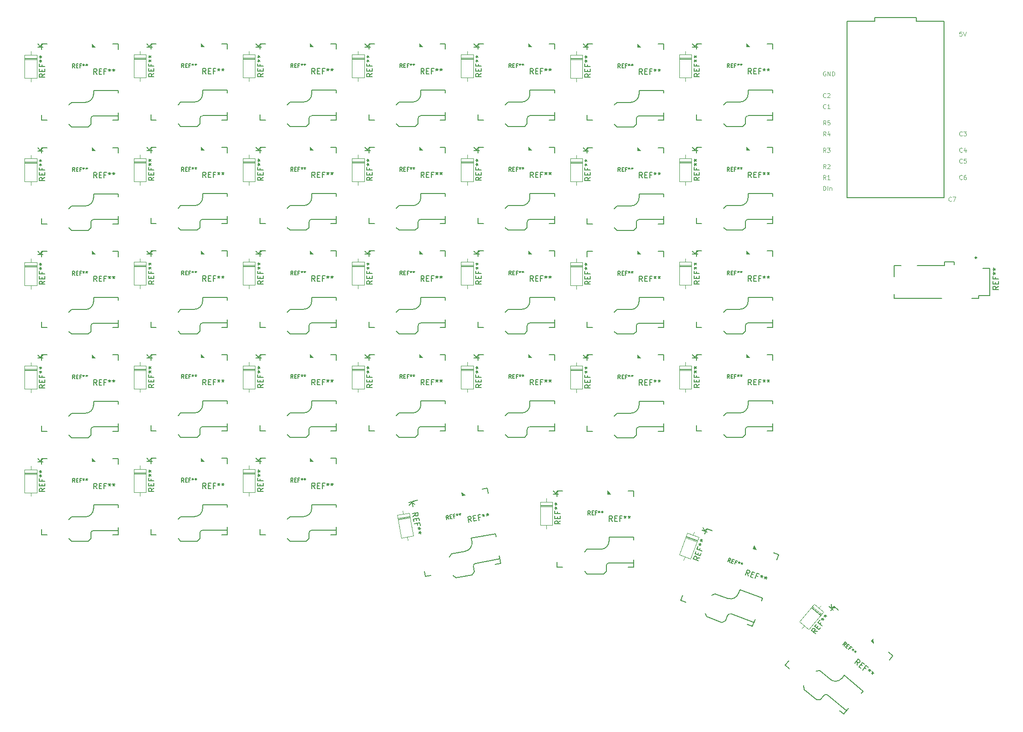
<source format=gbr>
%TF.GenerationSoftware,KiCad,Pcbnew,7.0.7*%
%TF.CreationDate,2023-09-03T20:27:55-07:00*%
%TF.ProjectId,keyboard,6b657962-6f61-4726-942e-6b696361645f,rev?*%
%TF.SameCoordinates,Original*%
%TF.FileFunction,Legend,Top*%
%TF.FilePolarity,Positive*%
%FSLAX46Y46*%
G04 Gerber Fmt 4.6, Leading zero omitted, Abs format (unit mm)*
G04 Created by KiCad (PCBNEW 7.0.7) date 2023-09-03 20:27:55*
%MOMM*%
%LPD*%
G01*
G04 APERTURE LIST*
%ADD10C,0.125000*%
%ADD11C,0.150000*%
%ADD12C,0.127000*%
%ADD13C,0.250000*%
%ADD14C,0.120000*%
%ADD15C,0.100000*%
G04 APERTURE END LIST*
D10*
X219729855Y-53819404D02*
X219691759Y-53857500D01*
X219691759Y-53857500D02*
X219577474Y-53895595D01*
X219577474Y-53895595D02*
X219501283Y-53895595D01*
X219501283Y-53895595D02*
X219386997Y-53857500D01*
X219386997Y-53857500D02*
X219310807Y-53781309D01*
X219310807Y-53781309D02*
X219272712Y-53705119D01*
X219272712Y-53705119D02*
X219234616Y-53552738D01*
X219234616Y-53552738D02*
X219234616Y-53438452D01*
X219234616Y-53438452D02*
X219272712Y-53286071D01*
X219272712Y-53286071D02*
X219310807Y-53209880D01*
X219310807Y-53209880D02*
X219386997Y-53133690D01*
X219386997Y-53133690D02*
X219501283Y-53095595D01*
X219501283Y-53095595D02*
X219577474Y-53095595D01*
X219577474Y-53095595D02*
X219691759Y-53133690D01*
X219691759Y-53133690D02*
X219729855Y-53171785D01*
X219996521Y-53095595D02*
X220529855Y-53095595D01*
X220529855Y-53095595D02*
X220186997Y-53895595D01*
X221729855Y-49819404D02*
X221691759Y-49857500D01*
X221691759Y-49857500D02*
X221577474Y-49895595D01*
X221577474Y-49895595D02*
X221501283Y-49895595D01*
X221501283Y-49895595D02*
X221386997Y-49857500D01*
X221386997Y-49857500D02*
X221310807Y-49781309D01*
X221310807Y-49781309D02*
X221272712Y-49705119D01*
X221272712Y-49705119D02*
X221234616Y-49552738D01*
X221234616Y-49552738D02*
X221234616Y-49438452D01*
X221234616Y-49438452D02*
X221272712Y-49286071D01*
X221272712Y-49286071D02*
X221310807Y-49209880D01*
X221310807Y-49209880D02*
X221386997Y-49133690D01*
X221386997Y-49133690D02*
X221501283Y-49095595D01*
X221501283Y-49095595D02*
X221577474Y-49095595D01*
X221577474Y-49095595D02*
X221691759Y-49133690D01*
X221691759Y-49133690D02*
X221729855Y-49171785D01*
X222415569Y-49095595D02*
X222263188Y-49095595D01*
X222263188Y-49095595D02*
X222186997Y-49133690D01*
X222186997Y-49133690D02*
X222148902Y-49171785D01*
X222148902Y-49171785D02*
X222072712Y-49286071D01*
X222072712Y-49286071D02*
X222034616Y-49438452D01*
X222034616Y-49438452D02*
X222034616Y-49743214D01*
X222034616Y-49743214D02*
X222072712Y-49819404D01*
X222072712Y-49819404D02*
X222110807Y-49857500D01*
X222110807Y-49857500D02*
X222186997Y-49895595D01*
X222186997Y-49895595D02*
X222339378Y-49895595D01*
X222339378Y-49895595D02*
X222415569Y-49857500D01*
X222415569Y-49857500D02*
X222453664Y-49819404D01*
X222453664Y-49819404D02*
X222491759Y-49743214D01*
X222491759Y-49743214D02*
X222491759Y-49552738D01*
X222491759Y-49552738D02*
X222453664Y-49476547D01*
X222453664Y-49476547D02*
X222415569Y-49438452D01*
X222415569Y-49438452D02*
X222339378Y-49400357D01*
X222339378Y-49400357D02*
X222186997Y-49400357D01*
X222186997Y-49400357D02*
X222110807Y-49438452D01*
X222110807Y-49438452D02*
X222072712Y-49476547D01*
X222072712Y-49476547D02*
X222034616Y-49552738D01*
X196729855Y-34819404D02*
X196691759Y-34857500D01*
X196691759Y-34857500D02*
X196577474Y-34895595D01*
X196577474Y-34895595D02*
X196501283Y-34895595D01*
X196501283Y-34895595D02*
X196386997Y-34857500D01*
X196386997Y-34857500D02*
X196310807Y-34781309D01*
X196310807Y-34781309D02*
X196272712Y-34705119D01*
X196272712Y-34705119D02*
X196234616Y-34552738D01*
X196234616Y-34552738D02*
X196234616Y-34438452D01*
X196234616Y-34438452D02*
X196272712Y-34286071D01*
X196272712Y-34286071D02*
X196310807Y-34209880D01*
X196310807Y-34209880D02*
X196386997Y-34133690D01*
X196386997Y-34133690D02*
X196501283Y-34095595D01*
X196501283Y-34095595D02*
X196577474Y-34095595D01*
X196577474Y-34095595D02*
X196691759Y-34133690D01*
X196691759Y-34133690D02*
X196729855Y-34171785D01*
X197034616Y-34171785D02*
X197072712Y-34133690D01*
X197072712Y-34133690D02*
X197148902Y-34095595D01*
X197148902Y-34095595D02*
X197339378Y-34095595D01*
X197339378Y-34095595D02*
X197415569Y-34133690D01*
X197415569Y-34133690D02*
X197453664Y-34171785D01*
X197453664Y-34171785D02*
X197491759Y-34247976D01*
X197491759Y-34247976D02*
X197491759Y-34324166D01*
X197491759Y-34324166D02*
X197453664Y-34438452D01*
X197453664Y-34438452D02*
X196996521Y-34895595D01*
X196996521Y-34895595D02*
X197491759Y-34895595D01*
X196729855Y-41895595D02*
X196463188Y-41514642D01*
X196272712Y-41895595D02*
X196272712Y-41095595D01*
X196272712Y-41095595D02*
X196577474Y-41095595D01*
X196577474Y-41095595D02*
X196653664Y-41133690D01*
X196653664Y-41133690D02*
X196691759Y-41171785D01*
X196691759Y-41171785D02*
X196729855Y-41247976D01*
X196729855Y-41247976D02*
X196729855Y-41362261D01*
X196729855Y-41362261D02*
X196691759Y-41438452D01*
X196691759Y-41438452D02*
X196653664Y-41476547D01*
X196653664Y-41476547D02*
X196577474Y-41514642D01*
X196577474Y-41514642D02*
X196272712Y-41514642D01*
X197415569Y-41362261D02*
X197415569Y-41895595D01*
X197225093Y-41057500D02*
X197034616Y-41628928D01*
X197034616Y-41628928D02*
X197529855Y-41628928D01*
X196691759Y-30133690D02*
X196615569Y-30095595D01*
X196615569Y-30095595D02*
X196501283Y-30095595D01*
X196501283Y-30095595D02*
X196386997Y-30133690D01*
X196386997Y-30133690D02*
X196310807Y-30209880D01*
X196310807Y-30209880D02*
X196272712Y-30286071D01*
X196272712Y-30286071D02*
X196234616Y-30438452D01*
X196234616Y-30438452D02*
X196234616Y-30552738D01*
X196234616Y-30552738D02*
X196272712Y-30705119D01*
X196272712Y-30705119D02*
X196310807Y-30781309D01*
X196310807Y-30781309D02*
X196386997Y-30857500D01*
X196386997Y-30857500D02*
X196501283Y-30895595D01*
X196501283Y-30895595D02*
X196577474Y-30895595D01*
X196577474Y-30895595D02*
X196691759Y-30857500D01*
X196691759Y-30857500D02*
X196729855Y-30819404D01*
X196729855Y-30819404D02*
X196729855Y-30552738D01*
X196729855Y-30552738D02*
X196577474Y-30552738D01*
X197072712Y-30895595D02*
X197072712Y-30095595D01*
X197072712Y-30095595D02*
X197529855Y-30895595D01*
X197529855Y-30895595D02*
X197529855Y-30095595D01*
X197910807Y-30895595D02*
X197910807Y-30095595D01*
X197910807Y-30095595D02*
X198101283Y-30095595D01*
X198101283Y-30095595D02*
X198215569Y-30133690D01*
X198215569Y-30133690D02*
X198291759Y-30209880D01*
X198291759Y-30209880D02*
X198329854Y-30286071D01*
X198329854Y-30286071D02*
X198367950Y-30438452D01*
X198367950Y-30438452D02*
X198367950Y-30552738D01*
X198367950Y-30552738D02*
X198329854Y-30705119D01*
X198329854Y-30705119D02*
X198291759Y-30781309D01*
X198291759Y-30781309D02*
X198215569Y-30857500D01*
X198215569Y-30857500D02*
X198101283Y-30895595D01*
X198101283Y-30895595D02*
X197910807Y-30895595D01*
X221729855Y-41819404D02*
X221691759Y-41857500D01*
X221691759Y-41857500D02*
X221577474Y-41895595D01*
X221577474Y-41895595D02*
X221501283Y-41895595D01*
X221501283Y-41895595D02*
X221386997Y-41857500D01*
X221386997Y-41857500D02*
X221310807Y-41781309D01*
X221310807Y-41781309D02*
X221272712Y-41705119D01*
X221272712Y-41705119D02*
X221234616Y-41552738D01*
X221234616Y-41552738D02*
X221234616Y-41438452D01*
X221234616Y-41438452D02*
X221272712Y-41286071D01*
X221272712Y-41286071D02*
X221310807Y-41209880D01*
X221310807Y-41209880D02*
X221386997Y-41133690D01*
X221386997Y-41133690D02*
X221501283Y-41095595D01*
X221501283Y-41095595D02*
X221577474Y-41095595D01*
X221577474Y-41095595D02*
X221691759Y-41133690D01*
X221691759Y-41133690D02*
X221729855Y-41171785D01*
X221996521Y-41095595D02*
X222491759Y-41095595D01*
X222491759Y-41095595D02*
X222225093Y-41400357D01*
X222225093Y-41400357D02*
X222339378Y-41400357D01*
X222339378Y-41400357D02*
X222415569Y-41438452D01*
X222415569Y-41438452D02*
X222453664Y-41476547D01*
X222453664Y-41476547D02*
X222491759Y-41552738D01*
X222491759Y-41552738D02*
X222491759Y-41743214D01*
X222491759Y-41743214D02*
X222453664Y-41819404D01*
X222453664Y-41819404D02*
X222415569Y-41857500D01*
X222415569Y-41857500D02*
X222339378Y-41895595D01*
X222339378Y-41895595D02*
X222110807Y-41895595D01*
X222110807Y-41895595D02*
X222034616Y-41857500D01*
X222034616Y-41857500D02*
X221996521Y-41819404D01*
X196729855Y-47895595D02*
X196463188Y-47514642D01*
X196272712Y-47895595D02*
X196272712Y-47095595D01*
X196272712Y-47095595D02*
X196577474Y-47095595D01*
X196577474Y-47095595D02*
X196653664Y-47133690D01*
X196653664Y-47133690D02*
X196691759Y-47171785D01*
X196691759Y-47171785D02*
X196729855Y-47247976D01*
X196729855Y-47247976D02*
X196729855Y-47362261D01*
X196729855Y-47362261D02*
X196691759Y-47438452D01*
X196691759Y-47438452D02*
X196653664Y-47476547D01*
X196653664Y-47476547D02*
X196577474Y-47514642D01*
X196577474Y-47514642D02*
X196272712Y-47514642D01*
X197034616Y-47171785D02*
X197072712Y-47133690D01*
X197072712Y-47133690D02*
X197148902Y-47095595D01*
X197148902Y-47095595D02*
X197339378Y-47095595D01*
X197339378Y-47095595D02*
X197415569Y-47133690D01*
X197415569Y-47133690D02*
X197453664Y-47171785D01*
X197453664Y-47171785D02*
X197491759Y-47247976D01*
X197491759Y-47247976D02*
X197491759Y-47324166D01*
X197491759Y-47324166D02*
X197453664Y-47438452D01*
X197453664Y-47438452D02*
X196996521Y-47895595D01*
X196996521Y-47895595D02*
X197491759Y-47895595D01*
X196729855Y-36819404D02*
X196691759Y-36857500D01*
X196691759Y-36857500D02*
X196577474Y-36895595D01*
X196577474Y-36895595D02*
X196501283Y-36895595D01*
X196501283Y-36895595D02*
X196386997Y-36857500D01*
X196386997Y-36857500D02*
X196310807Y-36781309D01*
X196310807Y-36781309D02*
X196272712Y-36705119D01*
X196272712Y-36705119D02*
X196234616Y-36552738D01*
X196234616Y-36552738D02*
X196234616Y-36438452D01*
X196234616Y-36438452D02*
X196272712Y-36286071D01*
X196272712Y-36286071D02*
X196310807Y-36209880D01*
X196310807Y-36209880D02*
X196386997Y-36133690D01*
X196386997Y-36133690D02*
X196501283Y-36095595D01*
X196501283Y-36095595D02*
X196577474Y-36095595D01*
X196577474Y-36095595D02*
X196691759Y-36133690D01*
X196691759Y-36133690D02*
X196729855Y-36171785D01*
X197491759Y-36895595D02*
X197034616Y-36895595D01*
X197263188Y-36895595D02*
X197263188Y-36095595D01*
X197263188Y-36095595D02*
X197186997Y-36209880D01*
X197186997Y-36209880D02*
X197110807Y-36286071D01*
X197110807Y-36286071D02*
X197034616Y-36324166D01*
X221729855Y-46819404D02*
X221691759Y-46857500D01*
X221691759Y-46857500D02*
X221577474Y-46895595D01*
X221577474Y-46895595D02*
X221501283Y-46895595D01*
X221501283Y-46895595D02*
X221386997Y-46857500D01*
X221386997Y-46857500D02*
X221310807Y-46781309D01*
X221310807Y-46781309D02*
X221272712Y-46705119D01*
X221272712Y-46705119D02*
X221234616Y-46552738D01*
X221234616Y-46552738D02*
X221234616Y-46438452D01*
X221234616Y-46438452D02*
X221272712Y-46286071D01*
X221272712Y-46286071D02*
X221310807Y-46209880D01*
X221310807Y-46209880D02*
X221386997Y-46133690D01*
X221386997Y-46133690D02*
X221501283Y-46095595D01*
X221501283Y-46095595D02*
X221577474Y-46095595D01*
X221577474Y-46095595D02*
X221691759Y-46133690D01*
X221691759Y-46133690D02*
X221729855Y-46171785D01*
X222453664Y-46095595D02*
X222072712Y-46095595D01*
X222072712Y-46095595D02*
X222034616Y-46476547D01*
X222034616Y-46476547D02*
X222072712Y-46438452D01*
X222072712Y-46438452D02*
X222148902Y-46400357D01*
X222148902Y-46400357D02*
X222339378Y-46400357D01*
X222339378Y-46400357D02*
X222415569Y-46438452D01*
X222415569Y-46438452D02*
X222453664Y-46476547D01*
X222453664Y-46476547D02*
X222491759Y-46552738D01*
X222491759Y-46552738D02*
X222491759Y-46743214D01*
X222491759Y-46743214D02*
X222453664Y-46819404D01*
X222453664Y-46819404D02*
X222415569Y-46857500D01*
X222415569Y-46857500D02*
X222339378Y-46895595D01*
X222339378Y-46895595D02*
X222148902Y-46895595D01*
X222148902Y-46895595D02*
X222072712Y-46857500D01*
X222072712Y-46857500D02*
X222034616Y-46819404D01*
X196272712Y-51895595D02*
X196272712Y-51095595D01*
X196272712Y-51095595D02*
X196463188Y-51095595D01*
X196463188Y-51095595D02*
X196577474Y-51133690D01*
X196577474Y-51133690D02*
X196653664Y-51209880D01*
X196653664Y-51209880D02*
X196691759Y-51286071D01*
X196691759Y-51286071D02*
X196729855Y-51438452D01*
X196729855Y-51438452D02*
X196729855Y-51552738D01*
X196729855Y-51552738D02*
X196691759Y-51705119D01*
X196691759Y-51705119D02*
X196653664Y-51781309D01*
X196653664Y-51781309D02*
X196577474Y-51857500D01*
X196577474Y-51857500D02*
X196463188Y-51895595D01*
X196463188Y-51895595D02*
X196272712Y-51895595D01*
X197072712Y-51895595D02*
X197072712Y-51095595D01*
X197453664Y-51362261D02*
X197453664Y-51895595D01*
X197453664Y-51438452D02*
X197491759Y-51400357D01*
X197491759Y-51400357D02*
X197567949Y-51362261D01*
X197567949Y-51362261D02*
X197682235Y-51362261D01*
X197682235Y-51362261D02*
X197758426Y-51400357D01*
X197758426Y-51400357D02*
X197796521Y-51476547D01*
X197796521Y-51476547D02*
X197796521Y-51895595D01*
X196729855Y-44895595D02*
X196463188Y-44514642D01*
X196272712Y-44895595D02*
X196272712Y-44095595D01*
X196272712Y-44095595D02*
X196577474Y-44095595D01*
X196577474Y-44095595D02*
X196653664Y-44133690D01*
X196653664Y-44133690D02*
X196691759Y-44171785D01*
X196691759Y-44171785D02*
X196729855Y-44247976D01*
X196729855Y-44247976D02*
X196729855Y-44362261D01*
X196729855Y-44362261D02*
X196691759Y-44438452D01*
X196691759Y-44438452D02*
X196653664Y-44476547D01*
X196653664Y-44476547D02*
X196577474Y-44514642D01*
X196577474Y-44514642D02*
X196272712Y-44514642D01*
X196996521Y-44095595D02*
X197491759Y-44095595D01*
X197491759Y-44095595D02*
X197225093Y-44400357D01*
X197225093Y-44400357D02*
X197339378Y-44400357D01*
X197339378Y-44400357D02*
X197415569Y-44438452D01*
X197415569Y-44438452D02*
X197453664Y-44476547D01*
X197453664Y-44476547D02*
X197491759Y-44552738D01*
X197491759Y-44552738D02*
X197491759Y-44743214D01*
X197491759Y-44743214D02*
X197453664Y-44819404D01*
X197453664Y-44819404D02*
X197415569Y-44857500D01*
X197415569Y-44857500D02*
X197339378Y-44895595D01*
X197339378Y-44895595D02*
X197110807Y-44895595D01*
X197110807Y-44895595D02*
X197034616Y-44857500D01*
X197034616Y-44857500D02*
X196996521Y-44819404D01*
X221653664Y-22807595D02*
X221272712Y-22807595D01*
X221272712Y-22807595D02*
X221234616Y-23188547D01*
X221234616Y-23188547D02*
X221272712Y-23150452D01*
X221272712Y-23150452D02*
X221348902Y-23112357D01*
X221348902Y-23112357D02*
X221539378Y-23112357D01*
X221539378Y-23112357D02*
X221615569Y-23150452D01*
X221615569Y-23150452D02*
X221653664Y-23188547D01*
X221653664Y-23188547D02*
X221691759Y-23264738D01*
X221691759Y-23264738D02*
X221691759Y-23455214D01*
X221691759Y-23455214D02*
X221653664Y-23531404D01*
X221653664Y-23531404D02*
X221615569Y-23569500D01*
X221615569Y-23569500D02*
X221539378Y-23607595D01*
X221539378Y-23607595D02*
X221348902Y-23607595D01*
X221348902Y-23607595D02*
X221272712Y-23569500D01*
X221272712Y-23569500D02*
X221234616Y-23531404D01*
X221920331Y-22807595D02*
X222186998Y-23607595D01*
X222186998Y-23607595D02*
X222453664Y-22807595D01*
X196729855Y-39895595D02*
X196463188Y-39514642D01*
X196272712Y-39895595D02*
X196272712Y-39095595D01*
X196272712Y-39095595D02*
X196577474Y-39095595D01*
X196577474Y-39095595D02*
X196653664Y-39133690D01*
X196653664Y-39133690D02*
X196691759Y-39171785D01*
X196691759Y-39171785D02*
X196729855Y-39247976D01*
X196729855Y-39247976D02*
X196729855Y-39362261D01*
X196729855Y-39362261D02*
X196691759Y-39438452D01*
X196691759Y-39438452D02*
X196653664Y-39476547D01*
X196653664Y-39476547D02*
X196577474Y-39514642D01*
X196577474Y-39514642D02*
X196272712Y-39514642D01*
X197453664Y-39095595D02*
X197072712Y-39095595D01*
X197072712Y-39095595D02*
X197034616Y-39476547D01*
X197034616Y-39476547D02*
X197072712Y-39438452D01*
X197072712Y-39438452D02*
X197148902Y-39400357D01*
X197148902Y-39400357D02*
X197339378Y-39400357D01*
X197339378Y-39400357D02*
X197415569Y-39438452D01*
X197415569Y-39438452D02*
X197453664Y-39476547D01*
X197453664Y-39476547D02*
X197491759Y-39552738D01*
X197491759Y-39552738D02*
X197491759Y-39743214D01*
X197491759Y-39743214D02*
X197453664Y-39819404D01*
X197453664Y-39819404D02*
X197415569Y-39857500D01*
X197415569Y-39857500D02*
X197339378Y-39895595D01*
X197339378Y-39895595D02*
X197148902Y-39895595D01*
X197148902Y-39895595D02*
X197072712Y-39857500D01*
X197072712Y-39857500D02*
X197034616Y-39819404D01*
X221729855Y-44819404D02*
X221691759Y-44857500D01*
X221691759Y-44857500D02*
X221577474Y-44895595D01*
X221577474Y-44895595D02*
X221501283Y-44895595D01*
X221501283Y-44895595D02*
X221386997Y-44857500D01*
X221386997Y-44857500D02*
X221310807Y-44781309D01*
X221310807Y-44781309D02*
X221272712Y-44705119D01*
X221272712Y-44705119D02*
X221234616Y-44552738D01*
X221234616Y-44552738D02*
X221234616Y-44438452D01*
X221234616Y-44438452D02*
X221272712Y-44286071D01*
X221272712Y-44286071D02*
X221310807Y-44209880D01*
X221310807Y-44209880D02*
X221386997Y-44133690D01*
X221386997Y-44133690D02*
X221501283Y-44095595D01*
X221501283Y-44095595D02*
X221577474Y-44095595D01*
X221577474Y-44095595D02*
X221691759Y-44133690D01*
X221691759Y-44133690D02*
X221729855Y-44171785D01*
X222415569Y-44362261D02*
X222415569Y-44895595D01*
X222225093Y-44057500D02*
X222034616Y-44628928D01*
X222034616Y-44628928D02*
X222529855Y-44628928D01*
X196729855Y-49895595D02*
X196463188Y-49514642D01*
X196272712Y-49895595D02*
X196272712Y-49095595D01*
X196272712Y-49095595D02*
X196577474Y-49095595D01*
X196577474Y-49095595D02*
X196653664Y-49133690D01*
X196653664Y-49133690D02*
X196691759Y-49171785D01*
X196691759Y-49171785D02*
X196729855Y-49247976D01*
X196729855Y-49247976D02*
X196729855Y-49362261D01*
X196729855Y-49362261D02*
X196691759Y-49438452D01*
X196691759Y-49438452D02*
X196653664Y-49476547D01*
X196653664Y-49476547D02*
X196577474Y-49514642D01*
X196577474Y-49514642D02*
X196272712Y-49514642D01*
X197491759Y-49895595D02*
X197034616Y-49895595D01*
X197263188Y-49895595D02*
X197263188Y-49095595D01*
X197263188Y-49095595D02*
X197186997Y-49209880D01*
X197186997Y-49209880D02*
X197110807Y-49286071D01*
X197110807Y-49286071D02*
X197034616Y-49324166D01*
D11*
X228370773Y-69480355D02*
X227893019Y-69814783D01*
X228370773Y-70053660D02*
X227367490Y-70053660D01*
X227367490Y-70053660D02*
X227367490Y-69671457D01*
X227367490Y-69671457D02*
X227415265Y-69575906D01*
X227415265Y-69575906D02*
X227463041Y-69528130D01*
X227463041Y-69528130D02*
X227558591Y-69480355D01*
X227558591Y-69480355D02*
X227701918Y-69480355D01*
X227701918Y-69480355D02*
X227797468Y-69528130D01*
X227797468Y-69528130D02*
X227845244Y-69575906D01*
X227845244Y-69575906D02*
X227893019Y-69671457D01*
X227893019Y-69671457D02*
X227893019Y-70053660D01*
X227845244Y-69050377D02*
X227845244Y-68715949D01*
X228370773Y-68572623D02*
X228370773Y-69050377D01*
X228370773Y-69050377D02*
X227367490Y-69050377D01*
X227367490Y-69050377D02*
X227367490Y-68572623D01*
X227845244Y-67808217D02*
X227845244Y-68142645D01*
X228370773Y-68142645D02*
X227367490Y-68142645D01*
X227367490Y-68142645D02*
X227367490Y-67664891D01*
X227367490Y-67139361D02*
X227606367Y-67139361D01*
X227510816Y-67378238D02*
X227606367Y-67139361D01*
X227606367Y-67139361D02*
X227510816Y-66900485D01*
X227797468Y-67282688D02*
X227606367Y-67139361D01*
X227606367Y-67139361D02*
X227797468Y-66996035D01*
X227367490Y-66374955D02*
X227606367Y-66374955D01*
X227510816Y-66613832D02*
X227606367Y-66374955D01*
X227606367Y-66374955D02*
X227510816Y-66136079D01*
X227797468Y-66518282D02*
X227606367Y-66374955D01*
X227606367Y-66374955D02*
X227797468Y-66231629D01*
X103111666Y-87549819D02*
X102778333Y-87073628D01*
X102540238Y-87549819D02*
X102540238Y-86549819D01*
X102540238Y-86549819D02*
X102921190Y-86549819D01*
X102921190Y-86549819D02*
X103016428Y-86597438D01*
X103016428Y-86597438D02*
X103064047Y-86645057D01*
X103064047Y-86645057D02*
X103111666Y-86740295D01*
X103111666Y-86740295D02*
X103111666Y-86883152D01*
X103111666Y-86883152D02*
X103064047Y-86978390D01*
X103064047Y-86978390D02*
X103016428Y-87026009D01*
X103016428Y-87026009D02*
X102921190Y-87073628D01*
X102921190Y-87073628D02*
X102540238Y-87073628D01*
X103540238Y-87026009D02*
X103873571Y-87026009D01*
X104016428Y-87549819D02*
X103540238Y-87549819D01*
X103540238Y-87549819D02*
X103540238Y-86549819D01*
X103540238Y-86549819D02*
X104016428Y-86549819D01*
X104778333Y-87026009D02*
X104445000Y-87026009D01*
X104445000Y-87549819D02*
X104445000Y-86549819D01*
X104445000Y-86549819D02*
X104921190Y-86549819D01*
X105445000Y-86549819D02*
X105445000Y-86787914D01*
X105206905Y-86692676D02*
X105445000Y-86787914D01*
X105445000Y-86787914D02*
X105683095Y-86692676D01*
X105302143Y-86978390D02*
X105445000Y-86787914D01*
X105445000Y-86787914D02*
X105587857Y-86978390D01*
X106206905Y-86549819D02*
X106206905Y-86787914D01*
X105968810Y-86692676D02*
X106206905Y-86787914D01*
X106206905Y-86787914D02*
X106445000Y-86692676D01*
X106064048Y-86978390D02*
X106206905Y-86787914D01*
X106206905Y-86787914D02*
X106349762Y-86978390D01*
X53574819Y-87523333D02*
X53098628Y-87856666D01*
X53574819Y-88094761D02*
X52574819Y-88094761D01*
X52574819Y-88094761D02*
X52574819Y-87713809D01*
X52574819Y-87713809D02*
X52622438Y-87618571D01*
X52622438Y-87618571D02*
X52670057Y-87570952D01*
X52670057Y-87570952D02*
X52765295Y-87523333D01*
X52765295Y-87523333D02*
X52908152Y-87523333D01*
X52908152Y-87523333D02*
X53003390Y-87570952D01*
X53003390Y-87570952D02*
X53051009Y-87618571D01*
X53051009Y-87618571D02*
X53098628Y-87713809D01*
X53098628Y-87713809D02*
X53098628Y-88094761D01*
X53051009Y-87094761D02*
X53051009Y-86761428D01*
X53574819Y-86618571D02*
X53574819Y-87094761D01*
X53574819Y-87094761D02*
X52574819Y-87094761D01*
X52574819Y-87094761D02*
X52574819Y-86618571D01*
X53051009Y-85856666D02*
X53051009Y-86189999D01*
X53574819Y-86189999D02*
X52574819Y-86189999D01*
X52574819Y-86189999D02*
X52574819Y-85713809D01*
X52574819Y-85189999D02*
X52812914Y-85189999D01*
X52717676Y-85428094D02*
X52812914Y-85189999D01*
X52812914Y-85189999D02*
X52717676Y-84951904D01*
X53003390Y-85332856D02*
X52812914Y-85189999D01*
X52812914Y-85189999D02*
X53003390Y-85047142D01*
X52574819Y-84428094D02*
X52812914Y-84428094D01*
X52717676Y-84666189D02*
X52812914Y-84428094D01*
X52812914Y-84428094D02*
X52717676Y-84189999D01*
X53003390Y-84570951D02*
X52812914Y-84428094D01*
X52812914Y-84428094D02*
X53003390Y-84285237D01*
X53254819Y-82641904D02*
X52254819Y-82641904D01*
X53254819Y-82070476D02*
X52683390Y-82499047D01*
X52254819Y-82070476D02*
X52826247Y-82641904D01*
X182535384Y-122573991D02*
X182385020Y-122012511D01*
X181998417Y-122378551D02*
X182340437Y-121438858D01*
X182340437Y-121438858D02*
X182698415Y-121569151D01*
X182698415Y-121569151D02*
X182771623Y-121646472D01*
X182771623Y-121646472D02*
X182800083Y-121707506D01*
X182800083Y-121707506D02*
X182812257Y-121813287D01*
X182812257Y-121813287D02*
X182763397Y-121947529D01*
X182763397Y-121947529D02*
X182686077Y-122020737D01*
X182686077Y-122020737D02*
X182625043Y-122049198D01*
X182625043Y-122049198D02*
X182519262Y-122061371D01*
X182519262Y-122061371D02*
X182161283Y-121931078D01*
X183117263Y-122228351D02*
X183430494Y-122342358D01*
X183385582Y-122883438D02*
X182938109Y-122720571D01*
X182938109Y-122720571D02*
X183280129Y-121780878D01*
X183280129Y-121780878D02*
X183727602Y-121943745D01*
X184280692Y-122651804D02*
X183967461Y-122537798D01*
X183788307Y-123030018D02*
X184130328Y-122090325D01*
X184130328Y-122090325D02*
X184577800Y-122253192D01*
X185070020Y-122432345D02*
X184988587Y-122656082D01*
X184797424Y-122485154D02*
X184988587Y-122656082D01*
X184988587Y-122656082D02*
X185244897Y-122648020D01*
X184789198Y-122786211D02*
X184988587Y-122656082D01*
X184988587Y-122656082D02*
X185057682Y-122883931D01*
X185785977Y-122692932D02*
X185704543Y-122916668D01*
X185513380Y-122745741D02*
X185704543Y-122916668D01*
X185704543Y-122916668D02*
X185960853Y-122908607D01*
X185505155Y-123046798D02*
X185704543Y-122916668D01*
X185704543Y-122916668D02*
X185773639Y-123144518D01*
X143111666Y-49549819D02*
X142778333Y-49073628D01*
X142540238Y-49549819D02*
X142540238Y-48549819D01*
X142540238Y-48549819D02*
X142921190Y-48549819D01*
X142921190Y-48549819D02*
X143016428Y-48597438D01*
X143016428Y-48597438D02*
X143064047Y-48645057D01*
X143064047Y-48645057D02*
X143111666Y-48740295D01*
X143111666Y-48740295D02*
X143111666Y-48883152D01*
X143111666Y-48883152D02*
X143064047Y-48978390D01*
X143064047Y-48978390D02*
X143016428Y-49026009D01*
X143016428Y-49026009D02*
X142921190Y-49073628D01*
X142921190Y-49073628D02*
X142540238Y-49073628D01*
X143540238Y-49026009D02*
X143873571Y-49026009D01*
X144016428Y-49549819D02*
X143540238Y-49549819D01*
X143540238Y-49549819D02*
X143540238Y-48549819D01*
X143540238Y-48549819D02*
X144016428Y-48549819D01*
X144778333Y-49026009D02*
X144445000Y-49026009D01*
X144445000Y-49549819D02*
X144445000Y-48549819D01*
X144445000Y-48549819D02*
X144921190Y-48549819D01*
X145445000Y-48549819D02*
X145445000Y-48787914D01*
X145206905Y-48692676D02*
X145445000Y-48787914D01*
X145445000Y-48787914D02*
X145683095Y-48692676D01*
X145302143Y-48978390D02*
X145445000Y-48787914D01*
X145445000Y-48787914D02*
X145587857Y-48978390D01*
X146206905Y-48549819D02*
X146206905Y-48787914D01*
X145968810Y-48692676D02*
X146206905Y-48787914D01*
X146206905Y-48787914D02*
X146445000Y-48692676D01*
X146064048Y-48978390D02*
X146206905Y-48787914D01*
X146206905Y-48787914D02*
X146349762Y-48978390D01*
X159066667Y-86416033D02*
X158833334Y-86082700D01*
X158666667Y-86416033D02*
X158666667Y-85716033D01*
X158666667Y-85716033D02*
X158933334Y-85716033D01*
X158933334Y-85716033D02*
X159000001Y-85749366D01*
X159000001Y-85749366D02*
X159033334Y-85782700D01*
X159033334Y-85782700D02*
X159066667Y-85849366D01*
X159066667Y-85849366D02*
X159066667Y-85949366D01*
X159066667Y-85949366D02*
X159033334Y-86016033D01*
X159033334Y-86016033D02*
X159000001Y-86049366D01*
X159000001Y-86049366D02*
X158933334Y-86082700D01*
X158933334Y-86082700D02*
X158666667Y-86082700D01*
X159366667Y-86049366D02*
X159600001Y-86049366D01*
X159700001Y-86416033D02*
X159366667Y-86416033D01*
X159366667Y-86416033D02*
X159366667Y-85716033D01*
X159366667Y-85716033D02*
X159700001Y-85716033D01*
X160233334Y-86049366D02*
X160000000Y-86049366D01*
X160000000Y-86416033D02*
X160000000Y-85716033D01*
X160000000Y-85716033D02*
X160333334Y-85716033D01*
X160700000Y-85716033D02*
X160700000Y-85882700D01*
X160533334Y-85816033D02*
X160700000Y-85882700D01*
X160700000Y-85882700D02*
X160866667Y-85816033D01*
X160600000Y-86016033D02*
X160700000Y-85882700D01*
X160700000Y-85882700D02*
X160800000Y-86016033D01*
X161233333Y-85716033D02*
X161233333Y-85882700D01*
X161066667Y-85816033D02*
X161233333Y-85882700D01*
X161233333Y-85882700D02*
X161400000Y-85816033D01*
X161133333Y-86016033D02*
X161233333Y-85882700D01*
X161233333Y-85882700D02*
X161333333Y-86016033D01*
X53574819Y-68523333D02*
X53098628Y-68856666D01*
X53574819Y-69094761D02*
X52574819Y-69094761D01*
X52574819Y-69094761D02*
X52574819Y-68713809D01*
X52574819Y-68713809D02*
X52622438Y-68618571D01*
X52622438Y-68618571D02*
X52670057Y-68570952D01*
X52670057Y-68570952D02*
X52765295Y-68523333D01*
X52765295Y-68523333D02*
X52908152Y-68523333D01*
X52908152Y-68523333D02*
X53003390Y-68570952D01*
X53003390Y-68570952D02*
X53051009Y-68618571D01*
X53051009Y-68618571D02*
X53098628Y-68713809D01*
X53098628Y-68713809D02*
X53098628Y-69094761D01*
X53051009Y-68094761D02*
X53051009Y-67761428D01*
X53574819Y-67618571D02*
X53574819Y-68094761D01*
X53574819Y-68094761D02*
X52574819Y-68094761D01*
X52574819Y-68094761D02*
X52574819Y-67618571D01*
X53051009Y-66856666D02*
X53051009Y-67189999D01*
X53574819Y-67189999D02*
X52574819Y-67189999D01*
X52574819Y-67189999D02*
X52574819Y-66713809D01*
X52574819Y-66189999D02*
X52812914Y-66189999D01*
X52717676Y-66428094D02*
X52812914Y-66189999D01*
X52812914Y-66189999D02*
X52717676Y-65951904D01*
X53003390Y-66332856D02*
X52812914Y-66189999D01*
X52812914Y-66189999D02*
X53003390Y-66047142D01*
X52574819Y-65428094D02*
X52812914Y-65428094D01*
X52717676Y-65666189D02*
X52812914Y-65428094D01*
X52812914Y-65428094D02*
X52717676Y-65189999D01*
X53003390Y-65570951D02*
X52812914Y-65428094D01*
X52812914Y-65428094D02*
X53003390Y-65285237D01*
X53254819Y-63641904D02*
X52254819Y-63641904D01*
X53254819Y-63070476D02*
X52683390Y-63499047D01*
X52254819Y-63070476D02*
X52826247Y-63641904D01*
X79066667Y-86366033D02*
X78833334Y-86032700D01*
X78666667Y-86366033D02*
X78666667Y-85666033D01*
X78666667Y-85666033D02*
X78933334Y-85666033D01*
X78933334Y-85666033D02*
X79000001Y-85699366D01*
X79000001Y-85699366D02*
X79033334Y-85732700D01*
X79033334Y-85732700D02*
X79066667Y-85799366D01*
X79066667Y-85799366D02*
X79066667Y-85899366D01*
X79066667Y-85899366D02*
X79033334Y-85966033D01*
X79033334Y-85966033D02*
X79000001Y-85999366D01*
X79000001Y-85999366D02*
X78933334Y-86032700D01*
X78933334Y-86032700D02*
X78666667Y-86032700D01*
X79366667Y-85999366D02*
X79600001Y-85999366D01*
X79700001Y-86366033D02*
X79366667Y-86366033D01*
X79366667Y-86366033D02*
X79366667Y-85666033D01*
X79366667Y-85666033D02*
X79700001Y-85666033D01*
X80233334Y-85999366D02*
X80000000Y-85999366D01*
X80000000Y-86366033D02*
X80000000Y-85666033D01*
X80000000Y-85666033D02*
X80333334Y-85666033D01*
X80700000Y-85666033D02*
X80700000Y-85832700D01*
X80533334Y-85766033D02*
X80700000Y-85832700D01*
X80700000Y-85832700D02*
X80866667Y-85766033D01*
X80600000Y-85966033D02*
X80700000Y-85832700D01*
X80700000Y-85832700D02*
X80800000Y-85966033D01*
X81233333Y-85666033D02*
X81233333Y-85832700D01*
X81066667Y-85766033D02*
X81233333Y-85832700D01*
X81233333Y-85832700D02*
X81400000Y-85766033D01*
X81133333Y-85966033D02*
X81233333Y-85832700D01*
X81233333Y-85832700D02*
X81333333Y-85966033D01*
X63111666Y-68599819D02*
X62778333Y-68123628D01*
X62540238Y-68599819D02*
X62540238Y-67599819D01*
X62540238Y-67599819D02*
X62921190Y-67599819D01*
X62921190Y-67599819D02*
X63016428Y-67647438D01*
X63016428Y-67647438D02*
X63064047Y-67695057D01*
X63064047Y-67695057D02*
X63111666Y-67790295D01*
X63111666Y-67790295D02*
X63111666Y-67933152D01*
X63111666Y-67933152D02*
X63064047Y-68028390D01*
X63064047Y-68028390D02*
X63016428Y-68076009D01*
X63016428Y-68076009D02*
X62921190Y-68123628D01*
X62921190Y-68123628D02*
X62540238Y-68123628D01*
X63540238Y-68076009D02*
X63873571Y-68076009D01*
X64016428Y-68599819D02*
X63540238Y-68599819D01*
X63540238Y-68599819D02*
X63540238Y-67599819D01*
X63540238Y-67599819D02*
X64016428Y-67599819D01*
X64778333Y-68076009D02*
X64445000Y-68076009D01*
X64445000Y-68599819D02*
X64445000Y-67599819D01*
X64445000Y-67599819D02*
X64921190Y-67599819D01*
X65445000Y-67599819D02*
X65445000Y-67837914D01*
X65206905Y-67742676D02*
X65445000Y-67837914D01*
X65445000Y-67837914D02*
X65683095Y-67742676D01*
X65302143Y-68028390D02*
X65445000Y-67837914D01*
X65445000Y-67837914D02*
X65587857Y-68028390D01*
X66206905Y-67599819D02*
X66206905Y-67837914D01*
X65968810Y-67742676D02*
X66206905Y-67837914D01*
X66206905Y-67837914D02*
X66445000Y-67742676D01*
X66064048Y-68028390D02*
X66206905Y-67837914D01*
X66206905Y-67837914D02*
X66349762Y-68028390D01*
X159066667Y-48416033D02*
X158833334Y-48082700D01*
X158666667Y-48416033D02*
X158666667Y-47716033D01*
X158666667Y-47716033D02*
X158933334Y-47716033D01*
X158933334Y-47716033D02*
X159000001Y-47749366D01*
X159000001Y-47749366D02*
X159033334Y-47782700D01*
X159033334Y-47782700D02*
X159066667Y-47849366D01*
X159066667Y-47849366D02*
X159066667Y-47949366D01*
X159066667Y-47949366D02*
X159033334Y-48016033D01*
X159033334Y-48016033D02*
X159000001Y-48049366D01*
X159000001Y-48049366D02*
X158933334Y-48082700D01*
X158933334Y-48082700D02*
X158666667Y-48082700D01*
X159366667Y-48049366D02*
X159600001Y-48049366D01*
X159700001Y-48416033D02*
X159366667Y-48416033D01*
X159366667Y-48416033D02*
X159366667Y-47716033D01*
X159366667Y-47716033D02*
X159700001Y-47716033D01*
X160233334Y-48049366D02*
X160000000Y-48049366D01*
X160000000Y-48416033D02*
X160000000Y-47716033D01*
X160000000Y-47716033D02*
X160333334Y-47716033D01*
X160700000Y-47716033D02*
X160700000Y-47882700D01*
X160533334Y-47816033D02*
X160700000Y-47882700D01*
X160700000Y-47882700D02*
X160866667Y-47816033D01*
X160600000Y-48016033D02*
X160700000Y-47882700D01*
X160700000Y-47882700D02*
X160800000Y-48016033D01*
X161233333Y-47716033D02*
X161233333Y-47882700D01*
X161066667Y-47816033D02*
X161233333Y-47882700D01*
X161233333Y-47882700D02*
X161400000Y-47816033D01*
X161133333Y-48016033D02*
X161233333Y-47882700D01*
X161233333Y-47882700D02*
X161333333Y-48016033D01*
X99066667Y-29366033D02*
X98833334Y-29032700D01*
X98666667Y-29366033D02*
X98666667Y-28666033D01*
X98666667Y-28666033D02*
X98933334Y-28666033D01*
X98933334Y-28666033D02*
X99000001Y-28699366D01*
X99000001Y-28699366D02*
X99033334Y-28732700D01*
X99033334Y-28732700D02*
X99066667Y-28799366D01*
X99066667Y-28799366D02*
X99066667Y-28899366D01*
X99066667Y-28899366D02*
X99033334Y-28966033D01*
X99033334Y-28966033D02*
X99000001Y-28999366D01*
X99000001Y-28999366D02*
X98933334Y-29032700D01*
X98933334Y-29032700D02*
X98666667Y-29032700D01*
X99366667Y-28999366D02*
X99600001Y-28999366D01*
X99700001Y-29366033D02*
X99366667Y-29366033D01*
X99366667Y-29366033D02*
X99366667Y-28666033D01*
X99366667Y-28666033D02*
X99700001Y-28666033D01*
X100233334Y-28999366D02*
X100000000Y-28999366D01*
X100000000Y-29366033D02*
X100000000Y-28666033D01*
X100000000Y-28666033D02*
X100333334Y-28666033D01*
X100700000Y-28666033D02*
X100700000Y-28832700D01*
X100533334Y-28766033D02*
X100700000Y-28832700D01*
X100700000Y-28832700D02*
X100866667Y-28766033D01*
X100600000Y-28966033D02*
X100700000Y-28832700D01*
X100700000Y-28832700D02*
X100800000Y-28966033D01*
X101233333Y-28666033D02*
X101233333Y-28832700D01*
X101066667Y-28766033D02*
X101233333Y-28832700D01*
X101233333Y-28832700D02*
X101400000Y-28766033D01*
X101133333Y-28966033D02*
X101233333Y-28832700D01*
X101233333Y-28832700D02*
X101333333Y-28966033D01*
X83111666Y-30549819D02*
X82778333Y-30073628D01*
X82540238Y-30549819D02*
X82540238Y-29549819D01*
X82540238Y-29549819D02*
X82921190Y-29549819D01*
X82921190Y-29549819D02*
X83016428Y-29597438D01*
X83016428Y-29597438D02*
X83064047Y-29645057D01*
X83064047Y-29645057D02*
X83111666Y-29740295D01*
X83111666Y-29740295D02*
X83111666Y-29883152D01*
X83111666Y-29883152D02*
X83064047Y-29978390D01*
X83064047Y-29978390D02*
X83016428Y-30026009D01*
X83016428Y-30026009D02*
X82921190Y-30073628D01*
X82921190Y-30073628D02*
X82540238Y-30073628D01*
X83540238Y-30026009D02*
X83873571Y-30026009D01*
X84016428Y-30549819D02*
X83540238Y-30549819D01*
X83540238Y-30549819D02*
X83540238Y-29549819D01*
X83540238Y-29549819D02*
X84016428Y-29549819D01*
X84778333Y-30026009D02*
X84445000Y-30026009D01*
X84445000Y-30549819D02*
X84445000Y-29549819D01*
X84445000Y-29549819D02*
X84921190Y-29549819D01*
X85445000Y-29549819D02*
X85445000Y-29787914D01*
X85206905Y-29692676D02*
X85445000Y-29787914D01*
X85445000Y-29787914D02*
X85683095Y-29692676D01*
X85302143Y-29978390D02*
X85445000Y-29787914D01*
X85445000Y-29787914D02*
X85587857Y-29978390D01*
X86206905Y-29549819D02*
X86206905Y-29787914D01*
X85968810Y-29692676D02*
X86206905Y-29787914D01*
X86206905Y-29787914D02*
X86445000Y-29692676D01*
X86064048Y-29978390D02*
X86206905Y-29787914D01*
X86206905Y-29787914D02*
X86349762Y-29978390D01*
X113574819Y-49473333D02*
X113098628Y-49806666D01*
X113574819Y-50044761D02*
X112574819Y-50044761D01*
X112574819Y-50044761D02*
X112574819Y-49663809D01*
X112574819Y-49663809D02*
X112622438Y-49568571D01*
X112622438Y-49568571D02*
X112670057Y-49520952D01*
X112670057Y-49520952D02*
X112765295Y-49473333D01*
X112765295Y-49473333D02*
X112908152Y-49473333D01*
X112908152Y-49473333D02*
X113003390Y-49520952D01*
X113003390Y-49520952D02*
X113051009Y-49568571D01*
X113051009Y-49568571D02*
X113098628Y-49663809D01*
X113098628Y-49663809D02*
X113098628Y-50044761D01*
X113051009Y-49044761D02*
X113051009Y-48711428D01*
X113574819Y-48568571D02*
X113574819Y-49044761D01*
X113574819Y-49044761D02*
X112574819Y-49044761D01*
X112574819Y-49044761D02*
X112574819Y-48568571D01*
X113051009Y-47806666D02*
X113051009Y-48139999D01*
X113574819Y-48139999D02*
X112574819Y-48139999D01*
X112574819Y-48139999D02*
X112574819Y-47663809D01*
X112574819Y-47139999D02*
X112812914Y-47139999D01*
X112717676Y-47378094D02*
X112812914Y-47139999D01*
X112812914Y-47139999D02*
X112717676Y-46901904D01*
X113003390Y-47282856D02*
X112812914Y-47139999D01*
X112812914Y-47139999D02*
X113003390Y-46997142D01*
X112574819Y-46378094D02*
X112812914Y-46378094D01*
X112717676Y-46616189D02*
X112812914Y-46378094D01*
X112812914Y-46378094D02*
X112717676Y-46139999D01*
X113003390Y-46520951D02*
X112812914Y-46378094D01*
X112812914Y-46378094D02*
X113003390Y-46235237D01*
X113254819Y-44591904D02*
X112254819Y-44591904D01*
X113254819Y-44020476D02*
X112683390Y-44449047D01*
X112254819Y-44020476D02*
X112826247Y-44591904D01*
X179066667Y-48366033D02*
X178833334Y-48032700D01*
X178666667Y-48366033D02*
X178666667Y-47666033D01*
X178666667Y-47666033D02*
X178933334Y-47666033D01*
X178933334Y-47666033D02*
X179000001Y-47699366D01*
X179000001Y-47699366D02*
X179033334Y-47732700D01*
X179033334Y-47732700D02*
X179066667Y-47799366D01*
X179066667Y-47799366D02*
X179066667Y-47899366D01*
X179066667Y-47899366D02*
X179033334Y-47966033D01*
X179033334Y-47966033D02*
X179000001Y-47999366D01*
X179000001Y-47999366D02*
X178933334Y-48032700D01*
X178933334Y-48032700D02*
X178666667Y-48032700D01*
X179366667Y-47999366D02*
X179600001Y-47999366D01*
X179700001Y-48366033D02*
X179366667Y-48366033D01*
X179366667Y-48366033D02*
X179366667Y-47666033D01*
X179366667Y-47666033D02*
X179700001Y-47666033D01*
X180233334Y-47999366D02*
X180000000Y-47999366D01*
X180000000Y-48366033D02*
X180000000Y-47666033D01*
X180000000Y-47666033D02*
X180333334Y-47666033D01*
X180700000Y-47666033D02*
X180700000Y-47832700D01*
X180533334Y-47766033D02*
X180700000Y-47832700D01*
X180700000Y-47832700D02*
X180866667Y-47766033D01*
X180600000Y-47966033D02*
X180700000Y-47832700D01*
X180700000Y-47832700D02*
X180800000Y-47966033D01*
X181233333Y-47666033D02*
X181233333Y-47832700D01*
X181066667Y-47766033D02*
X181233333Y-47832700D01*
X181233333Y-47832700D02*
X181400000Y-47766033D01*
X181133333Y-47966033D02*
X181233333Y-47832700D01*
X181233333Y-47832700D02*
X181333333Y-47966033D01*
X153566666Y-111366032D02*
X153333333Y-111032699D01*
X153166666Y-111366032D02*
X153166666Y-110666032D01*
X153166666Y-110666032D02*
X153433333Y-110666032D01*
X153433333Y-110666032D02*
X153500000Y-110699365D01*
X153500000Y-110699365D02*
X153533333Y-110732699D01*
X153533333Y-110732699D02*
X153566666Y-110799365D01*
X153566666Y-110799365D02*
X153566666Y-110899365D01*
X153566666Y-110899365D02*
X153533333Y-110966032D01*
X153533333Y-110966032D02*
X153500000Y-110999365D01*
X153500000Y-110999365D02*
X153433333Y-111032699D01*
X153433333Y-111032699D02*
X153166666Y-111032699D01*
X153866666Y-110999365D02*
X154100000Y-110999365D01*
X154200000Y-111366032D02*
X153866666Y-111366032D01*
X153866666Y-111366032D02*
X153866666Y-110666032D01*
X153866666Y-110666032D02*
X154200000Y-110666032D01*
X154733333Y-110999365D02*
X154499999Y-110999365D01*
X154499999Y-111366032D02*
X154499999Y-110666032D01*
X154499999Y-110666032D02*
X154833333Y-110666032D01*
X155199999Y-110666032D02*
X155199999Y-110832699D01*
X155033333Y-110766032D02*
X155199999Y-110832699D01*
X155199999Y-110832699D02*
X155366666Y-110766032D01*
X155099999Y-110966032D02*
X155199999Y-110832699D01*
X155199999Y-110832699D02*
X155299999Y-110966032D01*
X155733332Y-110666032D02*
X155733332Y-110832699D01*
X155566666Y-110766032D02*
X155733332Y-110832699D01*
X155733332Y-110832699D02*
X155899999Y-110766032D01*
X155633332Y-110966032D02*
X155733332Y-110832699D01*
X155733332Y-110832699D02*
X155833332Y-110966032D01*
X133574819Y-30473333D02*
X133098628Y-30806666D01*
X133574819Y-31044761D02*
X132574819Y-31044761D01*
X132574819Y-31044761D02*
X132574819Y-30663809D01*
X132574819Y-30663809D02*
X132622438Y-30568571D01*
X132622438Y-30568571D02*
X132670057Y-30520952D01*
X132670057Y-30520952D02*
X132765295Y-30473333D01*
X132765295Y-30473333D02*
X132908152Y-30473333D01*
X132908152Y-30473333D02*
X133003390Y-30520952D01*
X133003390Y-30520952D02*
X133051009Y-30568571D01*
X133051009Y-30568571D02*
X133098628Y-30663809D01*
X133098628Y-30663809D02*
X133098628Y-31044761D01*
X133051009Y-30044761D02*
X133051009Y-29711428D01*
X133574819Y-29568571D02*
X133574819Y-30044761D01*
X133574819Y-30044761D02*
X132574819Y-30044761D01*
X132574819Y-30044761D02*
X132574819Y-29568571D01*
X133051009Y-28806666D02*
X133051009Y-29139999D01*
X133574819Y-29139999D02*
X132574819Y-29139999D01*
X132574819Y-29139999D02*
X132574819Y-28663809D01*
X132574819Y-28139999D02*
X132812914Y-28139999D01*
X132717676Y-28378094D02*
X132812914Y-28139999D01*
X132812914Y-28139999D02*
X132717676Y-27901904D01*
X133003390Y-28282856D02*
X132812914Y-28139999D01*
X132812914Y-28139999D02*
X133003390Y-27997142D01*
X132574819Y-27378094D02*
X132812914Y-27378094D01*
X132717676Y-27616189D02*
X132812914Y-27378094D01*
X132812914Y-27378094D02*
X132717676Y-27139999D01*
X133003390Y-27520951D02*
X132812914Y-27378094D01*
X132812914Y-27378094D02*
X133003390Y-27235237D01*
X133254819Y-25591904D02*
X132254819Y-25591904D01*
X133254819Y-25020476D02*
X132683390Y-25449047D01*
X132254819Y-25020476D02*
X132826247Y-25591904D01*
X113574819Y-87473333D02*
X113098628Y-87806666D01*
X113574819Y-88044761D02*
X112574819Y-88044761D01*
X112574819Y-88044761D02*
X112574819Y-87663809D01*
X112574819Y-87663809D02*
X112622438Y-87568571D01*
X112622438Y-87568571D02*
X112670057Y-87520952D01*
X112670057Y-87520952D02*
X112765295Y-87473333D01*
X112765295Y-87473333D02*
X112908152Y-87473333D01*
X112908152Y-87473333D02*
X113003390Y-87520952D01*
X113003390Y-87520952D02*
X113051009Y-87568571D01*
X113051009Y-87568571D02*
X113098628Y-87663809D01*
X113098628Y-87663809D02*
X113098628Y-88044761D01*
X113051009Y-87044761D02*
X113051009Y-86711428D01*
X113574819Y-86568571D02*
X113574819Y-87044761D01*
X113574819Y-87044761D02*
X112574819Y-87044761D01*
X112574819Y-87044761D02*
X112574819Y-86568571D01*
X113051009Y-85806666D02*
X113051009Y-86139999D01*
X113574819Y-86139999D02*
X112574819Y-86139999D01*
X112574819Y-86139999D02*
X112574819Y-85663809D01*
X112574819Y-85139999D02*
X112812914Y-85139999D01*
X112717676Y-85378094D02*
X112812914Y-85139999D01*
X112812914Y-85139999D02*
X112717676Y-84901904D01*
X113003390Y-85282856D02*
X112812914Y-85139999D01*
X112812914Y-85139999D02*
X113003390Y-84997142D01*
X112574819Y-84378094D02*
X112812914Y-84378094D01*
X112717676Y-84616189D02*
X112812914Y-84378094D01*
X112812914Y-84378094D02*
X112717676Y-84139999D01*
X113003390Y-84520951D02*
X112812914Y-84378094D01*
X112812914Y-84378094D02*
X113003390Y-84235237D01*
X113254819Y-82591904D02*
X112254819Y-82591904D01*
X113254819Y-82020476D02*
X112683390Y-82449047D01*
X112254819Y-82020476D02*
X112826247Y-82591904D01*
X131824137Y-112614350D02*
X131413178Y-112203276D01*
X131261390Y-112713577D02*
X131087742Y-111728769D01*
X131087742Y-111728769D02*
X131462907Y-111662618D01*
X131462907Y-111662618D02*
X131564967Y-111692975D01*
X131564967Y-111692975D02*
X131620131Y-111731602D01*
X131620131Y-111731602D02*
X131683565Y-111817124D01*
X131683565Y-111817124D02*
X131708372Y-111957811D01*
X131708372Y-111957811D02*
X131678014Y-112059871D01*
X131678014Y-112059871D02*
X131639387Y-112115036D01*
X131639387Y-112115036D02*
X131553865Y-112178469D01*
X131553865Y-112178469D02*
X131178700Y-112244621D01*
X132155239Y-112024077D02*
X132483508Y-111966195D01*
X132715154Y-112457239D02*
X132246198Y-112539929D01*
X132246198Y-112539929D02*
X132072549Y-111555121D01*
X132072549Y-111555121D02*
X132541505Y-111472432D01*
X133374525Y-111809084D02*
X133046256Y-111866967D01*
X133137214Y-112382819D02*
X132963566Y-111398011D01*
X132963566Y-111398011D02*
X133432522Y-111315321D01*
X133948374Y-111224363D02*
X133989719Y-111458841D01*
X133738703Y-111406394D02*
X133989719Y-111458841D01*
X133989719Y-111458841D02*
X134207659Y-111323705D01*
X133882108Y-111671230D02*
X133989719Y-111458841D01*
X133989719Y-111458841D02*
X134163481Y-111621616D01*
X134698704Y-111092059D02*
X134740049Y-111326537D01*
X134489033Y-111274091D02*
X134740049Y-111326537D01*
X134740049Y-111326537D02*
X134957989Y-111191401D01*
X134632438Y-111538927D02*
X134740049Y-111326537D01*
X134740049Y-111326537D02*
X134913811Y-111489313D01*
X143111666Y-87549819D02*
X142778333Y-87073628D01*
X142540238Y-87549819D02*
X142540238Y-86549819D01*
X142540238Y-86549819D02*
X142921190Y-86549819D01*
X142921190Y-86549819D02*
X143016428Y-86597438D01*
X143016428Y-86597438D02*
X143064047Y-86645057D01*
X143064047Y-86645057D02*
X143111666Y-86740295D01*
X143111666Y-86740295D02*
X143111666Y-86883152D01*
X143111666Y-86883152D02*
X143064047Y-86978390D01*
X143064047Y-86978390D02*
X143016428Y-87026009D01*
X143016428Y-87026009D02*
X142921190Y-87073628D01*
X142921190Y-87073628D02*
X142540238Y-87073628D01*
X143540238Y-87026009D02*
X143873571Y-87026009D01*
X144016428Y-87549819D02*
X143540238Y-87549819D01*
X143540238Y-87549819D02*
X143540238Y-86549819D01*
X143540238Y-86549819D02*
X144016428Y-86549819D01*
X144778333Y-87026009D02*
X144445000Y-87026009D01*
X144445000Y-87549819D02*
X144445000Y-86549819D01*
X144445000Y-86549819D02*
X144921190Y-86549819D01*
X145445000Y-86549819D02*
X145445000Y-86787914D01*
X145206905Y-86692676D02*
X145445000Y-86787914D01*
X145445000Y-86787914D02*
X145683095Y-86692676D01*
X145302143Y-86978390D02*
X145445000Y-86787914D01*
X145445000Y-86787914D02*
X145587857Y-86978390D01*
X146206905Y-86549819D02*
X146206905Y-86787914D01*
X145968810Y-86692676D02*
X146206905Y-86787914D01*
X146206905Y-86787914D02*
X146445000Y-86692676D01*
X146064048Y-86978390D02*
X146206905Y-86787914D01*
X146206905Y-86787914D02*
X146349762Y-86978390D01*
X173574819Y-49473333D02*
X173098628Y-49806666D01*
X173574819Y-50044761D02*
X172574819Y-50044761D01*
X172574819Y-50044761D02*
X172574819Y-49663809D01*
X172574819Y-49663809D02*
X172622438Y-49568571D01*
X172622438Y-49568571D02*
X172670057Y-49520952D01*
X172670057Y-49520952D02*
X172765295Y-49473333D01*
X172765295Y-49473333D02*
X172908152Y-49473333D01*
X172908152Y-49473333D02*
X173003390Y-49520952D01*
X173003390Y-49520952D02*
X173051009Y-49568571D01*
X173051009Y-49568571D02*
X173098628Y-49663809D01*
X173098628Y-49663809D02*
X173098628Y-50044761D01*
X173051009Y-49044761D02*
X173051009Y-48711428D01*
X173574819Y-48568571D02*
X173574819Y-49044761D01*
X173574819Y-49044761D02*
X172574819Y-49044761D01*
X172574819Y-49044761D02*
X172574819Y-48568571D01*
X173051009Y-47806666D02*
X173051009Y-48139999D01*
X173574819Y-48139999D02*
X172574819Y-48139999D01*
X172574819Y-48139999D02*
X172574819Y-47663809D01*
X172574819Y-47139999D02*
X172812914Y-47139999D01*
X172717676Y-47378094D02*
X172812914Y-47139999D01*
X172812914Y-47139999D02*
X172717676Y-46901904D01*
X173003390Y-47282856D02*
X172812914Y-47139999D01*
X172812914Y-47139999D02*
X173003390Y-46997142D01*
X172574819Y-46378094D02*
X172812914Y-46378094D01*
X172717676Y-46616189D02*
X172812914Y-46378094D01*
X172812914Y-46378094D02*
X172717676Y-46139999D01*
X173003390Y-46520951D02*
X172812914Y-46378094D01*
X172812914Y-46378094D02*
X173003390Y-46235237D01*
X173254819Y-44591904D02*
X172254819Y-44591904D01*
X173254819Y-44020476D02*
X172683390Y-44449047D01*
X172254819Y-44020476D02*
X172826247Y-44591904D01*
X173574819Y-30473333D02*
X173098628Y-30806666D01*
X173574819Y-31044761D02*
X172574819Y-31044761D01*
X172574819Y-31044761D02*
X172574819Y-30663809D01*
X172574819Y-30663809D02*
X172622438Y-30568571D01*
X172622438Y-30568571D02*
X172670057Y-30520952D01*
X172670057Y-30520952D02*
X172765295Y-30473333D01*
X172765295Y-30473333D02*
X172908152Y-30473333D01*
X172908152Y-30473333D02*
X173003390Y-30520952D01*
X173003390Y-30520952D02*
X173051009Y-30568571D01*
X173051009Y-30568571D02*
X173098628Y-30663809D01*
X173098628Y-30663809D02*
X173098628Y-31044761D01*
X173051009Y-30044761D02*
X173051009Y-29711428D01*
X173574819Y-29568571D02*
X173574819Y-30044761D01*
X173574819Y-30044761D02*
X172574819Y-30044761D01*
X172574819Y-30044761D02*
X172574819Y-29568571D01*
X173051009Y-28806666D02*
X173051009Y-29139999D01*
X173574819Y-29139999D02*
X172574819Y-29139999D01*
X172574819Y-29139999D02*
X172574819Y-28663809D01*
X172574819Y-28139999D02*
X172812914Y-28139999D01*
X172717676Y-28378094D02*
X172812914Y-28139999D01*
X172812914Y-28139999D02*
X172717676Y-27901904D01*
X173003390Y-28282856D02*
X172812914Y-28139999D01*
X172812914Y-28139999D02*
X173003390Y-27997142D01*
X172574819Y-27378094D02*
X172812914Y-27378094D01*
X172717676Y-27616189D02*
X172812914Y-27378094D01*
X172812914Y-27378094D02*
X172717676Y-27139999D01*
X173003390Y-27520951D02*
X172812914Y-27378094D01*
X172812914Y-27378094D02*
X173003390Y-27235237D01*
X173254819Y-25591904D02*
X172254819Y-25591904D01*
X173254819Y-25020476D02*
X172683390Y-25449047D01*
X172254819Y-25020476D02*
X172826247Y-25591904D01*
X179066667Y-29366033D02*
X178833334Y-29032700D01*
X178666667Y-29366033D02*
X178666667Y-28666033D01*
X178666667Y-28666033D02*
X178933334Y-28666033D01*
X178933334Y-28666033D02*
X179000001Y-28699366D01*
X179000001Y-28699366D02*
X179033334Y-28732700D01*
X179033334Y-28732700D02*
X179066667Y-28799366D01*
X179066667Y-28799366D02*
X179066667Y-28899366D01*
X179066667Y-28899366D02*
X179033334Y-28966033D01*
X179033334Y-28966033D02*
X179000001Y-28999366D01*
X179000001Y-28999366D02*
X178933334Y-29032700D01*
X178933334Y-29032700D02*
X178666667Y-29032700D01*
X179366667Y-28999366D02*
X179600001Y-28999366D01*
X179700001Y-29366033D02*
X179366667Y-29366033D01*
X179366667Y-29366033D02*
X179366667Y-28666033D01*
X179366667Y-28666033D02*
X179700001Y-28666033D01*
X180233334Y-28999366D02*
X180000000Y-28999366D01*
X180000000Y-29366033D02*
X180000000Y-28666033D01*
X180000000Y-28666033D02*
X180333334Y-28666033D01*
X180700000Y-28666033D02*
X180700000Y-28832700D01*
X180533334Y-28766033D02*
X180700000Y-28832700D01*
X180700000Y-28832700D02*
X180866667Y-28766033D01*
X180600000Y-28966033D02*
X180700000Y-28832700D01*
X180700000Y-28832700D02*
X180800000Y-28966033D01*
X181233333Y-28666033D02*
X181233333Y-28832700D01*
X181066667Y-28766033D02*
X181233333Y-28832700D01*
X181233333Y-28832700D02*
X181400000Y-28766033D01*
X181133333Y-28966033D02*
X181233333Y-28832700D01*
X181233333Y-28832700D02*
X181333333Y-28966033D01*
X103111666Y-30549819D02*
X102778333Y-30073628D01*
X102540238Y-30549819D02*
X102540238Y-29549819D01*
X102540238Y-29549819D02*
X102921190Y-29549819D01*
X102921190Y-29549819D02*
X103016428Y-29597438D01*
X103016428Y-29597438D02*
X103064047Y-29645057D01*
X103064047Y-29645057D02*
X103111666Y-29740295D01*
X103111666Y-29740295D02*
X103111666Y-29883152D01*
X103111666Y-29883152D02*
X103064047Y-29978390D01*
X103064047Y-29978390D02*
X103016428Y-30026009D01*
X103016428Y-30026009D02*
X102921190Y-30073628D01*
X102921190Y-30073628D02*
X102540238Y-30073628D01*
X103540238Y-30026009D02*
X103873571Y-30026009D01*
X104016428Y-30549819D02*
X103540238Y-30549819D01*
X103540238Y-30549819D02*
X103540238Y-29549819D01*
X103540238Y-29549819D02*
X104016428Y-29549819D01*
X104778333Y-30026009D02*
X104445000Y-30026009D01*
X104445000Y-30549819D02*
X104445000Y-29549819D01*
X104445000Y-29549819D02*
X104921190Y-29549819D01*
X105445000Y-29549819D02*
X105445000Y-29787914D01*
X105206905Y-29692676D02*
X105445000Y-29787914D01*
X105445000Y-29787914D02*
X105683095Y-29692676D01*
X105302143Y-29978390D02*
X105445000Y-29787914D01*
X105445000Y-29787914D02*
X105587857Y-29978390D01*
X106206905Y-29549819D02*
X106206905Y-29787914D01*
X105968810Y-29692676D02*
X106206905Y-29787914D01*
X106206905Y-29787914D02*
X106445000Y-29692676D01*
X106064048Y-29978390D02*
X106206905Y-29787914D01*
X106206905Y-29787914D02*
X106349762Y-29978390D01*
X53574819Y-106523333D02*
X53098628Y-106856666D01*
X53574819Y-107094761D02*
X52574819Y-107094761D01*
X52574819Y-107094761D02*
X52574819Y-106713809D01*
X52574819Y-106713809D02*
X52622438Y-106618571D01*
X52622438Y-106618571D02*
X52670057Y-106570952D01*
X52670057Y-106570952D02*
X52765295Y-106523333D01*
X52765295Y-106523333D02*
X52908152Y-106523333D01*
X52908152Y-106523333D02*
X53003390Y-106570952D01*
X53003390Y-106570952D02*
X53051009Y-106618571D01*
X53051009Y-106618571D02*
X53098628Y-106713809D01*
X53098628Y-106713809D02*
X53098628Y-107094761D01*
X53051009Y-106094761D02*
X53051009Y-105761428D01*
X53574819Y-105618571D02*
X53574819Y-106094761D01*
X53574819Y-106094761D02*
X52574819Y-106094761D01*
X52574819Y-106094761D02*
X52574819Y-105618571D01*
X53051009Y-104856666D02*
X53051009Y-105189999D01*
X53574819Y-105189999D02*
X52574819Y-105189999D01*
X52574819Y-105189999D02*
X52574819Y-104713809D01*
X52574819Y-104189999D02*
X52812914Y-104189999D01*
X52717676Y-104428094D02*
X52812914Y-104189999D01*
X52812914Y-104189999D02*
X52717676Y-103951904D01*
X53003390Y-104332856D02*
X52812914Y-104189999D01*
X52812914Y-104189999D02*
X53003390Y-104047142D01*
X52574819Y-103428094D02*
X52812914Y-103428094D01*
X52717676Y-103666189D02*
X52812914Y-103428094D01*
X52812914Y-103428094D02*
X52717676Y-103189999D01*
X53003390Y-103570951D02*
X52812914Y-103428094D01*
X52812914Y-103428094D02*
X53003390Y-103285237D01*
X53254819Y-101641904D02*
X52254819Y-101641904D01*
X53254819Y-101070476D02*
X52683390Y-101499047D01*
X52254819Y-101070476D02*
X52826247Y-101641904D01*
X133574819Y-68473333D02*
X133098628Y-68806666D01*
X133574819Y-69044761D02*
X132574819Y-69044761D01*
X132574819Y-69044761D02*
X132574819Y-68663809D01*
X132574819Y-68663809D02*
X132622438Y-68568571D01*
X132622438Y-68568571D02*
X132670057Y-68520952D01*
X132670057Y-68520952D02*
X132765295Y-68473333D01*
X132765295Y-68473333D02*
X132908152Y-68473333D01*
X132908152Y-68473333D02*
X133003390Y-68520952D01*
X133003390Y-68520952D02*
X133051009Y-68568571D01*
X133051009Y-68568571D02*
X133098628Y-68663809D01*
X133098628Y-68663809D02*
X133098628Y-69044761D01*
X133051009Y-68044761D02*
X133051009Y-67711428D01*
X133574819Y-67568571D02*
X133574819Y-68044761D01*
X133574819Y-68044761D02*
X132574819Y-68044761D01*
X132574819Y-68044761D02*
X132574819Y-67568571D01*
X133051009Y-66806666D02*
X133051009Y-67139999D01*
X133574819Y-67139999D02*
X132574819Y-67139999D01*
X132574819Y-67139999D02*
X132574819Y-66663809D01*
X132574819Y-66139999D02*
X132812914Y-66139999D01*
X132717676Y-66378094D02*
X132812914Y-66139999D01*
X132812914Y-66139999D02*
X132717676Y-65901904D01*
X133003390Y-66282856D02*
X132812914Y-66139999D01*
X132812914Y-66139999D02*
X133003390Y-65997142D01*
X132574819Y-65378094D02*
X132812914Y-65378094D01*
X132717676Y-65616189D02*
X132812914Y-65378094D01*
X132812914Y-65378094D02*
X132717676Y-65139999D01*
X133003390Y-65520951D02*
X132812914Y-65378094D01*
X132812914Y-65378094D02*
X133003390Y-65235237D01*
X133254819Y-63591904D02*
X132254819Y-63591904D01*
X133254819Y-63020476D02*
X132683390Y-63449047D01*
X132254819Y-63020476D02*
X132826247Y-63591904D01*
X139066667Y-48366033D02*
X138833334Y-48032700D01*
X138666667Y-48366033D02*
X138666667Y-47666033D01*
X138666667Y-47666033D02*
X138933334Y-47666033D01*
X138933334Y-47666033D02*
X139000001Y-47699366D01*
X139000001Y-47699366D02*
X139033334Y-47732700D01*
X139033334Y-47732700D02*
X139066667Y-47799366D01*
X139066667Y-47799366D02*
X139066667Y-47899366D01*
X139066667Y-47899366D02*
X139033334Y-47966033D01*
X139033334Y-47966033D02*
X139000001Y-47999366D01*
X139000001Y-47999366D02*
X138933334Y-48032700D01*
X138933334Y-48032700D02*
X138666667Y-48032700D01*
X139366667Y-47999366D02*
X139600001Y-47999366D01*
X139700001Y-48366033D02*
X139366667Y-48366033D01*
X139366667Y-48366033D02*
X139366667Y-47666033D01*
X139366667Y-47666033D02*
X139700001Y-47666033D01*
X140233334Y-47999366D02*
X140000000Y-47999366D01*
X140000000Y-48366033D02*
X140000000Y-47666033D01*
X140000000Y-47666033D02*
X140333334Y-47666033D01*
X140700000Y-47666033D02*
X140700000Y-47832700D01*
X140533334Y-47766033D02*
X140700000Y-47832700D01*
X140700000Y-47832700D02*
X140866667Y-47766033D01*
X140600000Y-47966033D02*
X140700000Y-47832700D01*
X140700000Y-47832700D02*
X140800000Y-47966033D01*
X141233333Y-47666033D02*
X141233333Y-47832700D01*
X141066667Y-47766033D02*
X141233333Y-47832700D01*
X141233333Y-47832700D02*
X141400000Y-47766033D01*
X141133333Y-47966033D02*
X141233333Y-47832700D01*
X141233333Y-47832700D02*
X141333333Y-47966033D01*
X179139206Y-120078125D02*
X179033951Y-119685090D01*
X178763329Y-119941317D02*
X179002743Y-119283532D01*
X179002743Y-119283532D02*
X179253328Y-119374738D01*
X179253328Y-119374738D02*
X179304573Y-119428862D01*
X179304573Y-119428862D02*
X179324496Y-119471586D01*
X179324496Y-119471586D02*
X179333018Y-119545633D01*
X179333018Y-119545633D02*
X179298816Y-119639602D01*
X179298816Y-119639602D02*
X179244691Y-119690848D01*
X179244691Y-119690848D02*
X179201967Y-119710770D01*
X179201967Y-119710770D02*
X179127921Y-119719292D01*
X179127921Y-119719292D02*
X178877336Y-119628086D01*
X179546521Y-119836177D02*
X179765783Y-119915982D01*
X179734345Y-120294738D02*
X179421114Y-120180731D01*
X179421114Y-120180731D02*
X179660528Y-119522946D01*
X179660528Y-119522946D02*
X179973759Y-119636953D01*
X180360921Y-120132595D02*
X180141660Y-120052790D01*
X180016252Y-120397344D02*
X180255666Y-119739559D01*
X180255666Y-119739559D02*
X180568897Y-119853566D01*
X180913451Y-119978973D02*
X180856448Y-120135589D01*
X180722634Y-120015939D02*
X180856448Y-120135589D01*
X180856448Y-120135589D02*
X181035865Y-120129946D01*
X180716876Y-120226679D02*
X180856448Y-120135589D01*
X180856448Y-120135589D02*
X180904815Y-120295083D01*
X181414620Y-120161384D02*
X181357617Y-120317999D01*
X181223803Y-120198350D02*
X181357617Y-120317999D01*
X181357617Y-120317999D02*
X181537034Y-120312356D01*
X181218045Y-120409090D02*
X181357617Y-120317999D01*
X181357617Y-120317999D02*
X181405984Y-120477494D01*
X159066667Y-29416033D02*
X158833334Y-29082700D01*
X158666667Y-29416033D02*
X158666667Y-28716033D01*
X158666667Y-28716033D02*
X158933334Y-28716033D01*
X158933334Y-28716033D02*
X159000001Y-28749366D01*
X159000001Y-28749366D02*
X159033334Y-28782700D01*
X159033334Y-28782700D02*
X159066667Y-28849366D01*
X159066667Y-28849366D02*
X159066667Y-28949366D01*
X159066667Y-28949366D02*
X159033334Y-29016033D01*
X159033334Y-29016033D02*
X159000001Y-29049366D01*
X159000001Y-29049366D02*
X158933334Y-29082700D01*
X158933334Y-29082700D02*
X158666667Y-29082700D01*
X159366667Y-29049366D02*
X159600001Y-29049366D01*
X159700001Y-29416033D02*
X159366667Y-29416033D01*
X159366667Y-29416033D02*
X159366667Y-28716033D01*
X159366667Y-28716033D02*
X159700001Y-28716033D01*
X160233334Y-29049366D02*
X160000000Y-29049366D01*
X160000000Y-29416033D02*
X160000000Y-28716033D01*
X160000000Y-28716033D02*
X160333334Y-28716033D01*
X160700000Y-28716033D02*
X160700000Y-28882700D01*
X160533334Y-28816033D02*
X160700000Y-28882700D01*
X160700000Y-28882700D02*
X160866667Y-28816033D01*
X160600000Y-29016033D02*
X160700000Y-28882700D01*
X160700000Y-28882700D02*
X160800000Y-29016033D01*
X161233333Y-28716033D02*
X161233333Y-28882700D01*
X161066667Y-28816033D02*
X161233333Y-28882700D01*
X161233333Y-28882700D02*
X161400000Y-28816033D01*
X161133333Y-29016033D02*
X161233333Y-28882700D01*
X161233333Y-28882700D02*
X161333333Y-29016033D01*
X59066667Y-105416033D02*
X58833334Y-105082700D01*
X58666667Y-105416033D02*
X58666667Y-104716033D01*
X58666667Y-104716033D02*
X58933334Y-104716033D01*
X58933334Y-104716033D02*
X59000001Y-104749366D01*
X59000001Y-104749366D02*
X59033334Y-104782700D01*
X59033334Y-104782700D02*
X59066667Y-104849366D01*
X59066667Y-104849366D02*
X59066667Y-104949366D01*
X59066667Y-104949366D02*
X59033334Y-105016033D01*
X59033334Y-105016033D02*
X59000001Y-105049366D01*
X59000001Y-105049366D02*
X58933334Y-105082700D01*
X58933334Y-105082700D02*
X58666667Y-105082700D01*
X59366667Y-105049366D02*
X59600001Y-105049366D01*
X59700001Y-105416033D02*
X59366667Y-105416033D01*
X59366667Y-105416033D02*
X59366667Y-104716033D01*
X59366667Y-104716033D02*
X59700001Y-104716033D01*
X60233334Y-105049366D02*
X60000000Y-105049366D01*
X60000000Y-105416033D02*
X60000000Y-104716033D01*
X60000000Y-104716033D02*
X60333334Y-104716033D01*
X60700000Y-104716033D02*
X60700000Y-104882700D01*
X60533334Y-104816033D02*
X60700000Y-104882700D01*
X60700000Y-104882700D02*
X60866667Y-104816033D01*
X60600000Y-105016033D02*
X60700000Y-104882700D01*
X60700000Y-104882700D02*
X60800000Y-105016033D01*
X61233333Y-104716033D02*
X61233333Y-104882700D01*
X61066667Y-104816033D02*
X61233333Y-104882700D01*
X61233333Y-104882700D02*
X61400000Y-104816033D01*
X61133333Y-105016033D02*
X61233333Y-104882700D01*
X61233333Y-104882700D02*
X61333333Y-105016033D01*
X119066667Y-86366033D02*
X118833334Y-86032700D01*
X118666667Y-86366033D02*
X118666667Y-85666033D01*
X118666667Y-85666033D02*
X118933334Y-85666033D01*
X118933334Y-85666033D02*
X119000001Y-85699366D01*
X119000001Y-85699366D02*
X119033334Y-85732700D01*
X119033334Y-85732700D02*
X119066667Y-85799366D01*
X119066667Y-85799366D02*
X119066667Y-85899366D01*
X119066667Y-85899366D02*
X119033334Y-85966033D01*
X119033334Y-85966033D02*
X119000001Y-85999366D01*
X119000001Y-85999366D02*
X118933334Y-86032700D01*
X118933334Y-86032700D02*
X118666667Y-86032700D01*
X119366667Y-85999366D02*
X119600001Y-85999366D01*
X119700001Y-86366033D02*
X119366667Y-86366033D01*
X119366667Y-86366033D02*
X119366667Y-85666033D01*
X119366667Y-85666033D02*
X119700001Y-85666033D01*
X120233334Y-85999366D02*
X120000000Y-85999366D01*
X120000000Y-86366033D02*
X120000000Y-85666033D01*
X120000000Y-85666033D02*
X120333334Y-85666033D01*
X120700000Y-85666033D02*
X120700000Y-85832700D01*
X120533334Y-85766033D02*
X120700000Y-85832700D01*
X120700000Y-85832700D02*
X120866667Y-85766033D01*
X120600000Y-85966033D02*
X120700000Y-85832700D01*
X120700000Y-85832700D02*
X120800000Y-85966033D01*
X121233333Y-85666033D02*
X121233333Y-85832700D01*
X121066667Y-85766033D02*
X121233333Y-85832700D01*
X121233333Y-85832700D02*
X121400000Y-85766033D01*
X121133333Y-85966033D02*
X121233333Y-85832700D01*
X121233333Y-85832700D02*
X121333333Y-85966033D01*
X83111666Y-68549819D02*
X82778333Y-68073628D01*
X82540238Y-68549819D02*
X82540238Y-67549819D01*
X82540238Y-67549819D02*
X82921190Y-67549819D01*
X82921190Y-67549819D02*
X83016428Y-67597438D01*
X83016428Y-67597438D02*
X83064047Y-67645057D01*
X83064047Y-67645057D02*
X83111666Y-67740295D01*
X83111666Y-67740295D02*
X83111666Y-67883152D01*
X83111666Y-67883152D02*
X83064047Y-67978390D01*
X83064047Y-67978390D02*
X83016428Y-68026009D01*
X83016428Y-68026009D02*
X82921190Y-68073628D01*
X82921190Y-68073628D02*
X82540238Y-68073628D01*
X83540238Y-68026009D02*
X83873571Y-68026009D01*
X84016428Y-68549819D02*
X83540238Y-68549819D01*
X83540238Y-68549819D02*
X83540238Y-67549819D01*
X83540238Y-67549819D02*
X84016428Y-67549819D01*
X84778333Y-68026009D02*
X84445000Y-68026009D01*
X84445000Y-68549819D02*
X84445000Y-67549819D01*
X84445000Y-67549819D02*
X84921190Y-67549819D01*
X85445000Y-67549819D02*
X85445000Y-67787914D01*
X85206905Y-67692676D02*
X85445000Y-67787914D01*
X85445000Y-67787914D02*
X85683095Y-67692676D01*
X85302143Y-67978390D02*
X85445000Y-67787914D01*
X85445000Y-67787914D02*
X85587857Y-67978390D01*
X86206905Y-67549819D02*
X86206905Y-67787914D01*
X85968810Y-67692676D02*
X86206905Y-67787914D01*
X86206905Y-67787914D02*
X86445000Y-67692676D01*
X86064048Y-67978390D02*
X86206905Y-67787914D01*
X86206905Y-67787914D02*
X86349762Y-67978390D01*
X163111666Y-68599819D02*
X162778333Y-68123628D01*
X162540238Y-68599819D02*
X162540238Y-67599819D01*
X162540238Y-67599819D02*
X162921190Y-67599819D01*
X162921190Y-67599819D02*
X163016428Y-67647438D01*
X163016428Y-67647438D02*
X163064047Y-67695057D01*
X163064047Y-67695057D02*
X163111666Y-67790295D01*
X163111666Y-67790295D02*
X163111666Y-67933152D01*
X163111666Y-67933152D02*
X163064047Y-68028390D01*
X163064047Y-68028390D02*
X163016428Y-68076009D01*
X163016428Y-68076009D02*
X162921190Y-68123628D01*
X162921190Y-68123628D02*
X162540238Y-68123628D01*
X163540238Y-68076009D02*
X163873571Y-68076009D01*
X164016428Y-68599819D02*
X163540238Y-68599819D01*
X163540238Y-68599819D02*
X163540238Y-67599819D01*
X163540238Y-67599819D02*
X164016428Y-67599819D01*
X164778333Y-68076009D02*
X164445000Y-68076009D01*
X164445000Y-68599819D02*
X164445000Y-67599819D01*
X164445000Y-67599819D02*
X164921190Y-67599819D01*
X165445000Y-67599819D02*
X165445000Y-67837914D01*
X165206905Y-67742676D02*
X165445000Y-67837914D01*
X165445000Y-67837914D02*
X165683095Y-67742676D01*
X165302143Y-68028390D02*
X165445000Y-67837914D01*
X165445000Y-67837914D02*
X165587857Y-68028390D01*
X166206905Y-67599819D02*
X166206905Y-67837914D01*
X165968810Y-67742676D02*
X166206905Y-67837914D01*
X166206905Y-67837914D02*
X166445000Y-67742676D01*
X166064048Y-68028390D02*
X166206905Y-67837914D01*
X166206905Y-67837914D02*
X166349762Y-68028390D01*
X53574819Y-49523333D02*
X53098628Y-49856666D01*
X53574819Y-50094761D02*
X52574819Y-50094761D01*
X52574819Y-50094761D02*
X52574819Y-49713809D01*
X52574819Y-49713809D02*
X52622438Y-49618571D01*
X52622438Y-49618571D02*
X52670057Y-49570952D01*
X52670057Y-49570952D02*
X52765295Y-49523333D01*
X52765295Y-49523333D02*
X52908152Y-49523333D01*
X52908152Y-49523333D02*
X53003390Y-49570952D01*
X53003390Y-49570952D02*
X53051009Y-49618571D01*
X53051009Y-49618571D02*
X53098628Y-49713809D01*
X53098628Y-49713809D02*
X53098628Y-50094761D01*
X53051009Y-49094761D02*
X53051009Y-48761428D01*
X53574819Y-48618571D02*
X53574819Y-49094761D01*
X53574819Y-49094761D02*
X52574819Y-49094761D01*
X52574819Y-49094761D02*
X52574819Y-48618571D01*
X53051009Y-47856666D02*
X53051009Y-48189999D01*
X53574819Y-48189999D02*
X52574819Y-48189999D01*
X52574819Y-48189999D02*
X52574819Y-47713809D01*
X52574819Y-47189999D02*
X52812914Y-47189999D01*
X52717676Y-47428094D02*
X52812914Y-47189999D01*
X52812914Y-47189999D02*
X52717676Y-46951904D01*
X53003390Y-47332856D02*
X52812914Y-47189999D01*
X52812914Y-47189999D02*
X53003390Y-47047142D01*
X52574819Y-46428094D02*
X52812914Y-46428094D01*
X52717676Y-46666189D02*
X52812914Y-46428094D01*
X52812914Y-46428094D02*
X52717676Y-46189999D01*
X53003390Y-46570951D02*
X52812914Y-46428094D01*
X52812914Y-46428094D02*
X53003390Y-46285237D01*
X53254819Y-44641904D02*
X52254819Y-44641904D01*
X53254819Y-44070476D02*
X52683390Y-44499047D01*
X52254819Y-44070476D02*
X52826247Y-44641904D01*
X139066667Y-29366033D02*
X138833334Y-29032700D01*
X138666667Y-29366033D02*
X138666667Y-28666033D01*
X138666667Y-28666033D02*
X138933334Y-28666033D01*
X138933334Y-28666033D02*
X139000001Y-28699366D01*
X139000001Y-28699366D02*
X139033334Y-28732700D01*
X139033334Y-28732700D02*
X139066667Y-28799366D01*
X139066667Y-28799366D02*
X139066667Y-28899366D01*
X139066667Y-28899366D02*
X139033334Y-28966033D01*
X139033334Y-28966033D02*
X139000001Y-28999366D01*
X139000001Y-28999366D02*
X138933334Y-29032700D01*
X138933334Y-29032700D02*
X138666667Y-29032700D01*
X139366667Y-28999366D02*
X139600001Y-28999366D01*
X139700001Y-29366033D02*
X139366667Y-29366033D01*
X139366667Y-29366033D02*
X139366667Y-28666033D01*
X139366667Y-28666033D02*
X139700001Y-28666033D01*
X140233334Y-28999366D02*
X140000000Y-28999366D01*
X140000000Y-29366033D02*
X140000000Y-28666033D01*
X140000000Y-28666033D02*
X140333334Y-28666033D01*
X140700000Y-28666033D02*
X140700000Y-28832700D01*
X140533334Y-28766033D02*
X140700000Y-28832700D01*
X140700000Y-28832700D02*
X140866667Y-28766033D01*
X140600000Y-28966033D02*
X140700000Y-28832700D01*
X140700000Y-28832700D02*
X140800000Y-28966033D01*
X141233333Y-28666033D02*
X141233333Y-28832700D01*
X141066667Y-28766033D02*
X141233333Y-28832700D01*
X141233333Y-28832700D02*
X141400000Y-28766033D01*
X141133333Y-28966033D02*
X141233333Y-28832700D01*
X141233333Y-28832700D02*
X141333333Y-28966033D01*
X79066667Y-105366033D02*
X78833334Y-105032700D01*
X78666667Y-105366033D02*
X78666667Y-104666033D01*
X78666667Y-104666033D02*
X78933334Y-104666033D01*
X78933334Y-104666033D02*
X79000001Y-104699366D01*
X79000001Y-104699366D02*
X79033334Y-104732700D01*
X79033334Y-104732700D02*
X79066667Y-104799366D01*
X79066667Y-104799366D02*
X79066667Y-104899366D01*
X79066667Y-104899366D02*
X79033334Y-104966033D01*
X79033334Y-104966033D02*
X79000001Y-104999366D01*
X79000001Y-104999366D02*
X78933334Y-105032700D01*
X78933334Y-105032700D02*
X78666667Y-105032700D01*
X79366667Y-104999366D02*
X79600001Y-104999366D01*
X79700001Y-105366033D02*
X79366667Y-105366033D01*
X79366667Y-105366033D02*
X79366667Y-104666033D01*
X79366667Y-104666033D02*
X79700001Y-104666033D01*
X80233334Y-104999366D02*
X80000000Y-104999366D01*
X80000000Y-105366033D02*
X80000000Y-104666033D01*
X80000000Y-104666033D02*
X80333334Y-104666033D01*
X80700000Y-104666033D02*
X80700000Y-104832700D01*
X80533334Y-104766033D02*
X80700000Y-104832700D01*
X80700000Y-104832700D02*
X80866667Y-104766033D01*
X80600000Y-104966033D02*
X80700000Y-104832700D01*
X80700000Y-104832700D02*
X80800000Y-104966033D01*
X81233333Y-104666033D02*
X81233333Y-104832700D01*
X81066667Y-104766033D02*
X81233333Y-104832700D01*
X81233333Y-104832700D02*
X81400000Y-104766033D01*
X81133333Y-104966033D02*
X81233333Y-104832700D01*
X81233333Y-104832700D02*
X81333333Y-104966033D01*
X79066667Y-48366033D02*
X78833334Y-48032700D01*
X78666667Y-48366033D02*
X78666667Y-47666033D01*
X78666667Y-47666033D02*
X78933334Y-47666033D01*
X78933334Y-47666033D02*
X79000001Y-47699366D01*
X79000001Y-47699366D02*
X79033334Y-47732700D01*
X79033334Y-47732700D02*
X79066667Y-47799366D01*
X79066667Y-47799366D02*
X79066667Y-47899366D01*
X79066667Y-47899366D02*
X79033334Y-47966033D01*
X79033334Y-47966033D02*
X79000001Y-47999366D01*
X79000001Y-47999366D02*
X78933334Y-48032700D01*
X78933334Y-48032700D02*
X78666667Y-48032700D01*
X79366667Y-47999366D02*
X79600001Y-47999366D01*
X79700001Y-48366033D02*
X79366667Y-48366033D01*
X79366667Y-48366033D02*
X79366667Y-47666033D01*
X79366667Y-47666033D02*
X79700001Y-47666033D01*
X80233334Y-47999366D02*
X80000000Y-47999366D01*
X80000000Y-48366033D02*
X80000000Y-47666033D01*
X80000000Y-47666033D02*
X80333334Y-47666033D01*
X80700000Y-47666033D02*
X80700000Y-47832700D01*
X80533334Y-47766033D02*
X80700000Y-47832700D01*
X80700000Y-47832700D02*
X80866667Y-47766033D01*
X80600000Y-47966033D02*
X80700000Y-47832700D01*
X80700000Y-47832700D02*
X80800000Y-47966033D01*
X81233333Y-47666033D02*
X81233333Y-47832700D01*
X81066667Y-47766033D02*
X81233333Y-47832700D01*
X81233333Y-47832700D02*
X81400000Y-47766033D01*
X81133333Y-47966033D02*
X81233333Y-47832700D01*
X81233333Y-47832700D02*
X81333333Y-47966033D01*
X173574819Y-68473333D02*
X173098628Y-68806666D01*
X173574819Y-69044761D02*
X172574819Y-69044761D01*
X172574819Y-69044761D02*
X172574819Y-68663809D01*
X172574819Y-68663809D02*
X172622438Y-68568571D01*
X172622438Y-68568571D02*
X172670057Y-68520952D01*
X172670057Y-68520952D02*
X172765295Y-68473333D01*
X172765295Y-68473333D02*
X172908152Y-68473333D01*
X172908152Y-68473333D02*
X173003390Y-68520952D01*
X173003390Y-68520952D02*
X173051009Y-68568571D01*
X173051009Y-68568571D02*
X173098628Y-68663809D01*
X173098628Y-68663809D02*
X173098628Y-69044761D01*
X173051009Y-68044761D02*
X173051009Y-67711428D01*
X173574819Y-67568571D02*
X173574819Y-68044761D01*
X173574819Y-68044761D02*
X172574819Y-68044761D01*
X172574819Y-68044761D02*
X172574819Y-67568571D01*
X173051009Y-66806666D02*
X173051009Y-67139999D01*
X173574819Y-67139999D02*
X172574819Y-67139999D01*
X172574819Y-67139999D02*
X172574819Y-66663809D01*
X172574819Y-66139999D02*
X172812914Y-66139999D01*
X172717676Y-66378094D02*
X172812914Y-66139999D01*
X172812914Y-66139999D02*
X172717676Y-65901904D01*
X173003390Y-66282856D02*
X172812914Y-66139999D01*
X172812914Y-66139999D02*
X173003390Y-65997142D01*
X172574819Y-65378094D02*
X172812914Y-65378094D01*
X172717676Y-65616189D02*
X172812914Y-65378094D01*
X172812914Y-65378094D02*
X172717676Y-65139999D01*
X173003390Y-65520951D02*
X172812914Y-65378094D01*
X172812914Y-65378094D02*
X173003390Y-65235237D01*
X173254819Y-63591904D02*
X172254819Y-63591904D01*
X173254819Y-63020476D02*
X172683390Y-63449047D01*
X172254819Y-63020476D02*
X172826247Y-63591904D01*
X63111666Y-87599819D02*
X62778333Y-87123628D01*
X62540238Y-87599819D02*
X62540238Y-86599819D01*
X62540238Y-86599819D02*
X62921190Y-86599819D01*
X62921190Y-86599819D02*
X63016428Y-86647438D01*
X63016428Y-86647438D02*
X63064047Y-86695057D01*
X63064047Y-86695057D02*
X63111666Y-86790295D01*
X63111666Y-86790295D02*
X63111666Y-86933152D01*
X63111666Y-86933152D02*
X63064047Y-87028390D01*
X63064047Y-87028390D02*
X63016428Y-87076009D01*
X63016428Y-87076009D02*
X62921190Y-87123628D01*
X62921190Y-87123628D02*
X62540238Y-87123628D01*
X63540238Y-87076009D02*
X63873571Y-87076009D01*
X64016428Y-87599819D02*
X63540238Y-87599819D01*
X63540238Y-87599819D02*
X63540238Y-86599819D01*
X63540238Y-86599819D02*
X64016428Y-86599819D01*
X64778333Y-87076009D02*
X64445000Y-87076009D01*
X64445000Y-87599819D02*
X64445000Y-86599819D01*
X64445000Y-86599819D02*
X64921190Y-86599819D01*
X65445000Y-86599819D02*
X65445000Y-86837914D01*
X65206905Y-86742676D02*
X65445000Y-86837914D01*
X65445000Y-86837914D02*
X65683095Y-86742676D01*
X65302143Y-87028390D02*
X65445000Y-86837914D01*
X65445000Y-86837914D02*
X65587857Y-87028390D01*
X66206905Y-86599819D02*
X66206905Y-86837914D01*
X65968810Y-86742676D02*
X66206905Y-86837914D01*
X66206905Y-86837914D02*
X66445000Y-86742676D01*
X66064048Y-87028390D02*
X66206905Y-86837914D01*
X66206905Y-86837914D02*
X66349762Y-87028390D01*
X99066667Y-105366033D02*
X98833334Y-105032700D01*
X98666667Y-105366033D02*
X98666667Y-104666033D01*
X98666667Y-104666033D02*
X98933334Y-104666033D01*
X98933334Y-104666033D02*
X99000001Y-104699366D01*
X99000001Y-104699366D02*
X99033334Y-104732700D01*
X99033334Y-104732700D02*
X99066667Y-104799366D01*
X99066667Y-104799366D02*
X99066667Y-104899366D01*
X99066667Y-104899366D02*
X99033334Y-104966033D01*
X99033334Y-104966033D02*
X99000001Y-104999366D01*
X99000001Y-104999366D02*
X98933334Y-105032700D01*
X98933334Y-105032700D02*
X98666667Y-105032700D01*
X99366667Y-104999366D02*
X99600001Y-104999366D01*
X99700001Y-105366033D02*
X99366667Y-105366033D01*
X99366667Y-105366033D02*
X99366667Y-104666033D01*
X99366667Y-104666033D02*
X99700001Y-104666033D01*
X100233334Y-104999366D02*
X100000000Y-104999366D01*
X100000000Y-105366033D02*
X100000000Y-104666033D01*
X100000000Y-104666033D02*
X100333334Y-104666033D01*
X100700000Y-104666033D02*
X100700000Y-104832700D01*
X100533334Y-104766033D02*
X100700000Y-104832700D01*
X100700000Y-104832700D02*
X100866667Y-104766033D01*
X100600000Y-104966033D02*
X100700000Y-104832700D01*
X100700000Y-104832700D02*
X100800000Y-104966033D01*
X101233333Y-104666033D02*
X101233333Y-104832700D01*
X101066667Y-104766033D02*
X101233333Y-104832700D01*
X101233333Y-104832700D02*
X101400000Y-104766033D01*
X101133333Y-104966033D02*
X101233333Y-104832700D01*
X101233333Y-104832700D02*
X101333333Y-104966033D01*
X200140425Y-135441409D02*
X200175944Y-135036077D01*
X199834007Y-135184294D02*
X200283959Y-134648062D01*
X200283959Y-134648062D02*
X200488237Y-134819472D01*
X200488237Y-134819472D02*
X200517881Y-134887860D01*
X200517881Y-134887860D02*
X200521989Y-134934821D01*
X200521989Y-134934821D02*
X200504671Y-135007317D01*
X200504671Y-135007317D02*
X200440393Y-135083921D01*
X200440393Y-135083921D02*
X200372005Y-135113565D01*
X200372005Y-135113565D02*
X200325044Y-135117673D01*
X200325044Y-135117673D02*
X200252548Y-135100355D01*
X200252548Y-135100355D02*
X200048270Y-134928945D01*
X200605927Y-135353362D02*
X200784671Y-135503346D01*
X200625587Y-135848507D02*
X200370238Y-135634245D01*
X200370238Y-135634245D02*
X200820190Y-135098014D01*
X200820190Y-135098014D02*
X201075538Y-135312276D01*
X201269832Y-135910444D02*
X201091088Y-135760461D01*
X200855400Y-136041344D02*
X201305351Y-135505112D01*
X201305351Y-135505112D02*
X201560699Y-135719375D01*
X201841582Y-135955064D02*
X201734451Y-136082738D01*
X201649629Y-135924537D02*
X201734451Y-136082738D01*
X201734451Y-136082738D02*
X201904977Y-136138799D01*
X201572141Y-136120598D02*
X201734451Y-136082738D01*
X201734451Y-136082738D02*
X201725350Y-136249156D01*
X202250139Y-136297884D02*
X202143008Y-136425558D01*
X202058186Y-136267357D02*
X202143008Y-136425558D01*
X202143008Y-136425558D02*
X202313534Y-136481619D01*
X201980698Y-136463418D02*
X202143008Y-136425558D01*
X202143008Y-136425558D02*
X202133907Y-136591976D01*
X59066667Y-86416033D02*
X58833334Y-86082700D01*
X58666667Y-86416033D02*
X58666667Y-85716033D01*
X58666667Y-85716033D02*
X58933334Y-85716033D01*
X58933334Y-85716033D02*
X59000001Y-85749366D01*
X59000001Y-85749366D02*
X59033334Y-85782700D01*
X59033334Y-85782700D02*
X59066667Y-85849366D01*
X59066667Y-85849366D02*
X59066667Y-85949366D01*
X59066667Y-85949366D02*
X59033334Y-86016033D01*
X59033334Y-86016033D02*
X59000001Y-86049366D01*
X59000001Y-86049366D02*
X58933334Y-86082700D01*
X58933334Y-86082700D02*
X58666667Y-86082700D01*
X59366667Y-86049366D02*
X59600001Y-86049366D01*
X59700001Y-86416033D02*
X59366667Y-86416033D01*
X59366667Y-86416033D02*
X59366667Y-85716033D01*
X59366667Y-85716033D02*
X59700001Y-85716033D01*
X60233334Y-86049366D02*
X60000000Y-86049366D01*
X60000000Y-86416033D02*
X60000000Y-85716033D01*
X60000000Y-85716033D02*
X60333334Y-85716033D01*
X60700000Y-85716033D02*
X60700000Y-85882700D01*
X60533334Y-85816033D02*
X60700000Y-85882700D01*
X60700000Y-85882700D02*
X60866667Y-85816033D01*
X60600000Y-86016033D02*
X60700000Y-85882700D01*
X60700000Y-85882700D02*
X60800000Y-86016033D01*
X61233333Y-85716033D02*
X61233333Y-85882700D01*
X61066667Y-85816033D02*
X61233333Y-85882700D01*
X61233333Y-85882700D02*
X61400000Y-85816033D01*
X61133333Y-86016033D02*
X61233333Y-85882700D01*
X61233333Y-85882700D02*
X61333333Y-86016033D01*
X173574819Y-87473333D02*
X173098628Y-87806666D01*
X173574819Y-88044761D02*
X172574819Y-88044761D01*
X172574819Y-88044761D02*
X172574819Y-87663809D01*
X172574819Y-87663809D02*
X172622438Y-87568571D01*
X172622438Y-87568571D02*
X172670057Y-87520952D01*
X172670057Y-87520952D02*
X172765295Y-87473333D01*
X172765295Y-87473333D02*
X172908152Y-87473333D01*
X172908152Y-87473333D02*
X173003390Y-87520952D01*
X173003390Y-87520952D02*
X173051009Y-87568571D01*
X173051009Y-87568571D02*
X173098628Y-87663809D01*
X173098628Y-87663809D02*
X173098628Y-88044761D01*
X173051009Y-87044761D02*
X173051009Y-86711428D01*
X173574819Y-86568571D02*
X173574819Y-87044761D01*
X173574819Y-87044761D02*
X172574819Y-87044761D01*
X172574819Y-87044761D02*
X172574819Y-86568571D01*
X173051009Y-85806666D02*
X173051009Y-86139999D01*
X173574819Y-86139999D02*
X172574819Y-86139999D01*
X172574819Y-86139999D02*
X172574819Y-85663809D01*
X172574819Y-85139999D02*
X172812914Y-85139999D01*
X172717676Y-85378094D02*
X172812914Y-85139999D01*
X172812914Y-85139999D02*
X172717676Y-84901904D01*
X173003390Y-85282856D02*
X172812914Y-85139999D01*
X172812914Y-85139999D02*
X173003390Y-84997142D01*
X172574819Y-84378094D02*
X172812914Y-84378094D01*
X172717676Y-84616189D02*
X172812914Y-84378094D01*
X172812914Y-84378094D02*
X172717676Y-84139999D01*
X173003390Y-84520951D02*
X172812914Y-84378094D01*
X172812914Y-84378094D02*
X173003390Y-84235237D01*
X173254819Y-82591904D02*
X172254819Y-82591904D01*
X173254819Y-82020476D02*
X172683390Y-82449047D01*
X172254819Y-82020476D02*
X172826247Y-82591904D01*
X123111666Y-68549819D02*
X122778333Y-68073628D01*
X122540238Y-68549819D02*
X122540238Y-67549819D01*
X122540238Y-67549819D02*
X122921190Y-67549819D01*
X122921190Y-67549819D02*
X123016428Y-67597438D01*
X123016428Y-67597438D02*
X123064047Y-67645057D01*
X123064047Y-67645057D02*
X123111666Y-67740295D01*
X123111666Y-67740295D02*
X123111666Y-67883152D01*
X123111666Y-67883152D02*
X123064047Y-67978390D01*
X123064047Y-67978390D02*
X123016428Y-68026009D01*
X123016428Y-68026009D02*
X122921190Y-68073628D01*
X122921190Y-68073628D02*
X122540238Y-68073628D01*
X123540238Y-68026009D02*
X123873571Y-68026009D01*
X124016428Y-68549819D02*
X123540238Y-68549819D01*
X123540238Y-68549819D02*
X123540238Y-67549819D01*
X123540238Y-67549819D02*
X124016428Y-67549819D01*
X124778333Y-68026009D02*
X124445000Y-68026009D01*
X124445000Y-68549819D02*
X124445000Y-67549819D01*
X124445000Y-67549819D02*
X124921190Y-67549819D01*
X125445000Y-67549819D02*
X125445000Y-67787914D01*
X125206905Y-67692676D02*
X125445000Y-67787914D01*
X125445000Y-67787914D02*
X125683095Y-67692676D01*
X125302143Y-67978390D02*
X125445000Y-67787914D01*
X125445000Y-67787914D02*
X125587857Y-67978390D01*
X126206905Y-67549819D02*
X126206905Y-67787914D01*
X125968810Y-67692676D02*
X126206905Y-67787914D01*
X126206905Y-67787914D02*
X126445000Y-67692676D01*
X126064048Y-67978390D02*
X126206905Y-67787914D01*
X126206905Y-67787914D02*
X126349762Y-67978390D01*
X183111666Y-87549819D02*
X182778333Y-87073628D01*
X182540238Y-87549819D02*
X182540238Y-86549819D01*
X182540238Y-86549819D02*
X182921190Y-86549819D01*
X182921190Y-86549819D02*
X183016428Y-86597438D01*
X183016428Y-86597438D02*
X183064047Y-86645057D01*
X183064047Y-86645057D02*
X183111666Y-86740295D01*
X183111666Y-86740295D02*
X183111666Y-86883152D01*
X183111666Y-86883152D02*
X183064047Y-86978390D01*
X183064047Y-86978390D02*
X183016428Y-87026009D01*
X183016428Y-87026009D02*
X182921190Y-87073628D01*
X182921190Y-87073628D02*
X182540238Y-87073628D01*
X183540238Y-87026009D02*
X183873571Y-87026009D01*
X184016428Y-87549819D02*
X183540238Y-87549819D01*
X183540238Y-87549819D02*
X183540238Y-86549819D01*
X183540238Y-86549819D02*
X184016428Y-86549819D01*
X184778333Y-87026009D02*
X184445000Y-87026009D01*
X184445000Y-87549819D02*
X184445000Y-86549819D01*
X184445000Y-86549819D02*
X184921190Y-86549819D01*
X185445000Y-86549819D02*
X185445000Y-86787914D01*
X185206905Y-86692676D02*
X185445000Y-86787914D01*
X185445000Y-86787914D02*
X185683095Y-86692676D01*
X185302143Y-86978390D02*
X185445000Y-86787914D01*
X185445000Y-86787914D02*
X185587857Y-86978390D01*
X186206905Y-86549819D02*
X186206905Y-86787914D01*
X185968810Y-86692676D02*
X186206905Y-86787914D01*
X186206905Y-86787914D02*
X186445000Y-86692676D01*
X186064048Y-86978390D02*
X186206905Y-86787914D01*
X186206905Y-86787914D02*
X186349762Y-86978390D01*
X123111666Y-30549819D02*
X122778333Y-30073628D01*
X122540238Y-30549819D02*
X122540238Y-29549819D01*
X122540238Y-29549819D02*
X122921190Y-29549819D01*
X122921190Y-29549819D02*
X123016428Y-29597438D01*
X123016428Y-29597438D02*
X123064047Y-29645057D01*
X123064047Y-29645057D02*
X123111666Y-29740295D01*
X123111666Y-29740295D02*
X123111666Y-29883152D01*
X123111666Y-29883152D02*
X123064047Y-29978390D01*
X123064047Y-29978390D02*
X123016428Y-30026009D01*
X123016428Y-30026009D02*
X122921190Y-30073628D01*
X122921190Y-30073628D02*
X122540238Y-30073628D01*
X123540238Y-30026009D02*
X123873571Y-30026009D01*
X124016428Y-30549819D02*
X123540238Y-30549819D01*
X123540238Y-30549819D02*
X123540238Y-29549819D01*
X123540238Y-29549819D02*
X124016428Y-29549819D01*
X124778333Y-30026009D02*
X124445000Y-30026009D01*
X124445000Y-30549819D02*
X124445000Y-29549819D01*
X124445000Y-29549819D02*
X124921190Y-29549819D01*
X125445000Y-29549819D02*
X125445000Y-29787914D01*
X125206905Y-29692676D02*
X125445000Y-29787914D01*
X125445000Y-29787914D02*
X125683095Y-29692676D01*
X125302143Y-29978390D02*
X125445000Y-29787914D01*
X125445000Y-29787914D02*
X125587857Y-29978390D01*
X126206905Y-29549819D02*
X126206905Y-29787914D01*
X125968810Y-29692676D02*
X126206905Y-29787914D01*
X126206905Y-29787914D02*
X126445000Y-29692676D01*
X126064048Y-29978390D02*
X126206905Y-29787914D01*
X126206905Y-29787914D02*
X126349762Y-29978390D01*
X195221666Y-132759558D02*
X194642620Y-132708817D01*
X194854359Y-133197298D02*
X194088314Y-132554510D01*
X194088314Y-132554510D02*
X194333186Y-132262684D01*
X194333186Y-132262684D02*
X194430882Y-132220336D01*
X194430882Y-132220336D02*
X194497969Y-132214467D01*
X194497969Y-132214467D02*
X194601535Y-132239206D01*
X194601535Y-132239206D02*
X194710970Y-132331033D01*
X194710970Y-132331033D02*
X194753317Y-132428729D01*
X194753317Y-132428729D02*
X194759187Y-132495816D01*
X194759187Y-132495816D02*
X194734447Y-132599382D01*
X194734447Y-132599382D02*
X194489576Y-132891208D01*
X195095885Y-132094555D02*
X195310148Y-131839207D01*
X195803236Y-132066470D02*
X195497146Y-132431253D01*
X195497146Y-132431253D02*
X194731102Y-131788466D01*
X194731102Y-131788466D02*
X195037191Y-131423683D01*
X195891717Y-131146119D02*
X195677455Y-131401467D01*
X196078716Y-131738165D02*
X195312672Y-131095378D01*
X195312672Y-131095378D02*
X195618761Y-130730595D01*
X195955460Y-130329333D02*
X196137851Y-130482378D01*
X195911850Y-130603552D02*
X196137851Y-130482378D01*
X196137851Y-130482378D02*
X196217939Y-130238768D01*
X196191937Y-130714249D02*
X196137851Y-130482378D01*
X196137851Y-130482378D02*
X196375591Y-130495379D01*
X196445203Y-129745680D02*
X196627594Y-129898725D01*
X196401593Y-130019898D02*
X196627594Y-129898725D01*
X196627594Y-129898725D02*
X196707682Y-129655115D01*
X196681681Y-130130595D02*
X196627594Y-129898725D01*
X196627594Y-129898725D02*
X196865334Y-129911726D01*
X198114254Y-128814475D02*
X197348210Y-128171688D01*
X198481561Y-128376736D02*
X197768341Y-128337733D01*
X197715517Y-127733948D02*
X197785949Y-128538995D01*
X153574819Y-87523333D02*
X153098628Y-87856666D01*
X153574819Y-88094761D02*
X152574819Y-88094761D01*
X152574819Y-88094761D02*
X152574819Y-87713809D01*
X152574819Y-87713809D02*
X152622438Y-87618571D01*
X152622438Y-87618571D02*
X152670057Y-87570952D01*
X152670057Y-87570952D02*
X152765295Y-87523333D01*
X152765295Y-87523333D02*
X152908152Y-87523333D01*
X152908152Y-87523333D02*
X153003390Y-87570952D01*
X153003390Y-87570952D02*
X153051009Y-87618571D01*
X153051009Y-87618571D02*
X153098628Y-87713809D01*
X153098628Y-87713809D02*
X153098628Y-88094761D01*
X153051009Y-87094761D02*
X153051009Y-86761428D01*
X153574819Y-86618571D02*
X153574819Y-87094761D01*
X153574819Y-87094761D02*
X152574819Y-87094761D01*
X152574819Y-87094761D02*
X152574819Y-86618571D01*
X153051009Y-85856666D02*
X153051009Y-86189999D01*
X153574819Y-86189999D02*
X152574819Y-86189999D01*
X152574819Y-86189999D02*
X152574819Y-85713809D01*
X152574819Y-85189999D02*
X152812914Y-85189999D01*
X152717676Y-85428094D02*
X152812914Y-85189999D01*
X152812914Y-85189999D02*
X152717676Y-84951904D01*
X153003390Y-85332856D02*
X152812914Y-85189999D01*
X152812914Y-85189999D02*
X153003390Y-85047142D01*
X152574819Y-84428094D02*
X152812914Y-84428094D01*
X152717676Y-84666189D02*
X152812914Y-84428094D01*
X152812914Y-84428094D02*
X152717676Y-84189999D01*
X153003390Y-84570951D02*
X152812914Y-84428094D01*
X152812914Y-84428094D02*
X153003390Y-84285237D01*
X153254819Y-82641904D02*
X152254819Y-82641904D01*
X153254819Y-82070476D02*
X152683390Y-82499047D01*
X152254819Y-82070476D02*
X152826247Y-82641904D01*
X139066667Y-86366033D02*
X138833334Y-86032700D01*
X138666667Y-86366033D02*
X138666667Y-85666033D01*
X138666667Y-85666033D02*
X138933334Y-85666033D01*
X138933334Y-85666033D02*
X139000001Y-85699366D01*
X139000001Y-85699366D02*
X139033334Y-85732700D01*
X139033334Y-85732700D02*
X139066667Y-85799366D01*
X139066667Y-85799366D02*
X139066667Y-85899366D01*
X139066667Y-85899366D02*
X139033334Y-85966033D01*
X139033334Y-85966033D02*
X139000001Y-85999366D01*
X139000001Y-85999366D02*
X138933334Y-86032700D01*
X138933334Y-86032700D02*
X138666667Y-86032700D01*
X139366667Y-85999366D02*
X139600001Y-85999366D01*
X139700001Y-86366033D02*
X139366667Y-86366033D01*
X139366667Y-86366033D02*
X139366667Y-85666033D01*
X139366667Y-85666033D02*
X139700001Y-85666033D01*
X140233334Y-85999366D02*
X140000000Y-85999366D01*
X140000000Y-86366033D02*
X140000000Y-85666033D01*
X140000000Y-85666033D02*
X140333334Y-85666033D01*
X140700000Y-85666033D02*
X140700000Y-85832700D01*
X140533334Y-85766033D02*
X140700000Y-85832700D01*
X140700000Y-85832700D02*
X140866667Y-85766033D01*
X140600000Y-85966033D02*
X140700000Y-85832700D01*
X140700000Y-85832700D02*
X140800000Y-85966033D01*
X141233333Y-85666033D02*
X141233333Y-85832700D01*
X141066667Y-85766033D02*
X141233333Y-85832700D01*
X141233333Y-85832700D02*
X141400000Y-85766033D01*
X141133333Y-85966033D02*
X141233333Y-85832700D01*
X141233333Y-85832700D02*
X141333333Y-85966033D01*
X133574819Y-49473333D02*
X133098628Y-49806666D01*
X133574819Y-50044761D02*
X132574819Y-50044761D01*
X132574819Y-50044761D02*
X132574819Y-49663809D01*
X132574819Y-49663809D02*
X132622438Y-49568571D01*
X132622438Y-49568571D02*
X132670057Y-49520952D01*
X132670057Y-49520952D02*
X132765295Y-49473333D01*
X132765295Y-49473333D02*
X132908152Y-49473333D01*
X132908152Y-49473333D02*
X133003390Y-49520952D01*
X133003390Y-49520952D02*
X133051009Y-49568571D01*
X133051009Y-49568571D02*
X133098628Y-49663809D01*
X133098628Y-49663809D02*
X133098628Y-50044761D01*
X133051009Y-49044761D02*
X133051009Y-48711428D01*
X133574819Y-48568571D02*
X133574819Y-49044761D01*
X133574819Y-49044761D02*
X132574819Y-49044761D01*
X132574819Y-49044761D02*
X132574819Y-48568571D01*
X133051009Y-47806666D02*
X133051009Y-48139999D01*
X133574819Y-48139999D02*
X132574819Y-48139999D01*
X132574819Y-48139999D02*
X132574819Y-47663809D01*
X132574819Y-47139999D02*
X132812914Y-47139999D01*
X132717676Y-47378094D02*
X132812914Y-47139999D01*
X132812914Y-47139999D02*
X132717676Y-46901904D01*
X133003390Y-47282856D02*
X132812914Y-47139999D01*
X132812914Y-47139999D02*
X133003390Y-46997142D01*
X132574819Y-46378094D02*
X132812914Y-46378094D01*
X132717676Y-46616189D02*
X132812914Y-46378094D01*
X132812914Y-46378094D02*
X132717676Y-46139999D01*
X133003390Y-46520951D02*
X132812914Y-46378094D01*
X132812914Y-46378094D02*
X133003390Y-46235237D01*
X133254819Y-44591904D02*
X132254819Y-44591904D01*
X133254819Y-44020476D02*
X132683390Y-44449047D01*
X132254819Y-44020476D02*
X132826247Y-44591904D01*
X148074819Y-112473332D02*
X147598628Y-112806665D01*
X148074819Y-113044760D02*
X147074819Y-113044760D01*
X147074819Y-113044760D02*
X147074819Y-112663808D01*
X147074819Y-112663808D02*
X147122438Y-112568570D01*
X147122438Y-112568570D02*
X147170057Y-112520951D01*
X147170057Y-112520951D02*
X147265295Y-112473332D01*
X147265295Y-112473332D02*
X147408152Y-112473332D01*
X147408152Y-112473332D02*
X147503390Y-112520951D01*
X147503390Y-112520951D02*
X147551009Y-112568570D01*
X147551009Y-112568570D02*
X147598628Y-112663808D01*
X147598628Y-112663808D02*
X147598628Y-113044760D01*
X147551009Y-112044760D02*
X147551009Y-111711427D01*
X148074819Y-111568570D02*
X148074819Y-112044760D01*
X148074819Y-112044760D02*
X147074819Y-112044760D01*
X147074819Y-112044760D02*
X147074819Y-111568570D01*
X147551009Y-110806665D02*
X147551009Y-111139998D01*
X148074819Y-111139998D02*
X147074819Y-111139998D01*
X147074819Y-111139998D02*
X147074819Y-110663808D01*
X147074819Y-110139998D02*
X147312914Y-110139998D01*
X147217676Y-110378093D02*
X147312914Y-110139998D01*
X147312914Y-110139998D02*
X147217676Y-109901903D01*
X147503390Y-110282855D02*
X147312914Y-110139998D01*
X147312914Y-110139998D02*
X147503390Y-109997141D01*
X147074819Y-109378093D02*
X147312914Y-109378093D01*
X147217676Y-109616188D02*
X147312914Y-109378093D01*
X147312914Y-109378093D02*
X147217676Y-109139998D01*
X147503390Y-109520950D02*
X147312914Y-109378093D01*
X147312914Y-109378093D02*
X147503390Y-109235236D01*
X147754819Y-107591903D02*
X146754819Y-107591903D01*
X147754819Y-107020475D02*
X147183390Y-107449046D01*
X146754819Y-107020475D02*
X147326247Y-107591903D01*
X63111666Y-106599819D02*
X62778333Y-106123628D01*
X62540238Y-106599819D02*
X62540238Y-105599819D01*
X62540238Y-105599819D02*
X62921190Y-105599819D01*
X62921190Y-105599819D02*
X63016428Y-105647438D01*
X63016428Y-105647438D02*
X63064047Y-105695057D01*
X63064047Y-105695057D02*
X63111666Y-105790295D01*
X63111666Y-105790295D02*
X63111666Y-105933152D01*
X63111666Y-105933152D02*
X63064047Y-106028390D01*
X63064047Y-106028390D02*
X63016428Y-106076009D01*
X63016428Y-106076009D02*
X62921190Y-106123628D01*
X62921190Y-106123628D02*
X62540238Y-106123628D01*
X63540238Y-106076009D02*
X63873571Y-106076009D01*
X64016428Y-106599819D02*
X63540238Y-106599819D01*
X63540238Y-106599819D02*
X63540238Y-105599819D01*
X63540238Y-105599819D02*
X64016428Y-105599819D01*
X64778333Y-106076009D02*
X64445000Y-106076009D01*
X64445000Y-106599819D02*
X64445000Y-105599819D01*
X64445000Y-105599819D02*
X64921190Y-105599819D01*
X65445000Y-105599819D02*
X65445000Y-105837914D01*
X65206905Y-105742676D02*
X65445000Y-105837914D01*
X65445000Y-105837914D02*
X65683095Y-105742676D01*
X65302143Y-106028390D02*
X65445000Y-105837914D01*
X65445000Y-105837914D02*
X65587857Y-106028390D01*
X66206905Y-105599819D02*
X66206905Y-105837914D01*
X65968810Y-105742676D02*
X66206905Y-105837914D01*
X66206905Y-105837914D02*
X66445000Y-105742676D01*
X66064048Y-106028390D02*
X66206905Y-105837914D01*
X66206905Y-105837914D02*
X66349762Y-106028390D01*
X63111666Y-49599819D02*
X62778333Y-49123628D01*
X62540238Y-49599819D02*
X62540238Y-48599819D01*
X62540238Y-48599819D02*
X62921190Y-48599819D01*
X62921190Y-48599819D02*
X63016428Y-48647438D01*
X63016428Y-48647438D02*
X63064047Y-48695057D01*
X63064047Y-48695057D02*
X63111666Y-48790295D01*
X63111666Y-48790295D02*
X63111666Y-48933152D01*
X63111666Y-48933152D02*
X63064047Y-49028390D01*
X63064047Y-49028390D02*
X63016428Y-49076009D01*
X63016428Y-49076009D02*
X62921190Y-49123628D01*
X62921190Y-49123628D02*
X62540238Y-49123628D01*
X63540238Y-49076009D02*
X63873571Y-49076009D01*
X64016428Y-49599819D02*
X63540238Y-49599819D01*
X63540238Y-49599819D02*
X63540238Y-48599819D01*
X63540238Y-48599819D02*
X64016428Y-48599819D01*
X64778333Y-49076009D02*
X64445000Y-49076009D01*
X64445000Y-49599819D02*
X64445000Y-48599819D01*
X64445000Y-48599819D02*
X64921190Y-48599819D01*
X65445000Y-48599819D02*
X65445000Y-48837914D01*
X65206905Y-48742676D02*
X65445000Y-48837914D01*
X65445000Y-48837914D02*
X65683095Y-48742676D01*
X65302143Y-49028390D02*
X65445000Y-48837914D01*
X65445000Y-48837914D02*
X65587857Y-49028390D01*
X66206905Y-48599819D02*
X66206905Y-48837914D01*
X65968810Y-48742676D02*
X66206905Y-48837914D01*
X66206905Y-48837914D02*
X66445000Y-48742676D01*
X66064048Y-49028390D02*
X66206905Y-48837914D01*
X66206905Y-48837914D02*
X66349762Y-49028390D01*
X79066667Y-29366033D02*
X78833334Y-29032700D01*
X78666667Y-29366033D02*
X78666667Y-28666033D01*
X78666667Y-28666033D02*
X78933334Y-28666033D01*
X78933334Y-28666033D02*
X79000001Y-28699366D01*
X79000001Y-28699366D02*
X79033334Y-28732700D01*
X79033334Y-28732700D02*
X79066667Y-28799366D01*
X79066667Y-28799366D02*
X79066667Y-28899366D01*
X79066667Y-28899366D02*
X79033334Y-28966033D01*
X79033334Y-28966033D02*
X79000001Y-28999366D01*
X79000001Y-28999366D02*
X78933334Y-29032700D01*
X78933334Y-29032700D02*
X78666667Y-29032700D01*
X79366667Y-28999366D02*
X79600001Y-28999366D01*
X79700001Y-29366033D02*
X79366667Y-29366033D01*
X79366667Y-29366033D02*
X79366667Y-28666033D01*
X79366667Y-28666033D02*
X79700001Y-28666033D01*
X80233334Y-28999366D02*
X80000000Y-28999366D01*
X80000000Y-29366033D02*
X80000000Y-28666033D01*
X80000000Y-28666033D02*
X80333334Y-28666033D01*
X80700000Y-28666033D02*
X80700000Y-28832700D01*
X80533334Y-28766033D02*
X80700000Y-28832700D01*
X80700000Y-28832700D02*
X80866667Y-28766033D01*
X80600000Y-28966033D02*
X80700000Y-28832700D01*
X80700000Y-28832700D02*
X80800000Y-28966033D01*
X81233333Y-28666033D02*
X81233333Y-28832700D01*
X81066667Y-28766033D02*
X81233333Y-28832700D01*
X81233333Y-28832700D02*
X81400000Y-28766033D01*
X81133333Y-28966033D02*
X81233333Y-28832700D01*
X81233333Y-28832700D02*
X81333333Y-28966033D01*
X79066667Y-67366033D02*
X78833334Y-67032700D01*
X78666667Y-67366033D02*
X78666667Y-66666033D01*
X78666667Y-66666033D02*
X78933334Y-66666033D01*
X78933334Y-66666033D02*
X79000001Y-66699366D01*
X79000001Y-66699366D02*
X79033334Y-66732700D01*
X79033334Y-66732700D02*
X79066667Y-66799366D01*
X79066667Y-66799366D02*
X79066667Y-66899366D01*
X79066667Y-66899366D02*
X79033334Y-66966033D01*
X79033334Y-66966033D02*
X79000001Y-66999366D01*
X79000001Y-66999366D02*
X78933334Y-67032700D01*
X78933334Y-67032700D02*
X78666667Y-67032700D01*
X79366667Y-66999366D02*
X79600001Y-66999366D01*
X79700001Y-67366033D02*
X79366667Y-67366033D01*
X79366667Y-67366033D02*
X79366667Y-66666033D01*
X79366667Y-66666033D02*
X79700001Y-66666033D01*
X80233334Y-66999366D02*
X80000000Y-66999366D01*
X80000000Y-67366033D02*
X80000000Y-66666033D01*
X80000000Y-66666033D02*
X80333334Y-66666033D01*
X80700000Y-66666033D02*
X80700000Y-66832700D01*
X80533334Y-66766033D02*
X80700000Y-66832700D01*
X80700000Y-66832700D02*
X80866667Y-66766033D01*
X80600000Y-66966033D02*
X80700000Y-66832700D01*
X80700000Y-66832700D02*
X80800000Y-66966033D01*
X81233333Y-66666033D02*
X81233333Y-66832700D01*
X81066667Y-66766033D02*
X81233333Y-66832700D01*
X81233333Y-66832700D02*
X81400000Y-66766033D01*
X81133333Y-66966033D02*
X81233333Y-66832700D01*
X81233333Y-66832700D02*
X81333333Y-66966033D01*
X93574819Y-30473333D02*
X93098628Y-30806666D01*
X93574819Y-31044761D02*
X92574819Y-31044761D01*
X92574819Y-31044761D02*
X92574819Y-30663809D01*
X92574819Y-30663809D02*
X92622438Y-30568571D01*
X92622438Y-30568571D02*
X92670057Y-30520952D01*
X92670057Y-30520952D02*
X92765295Y-30473333D01*
X92765295Y-30473333D02*
X92908152Y-30473333D01*
X92908152Y-30473333D02*
X93003390Y-30520952D01*
X93003390Y-30520952D02*
X93051009Y-30568571D01*
X93051009Y-30568571D02*
X93098628Y-30663809D01*
X93098628Y-30663809D02*
X93098628Y-31044761D01*
X93051009Y-30044761D02*
X93051009Y-29711428D01*
X93574819Y-29568571D02*
X93574819Y-30044761D01*
X93574819Y-30044761D02*
X92574819Y-30044761D01*
X92574819Y-30044761D02*
X92574819Y-29568571D01*
X93051009Y-28806666D02*
X93051009Y-29139999D01*
X93574819Y-29139999D02*
X92574819Y-29139999D01*
X92574819Y-29139999D02*
X92574819Y-28663809D01*
X92574819Y-28139999D02*
X92812914Y-28139999D01*
X92717676Y-28378094D02*
X92812914Y-28139999D01*
X92812914Y-28139999D02*
X92717676Y-27901904D01*
X93003390Y-28282856D02*
X92812914Y-28139999D01*
X92812914Y-28139999D02*
X93003390Y-27997142D01*
X92574819Y-27378094D02*
X92812914Y-27378094D01*
X92717676Y-27616189D02*
X92812914Y-27378094D01*
X92812914Y-27378094D02*
X92717676Y-27139999D01*
X93003390Y-27520951D02*
X92812914Y-27378094D01*
X92812914Y-27378094D02*
X93003390Y-27235237D01*
X93254819Y-25591904D02*
X92254819Y-25591904D01*
X93254819Y-25020476D02*
X92683390Y-25449047D01*
X92254819Y-25020476D02*
X92826247Y-25591904D01*
X99066667Y-48366033D02*
X98833334Y-48032700D01*
X98666667Y-48366033D02*
X98666667Y-47666033D01*
X98666667Y-47666033D02*
X98933334Y-47666033D01*
X98933334Y-47666033D02*
X99000001Y-47699366D01*
X99000001Y-47699366D02*
X99033334Y-47732700D01*
X99033334Y-47732700D02*
X99066667Y-47799366D01*
X99066667Y-47799366D02*
X99066667Y-47899366D01*
X99066667Y-47899366D02*
X99033334Y-47966033D01*
X99033334Y-47966033D02*
X99000001Y-47999366D01*
X99000001Y-47999366D02*
X98933334Y-48032700D01*
X98933334Y-48032700D02*
X98666667Y-48032700D01*
X99366667Y-47999366D02*
X99600001Y-47999366D01*
X99700001Y-48366033D02*
X99366667Y-48366033D01*
X99366667Y-48366033D02*
X99366667Y-47666033D01*
X99366667Y-47666033D02*
X99700001Y-47666033D01*
X100233334Y-47999366D02*
X100000000Y-47999366D01*
X100000000Y-48366033D02*
X100000000Y-47666033D01*
X100000000Y-47666033D02*
X100333334Y-47666033D01*
X100700000Y-47666033D02*
X100700000Y-47832700D01*
X100533334Y-47766033D02*
X100700000Y-47832700D01*
X100700000Y-47832700D02*
X100866667Y-47766033D01*
X100600000Y-47966033D02*
X100700000Y-47832700D01*
X100700000Y-47832700D02*
X100800000Y-47966033D01*
X101233333Y-47666033D02*
X101233333Y-47832700D01*
X101066667Y-47766033D02*
X101233333Y-47832700D01*
X101233333Y-47832700D02*
X101400000Y-47766033D01*
X101133333Y-47966033D02*
X101233333Y-47832700D01*
X101233333Y-47832700D02*
X101333333Y-47966033D01*
X153574819Y-49523333D02*
X153098628Y-49856666D01*
X153574819Y-50094761D02*
X152574819Y-50094761D01*
X152574819Y-50094761D02*
X152574819Y-49713809D01*
X152574819Y-49713809D02*
X152622438Y-49618571D01*
X152622438Y-49618571D02*
X152670057Y-49570952D01*
X152670057Y-49570952D02*
X152765295Y-49523333D01*
X152765295Y-49523333D02*
X152908152Y-49523333D01*
X152908152Y-49523333D02*
X153003390Y-49570952D01*
X153003390Y-49570952D02*
X153051009Y-49618571D01*
X153051009Y-49618571D02*
X153098628Y-49713809D01*
X153098628Y-49713809D02*
X153098628Y-50094761D01*
X153051009Y-49094761D02*
X153051009Y-48761428D01*
X153574819Y-48618571D02*
X153574819Y-49094761D01*
X153574819Y-49094761D02*
X152574819Y-49094761D01*
X152574819Y-49094761D02*
X152574819Y-48618571D01*
X153051009Y-47856666D02*
X153051009Y-48189999D01*
X153574819Y-48189999D02*
X152574819Y-48189999D01*
X152574819Y-48189999D02*
X152574819Y-47713809D01*
X152574819Y-47189999D02*
X152812914Y-47189999D01*
X152717676Y-47428094D02*
X152812914Y-47189999D01*
X152812914Y-47189999D02*
X152717676Y-46951904D01*
X153003390Y-47332856D02*
X152812914Y-47189999D01*
X152812914Y-47189999D02*
X153003390Y-47047142D01*
X152574819Y-46428094D02*
X152812914Y-46428094D01*
X152717676Y-46666189D02*
X152812914Y-46428094D01*
X152812914Y-46428094D02*
X152717676Y-46189999D01*
X153003390Y-46570951D02*
X152812914Y-46428094D01*
X152812914Y-46428094D02*
X153003390Y-46285237D01*
X153254819Y-44641904D02*
X152254819Y-44641904D01*
X153254819Y-44070476D02*
X152683390Y-44499047D01*
X152254819Y-44070476D02*
X152826247Y-44641904D01*
X183111666Y-49549819D02*
X182778333Y-49073628D01*
X182540238Y-49549819D02*
X182540238Y-48549819D01*
X182540238Y-48549819D02*
X182921190Y-48549819D01*
X182921190Y-48549819D02*
X183016428Y-48597438D01*
X183016428Y-48597438D02*
X183064047Y-48645057D01*
X183064047Y-48645057D02*
X183111666Y-48740295D01*
X183111666Y-48740295D02*
X183111666Y-48883152D01*
X183111666Y-48883152D02*
X183064047Y-48978390D01*
X183064047Y-48978390D02*
X183016428Y-49026009D01*
X183016428Y-49026009D02*
X182921190Y-49073628D01*
X182921190Y-49073628D02*
X182540238Y-49073628D01*
X183540238Y-49026009D02*
X183873571Y-49026009D01*
X184016428Y-49549819D02*
X183540238Y-49549819D01*
X183540238Y-49549819D02*
X183540238Y-48549819D01*
X183540238Y-48549819D02*
X184016428Y-48549819D01*
X184778333Y-49026009D02*
X184445000Y-49026009D01*
X184445000Y-49549819D02*
X184445000Y-48549819D01*
X184445000Y-48549819D02*
X184921190Y-48549819D01*
X185445000Y-48549819D02*
X185445000Y-48787914D01*
X185206905Y-48692676D02*
X185445000Y-48787914D01*
X185445000Y-48787914D02*
X185683095Y-48692676D01*
X185302143Y-48978390D02*
X185445000Y-48787914D01*
X185445000Y-48787914D02*
X185587857Y-48978390D01*
X186206905Y-48549819D02*
X186206905Y-48787914D01*
X185968810Y-48692676D02*
X186206905Y-48787914D01*
X186206905Y-48787914D02*
X186445000Y-48692676D01*
X186064048Y-48978390D02*
X186206905Y-48787914D01*
X186206905Y-48787914D02*
X186349762Y-48978390D01*
X103111666Y-106549819D02*
X102778333Y-106073628D01*
X102540238Y-106549819D02*
X102540238Y-105549819D01*
X102540238Y-105549819D02*
X102921190Y-105549819D01*
X102921190Y-105549819D02*
X103016428Y-105597438D01*
X103016428Y-105597438D02*
X103064047Y-105645057D01*
X103064047Y-105645057D02*
X103111666Y-105740295D01*
X103111666Y-105740295D02*
X103111666Y-105883152D01*
X103111666Y-105883152D02*
X103064047Y-105978390D01*
X103064047Y-105978390D02*
X103016428Y-106026009D01*
X103016428Y-106026009D02*
X102921190Y-106073628D01*
X102921190Y-106073628D02*
X102540238Y-106073628D01*
X103540238Y-106026009D02*
X103873571Y-106026009D01*
X104016428Y-106549819D02*
X103540238Y-106549819D01*
X103540238Y-106549819D02*
X103540238Y-105549819D01*
X103540238Y-105549819D02*
X104016428Y-105549819D01*
X104778333Y-106026009D02*
X104445000Y-106026009D01*
X104445000Y-106549819D02*
X104445000Y-105549819D01*
X104445000Y-105549819D02*
X104921190Y-105549819D01*
X105445000Y-105549819D02*
X105445000Y-105787914D01*
X105206905Y-105692676D02*
X105445000Y-105787914D01*
X105445000Y-105787914D02*
X105683095Y-105692676D01*
X105302143Y-105978390D02*
X105445000Y-105787914D01*
X105445000Y-105787914D02*
X105587857Y-105978390D01*
X106206905Y-105549819D02*
X106206905Y-105787914D01*
X105968810Y-105692676D02*
X106206905Y-105787914D01*
X106206905Y-105787914D02*
X106445000Y-105692676D01*
X106064048Y-105978390D02*
X106206905Y-105787914D01*
X106206905Y-105787914D02*
X106349762Y-105978390D01*
X59066667Y-29416033D02*
X58833334Y-29082700D01*
X58666667Y-29416033D02*
X58666667Y-28716033D01*
X58666667Y-28716033D02*
X58933334Y-28716033D01*
X58933334Y-28716033D02*
X59000001Y-28749366D01*
X59000001Y-28749366D02*
X59033334Y-28782700D01*
X59033334Y-28782700D02*
X59066667Y-28849366D01*
X59066667Y-28849366D02*
X59066667Y-28949366D01*
X59066667Y-28949366D02*
X59033334Y-29016033D01*
X59033334Y-29016033D02*
X59000001Y-29049366D01*
X59000001Y-29049366D02*
X58933334Y-29082700D01*
X58933334Y-29082700D02*
X58666667Y-29082700D01*
X59366667Y-29049366D02*
X59600001Y-29049366D01*
X59700001Y-29416033D02*
X59366667Y-29416033D01*
X59366667Y-29416033D02*
X59366667Y-28716033D01*
X59366667Y-28716033D02*
X59700001Y-28716033D01*
X60233334Y-29049366D02*
X60000000Y-29049366D01*
X60000000Y-29416033D02*
X60000000Y-28716033D01*
X60000000Y-28716033D02*
X60333334Y-28716033D01*
X60700000Y-28716033D02*
X60700000Y-28882700D01*
X60533334Y-28816033D02*
X60700000Y-28882700D01*
X60700000Y-28882700D02*
X60866667Y-28816033D01*
X60600000Y-29016033D02*
X60700000Y-28882700D01*
X60700000Y-28882700D02*
X60800000Y-29016033D01*
X61233333Y-28716033D02*
X61233333Y-28882700D01*
X61066667Y-28816033D02*
X61233333Y-28882700D01*
X61233333Y-28882700D02*
X61400000Y-28816033D01*
X61133333Y-29016033D02*
X61233333Y-28882700D01*
X61233333Y-28882700D02*
X61333333Y-29016033D01*
X59066667Y-48416033D02*
X58833334Y-48082700D01*
X58666667Y-48416033D02*
X58666667Y-47716033D01*
X58666667Y-47716033D02*
X58933334Y-47716033D01*
X58933334Y-47716033D02*
X59000001Y-47749366D01*
X59000001Y-47749366D02*
X59033334Y-47782700D01*
X59033334Y-47782700D02*
X59066667Y-47849366D01*
X59066667Y-47849366D02*
X59066667Y-47949366D01*
X59066667Y-47949366D02*
X59033334Y-48016033D01*
X59033334Y-48016033D02*
X59000001Y-48049366D01*
X59000001Y-48049366D02*
X58933334Y-48082700D01*
X58933334Y-48082700D02*
X58666667Y-48082700D01*
X59366667Y-48049366D02*
X59600001Y-48049366D01*
X59700001Y-48416033D02*
X59366667Y-48416033D01*
X59366667Y-48416033D02*
X59366667Y-47716033D01*
X59366667Y-47716033D02*
X59700001Y-47716033D01*
X60233334Y-48049366D02*
X60000000Y-48049366D01*
X60000000Y-48416033D02*
X60000000Y-47716033D01*
X60000000Y-47716033D02*
X60333334Y-47716033D01*
X60700000Y-47716033D02*
X60700000Y-47882700D01*
X60533334Y-47816033D02*
X60700000Y-47882700D01*
X60700000Y-47882700D02*
X60866667Y-47816033D01*
X60600000Y-48016033D02*
X60700000Y-47882700D01*
X60700000Y-47882700D02*
X60800000Y-48016033D01*
X61233333Y-47716033D02*
X61233333Y-47882700D01*
X61066667Y-47816033D02*
X61233333Y-47882700D01*
X61233333Y-47882700D02*
X61400000Y-47816033D01*
X61133333Y-48016033D02*
X61233333Y-47882700D01*
X61233333Y-47882700D02*
X61333333Y-48016033D01*
X73574819Y-87473333D02*
X73098628Y-87806666D01*
X73574819Y-88044761D02*
X72574819Y-88044761D01*
X72574819Y-88044761D02*
X72574819Y-87663809D01*
X72574819Y-87663809D02*
X72622438Y-87568571D01*
X72622438Y-87568571D02*
X72670057Y-87520952D01*
X72670057Y-87520952D02*
X72765295Y-87473333D01*
X72765295Y-87473333D02*
X72908152Y-87473333D01*
X72908152Y-87473333D02*
X73003390Y-87520952D01*
X73003390Y-87520952D02*
X73051009Y-87568571D01*
X73051009Y-87568571D02*
X73098628Y-87663809D01*
X73098628Y-87663809D02*
X73098628Y-88044761D01*
X73051009Y-87044761D02*
X73051009Y-86711428D01*
X73574819Y-86568571D02*
X73574819Y-87044761D01*
X73574819Y-87044761D02*
X72574819Y-87044761D01*
X72574819Y-87044761D02*
X72574819Y-86568571D01*
X73051009Y-85806666D02*
X73051009Y-86139999D01*
X73574819Y-86139999D02*
X72574819Y-86139999D01*
X72574819Y-86139999D02*
X72574819Y-85663809D01*
X72574819Y-85139999D02*
X72812914Y-85139999D01*
X72717676Y-85378094D02*
X72812914Y-85139999D01*
X72812914Y-85139999D02*
X72717676Y-84901904D01*
X73003390Y-85282856D02*
X72812914Y-85139999D01*
X72812914Y-85139999D02*
X73003390Y-84997142D01*
X72574819Y-84378094D02*
X72812914Y-84378094D01*
X72717676Y-84616189D02*
X72812914Y-84378094D01*
X72812914Y-84378094D02*
X72717676Y-84139999D01*
X73003390Y-84520951D02*
X72812914Y-84378094D01*
X72812914Y-84378094D02*
X73003390Y-84235237D01*
X73254819Y-82591904D02*
X72254819Y-82591904D01*
X73254819Y-82020476D02*
X72683390Y-82449047D01*
X72254819Y-82020476D02*
X72826247Y-82591904D01*
X99066667Y-67366033D02*
X98833334Y-67032700D01*
X98666667Y-67366033D02*
X98666667Y-66666033D01*
X98666667Y-66666033D02*
X98933334Y-66666033D01*
X98933334Y-66666033D02*
X99000001Y-66699366D01*
X99000001Y-66699366D02*
X99033334Y-66732700D01*
X99033334Y-66732700D02*
X99066667Y-66799366D01*
X99066667Y-66799366D02*
X99066667Y-66899366D01*
X99066667Y-66899366D02*
X99033334Y-66966033D01*
X99033334Y-66966033D02*
X99000001Y-66999366D01*
X99000001Y-66999366D02*
X98933334Y-67032700D01*
X98933334Y-67032700D02*
X98666667Y-67032700D01*
X99366667Y-66999366D02*
X99600001Y-66999366D01*
X99700001Y-67366033D02*
X99366667Y-67366033D01*
X99366667Y-67366033D02*
X99366667Y-66666033D01*
X99366667Y-66666033D02*
X99700001Y-66666033D01*
X100233334Y-66999366D02*
X100000000Y-66999366D01*
X100000000Y-67366033D02*
X100000000Y-66666033D01*
X100000000Y-66666033D02*
X100333334Y-66666033D01*
X100700000Y-66666033D02*
X100700000Y-66832700D01*
X100533334Y-66766033D02*
X100700000Y-66832700D01*
X100700000Y-66832700D02*
X100866667Y-66766033D01*
X100600000Y-66966033D02*
X100700000Y-66832700D01*
X100700000Y-66832700D02*
X100800000Y-66966033D01*
X101233333Y-66666033D02*
X101233333Y-66832700D01*
X101066667Y-66766033D02*
X101233333Y-66832700D01*
X101233333Y-66832700D02*
X101400000Y-66766033D01*
X101133333Y-66966033D02*
X101233333Y-66832700D01*
X101233333Y-66832700D02*
X101333333Y-66966033D01*
X113574819Y-68473333D02*
X113098628Y-68806666D01*
X113574819Y-69044761D02*
X112574819Y-69044761D01*
X112574819Y-69044761D02*
X112574819Y-68663809D01*
X112574819Y-68663809D02*
X112622438Y-68568571D01*
X112622438Y-68568571D02*
X112670057Y-68520952D01*
X112670057Y-68520952D02*
X112765295Y-68473333D01*
X112765295Y-68473333D02*
X112908152Y-68473333D01*
X112908152Y-68473333D02*
X113003390Y-68520952D01*
X113003390Y-68520952D02*
X113051009Y-68568571D01*
X113051009Y-68568571D02*
X113098628Y-68663809D01*
X113098628Y-68663809D02*
X113098628Y-69044761D01*
X113051009Y-68044761D02*
X113051009Y-67711428D01*
X113574819Y-67568571D02*
X113574819Y-68044761D01*
X113574819Y-68044761D02*
X112574819Y-68044761D01*
X112574819Y-68044761D02*
X112574819Y-67568571D01*
X113051009Y-66806666D02*
X113051009Y-67139999D01*
X113574819Y-67139999D02*
X112574819Y-67139999D01*
X112574819Y-67139999D02*
X112574819Y-66663809D01*
X112574819Y-66139999D02*
X112812914Y-66139999D01*
X112717676Y-66378094D02*
X112812914Y-66139999D01*
X112812914Y-66139999D02*
X112717676Y-65901904D01*
X113003390Y-66282856D02*
X112812914Y-66139999D01*
X112812914Y-66139999D02*
X113003390Y-65997142D01*
X112574819Y-65378094D02*
X112812914Y-65378094D01*
X112717676Y-65616189D02*
X112812914Y-65378094D01*
X112812914Y-65378094D02*
X112717676Y-65139999D01*
X113003390Y-65520951D02*
X112812914Y-65378094D01*
X112812914Y-65378094D02*
X113003390Y-65235237D01*
X113254819Y-63591904D02*
X112254819Y-63591904D01*
X113254819Y-63020476D02*
X112683390Y-63449047D01*
X112254819Y-63020476D02*
X112826247Y-63591904D01*
X183111666Y-30549819D02*
X182778333Y-30073628D01*
X182540238Y-30549819D02*
X182540238Y-29549819D01*
X182540238Y-29549819D02*
X182921190Y-29549819D01*
X182921190Y-29549819D02*
X183016428Y-29597438D01*
X183016428Y-29597438D02*
X183064047Y-29645057D01*
X183064047Y-29645057D02*
X183111666Y-29740295D01*
X183111666Y-29740295D02*
X183111666Y-29883152D01*
X183111666Y-29883152D02*
X183064047Y-29978390D01*
X183064047Y-29978390D02*
X183016428Y-30026009D01*
X183016428Y-30026009D02*
X182921190Y-30073628D01*
X182921190Y-30073628D02*
X182540238Y-30073628D01*
X183540238Y-30026009D02*
X183873571Y-30026009D01*
X184016428Y-30549819D02*
X183540238Y-30549819D01*
X183540238Y-30549819D02*
X183540238Y-29549819D01*
X183540238Y-29549819D02*
X184016428Y-29549819D01*
X184778333Y-30026009D02*
X184445000Y-30026009D01*
X184445000Y-30549819D02*
X184445000Y-29549819D01*
X184445000Y-29549819D02*
X184921190Y-29549819D01*
X185445000Y-29549819D02*
X185445000Y-29787914D01*
X185206905Y-29692676D02*
X185445000Y-29787914D01*
X185445000Y-29787914D02*
X185683095Y-29692676D01*
X185302143Y-29978390D02*
X185445000Y-29787914D01*
X185445000Y-29787914D02*
X185587857Y-29978390D01*
X186206905Y-29549819D02*
X186206905Y-29787914D01*
X185968810Y-29692676D02*
X186206905Y-29787914D01*
X186206905Y-29787914D02*
X186445000Y-29692676D01*
X186064048Y-29978390D02*
X186206905Y-29787914D01*
X186206905Y-29787914D02*
X186349762Y-29978390D01*
X73574819Y-30473333D02*
X73098628Y-30806666D01*
X73574819Y-31044761D02*
X72574819Y-31044761D01*
X72574819Y-31044761D02*
X72574819Y-30663809D01*
X72574819Y-30663809D02*
X72622438Y-30568571D01*
X72622438Y-30568571D02*
X72670057Y-30520952D01*
X72670057Y-30520952D02*
X72765295Y-30473333D01*
X72765295Y-30473333D02*
X72908152Y-30473333D01*
X72908152Y-30473333D02*
X73003390Y-30520952D01*
X73003390Y-30520952D02*
X73051009Y-30568571D01*
X73051009Y-30568571D02*
X73098628Y-30663809D01*
X73098628Y-30663809D02*
X73098628Y-31044761D01*
X73051009Y-30044761D02*
X73051009Y-29711428D01*
X73574819Y-29568571D02*
X73574819Y-30044761D01*
X73574819Y-30044761D02*
X72574819Y-30044761D01*
X72574819Y-30044761D02*
X72574819Y-29568571D01*
X73051009Y-28806666D02*
X73051009Y-29139999D01*
X73574819Y-29139999D02*
X72574819Y-29139999D01*
X72574819Y-29139999D02*
X72574819Y-28663809D01*
X72574819Y-28139999D02*
X72812914Y-28139999D01*
X72717676Y-28378094D02*
X72812914Y-28139999D01*
X72812914Y-28139999D02*
X72717676Y-27901904D01*
X73003390Y-28282856D02*
X72812914Y-28139999D01*
X72812914Y-28139999D02*
X73003390Y-27997142D01*
X72574819Y-27378094D02*
X72812914Y-27378094D01*
X72717676Y-27616189D02*
X72812914Y-27378094D01*
X72812914Y-27378094D02*
X72717676Y-27139999D01*
X73003390Y-27520951D02*
X72812914Y-27378094D01*
X72812914Y-27378094D02*
X73003390Y-27235237D01*
X73254819Y-25591904D02*
X72254819Y-25591904D01*
X73254819Y-25020476D02*
X72683390Y-25449047D01*
X72254819Y-25020476D02*
X72826247Y-25591904D01*
X179066667Y-86366033D02*
X178833334Y-86032700D01*
X178666667Y-86366033D02*
X178666667Y-85666033D01*
X178666667Y-85666033D02*
X178933334Y-85666033D01*
X178933334Y-85666033D02*
X179000001Y-85699366D01*
X179000001Y-85699366D02*
X179033334Y-85732700D01*
X179033334Y-85732700D02*
X179066667Y-85799366D01*
X179066667Y-85799366D02*
X179066667Y-85899366D01*
X179066667Y-85899366D02*
X179033334Y-85966033D01*
X179033334Y-85966033D02*
X179000001Y-85999366D01*
X179000001Y-85999366D02*
X178933334Y-86032700D01*
X178933334Y-86032700D02*
X178666667Y-86032700D01*
X179366667Y-85999366D02*
X179600001Y-85999366D01*
X179700001Y-86366033D02*
X179366667Y-86366033D01*
X179366667Y-86366033D02*
X179366667Y-85666033D01*
X179366667Y-85666033D02*
X179700001Y-85666033D01*
X180233334Y-85999366D02*
X180000000Y-85999366D01*
X180000000Y-86366033D02*
X180000000Y-85666033D01*
X180000000Y-85666033D02*
X180333334Y-85666033D01*
X180700000Y-85666033D02*
X180700000Y-85832700D01*
X180533334Y-85766033D02*
X180700000Y-85832700D01*
X180700000Y-85832700D02*
X180866667Y-85766033D01*
X180600000Y-85966033D02*
X180700000Y-85832700D01*
X180700000Y-85832700D02*
X180800000Y-85966033D01*
X181233333Y-85666033D02*
X181233333Y-85832700D01*
X181066667Y-85766033D02*
X181233333Y-85832700D01*
X181233333Y-85832700D02*
X181400000Y-85766033D01*
X181133333Y-85966033D02*
X181233333Y-85832700D01*
X181233333Y-85832700D02*
X181333333Y-85966033D01*
X83111666Y-106549819D02*
X82778333Y-106073628D01*
X82540238Y-106549819D02*
X82540238Y-105549819D01*
X82540238Y-105549819D02*
X82921190Y-105549819D01*
X82921190Y-105549819D02*
X83016428Y-105597438D01*
X83016428Y-105597438D02*
X83064047Y-105645057D01*
X83064047Y-105645057D02*
X83111666Y-105740295D01*
X83111666Y-105740295D02*
X83111666Y-105883152D01*
X83111666Y-105883152D02*
X83064047Y-105978390D01*
X83064047Y-105978390D02*
X83016428Y-106026009D01*
X83016428Y-106026009D02*
X82921190Y-106073628D01*
X82921190Y-106073628D02*
X82540238Y-106073628D01*
X83540238Y-106026009D02*
X83873571Y-106026009D01*
X84016428Y-106549819D02*
X83540238Y-106549819D01*
X83540238Y-106549819D02*
X83540238Y-105549819D01*
X83540238Y-105549819D02*
X84016428Y-105549819D01*
X84778333Y-106026009D02*
X84445000Y-106026009D01*
X84445000Y-106549819D02*
X84445000Y-105549819D01*
X84445000Y-105549819D02*
X84921190Y-105549819D01*
X85445000Y-105549819D02*
X85445000Y-105787914D01*
X85206905Y-105692676D02*
X85445000Y-105787914D01*
X85445000Y-105787914D02*
X85683095Y-105692676D01*
X85302143Y-105978390D02*
X85445000Y-105787914D01*
X85445000Y-105787914D02*
X85587857Y-105978390D01*
X86206905Y-105549819D02*
X86206905Y-105787914D01*
X85968810Y-105692676D02*
X86206905Y-105787914D01*
X86206905Y-105787914D02*
X86445000Y-105692676D01*
X86064048Y-105978390D02*
X86206905Y-105787914D01*
X86206905Y-105787914D02*
X86349762Y-105978390D01*
X163111666Y-30599819D02*
X162778333Y-30123628D01*
X162540238Y-30599819D02*
X162540238Y-29599819D01*
X162540238Y-29599819D02*
X162921190Y-29599819D01*
X162921190Y-29599819D02*
X163016428Y-29647438D01*
X163016428Y-29647438D02*
X163064047Y-29695057D01*
X163064047Y-29695057D02*
X163111666Y-29790295D01*
X163111666Y-29790295D02*
X163111666Y-29933152D01*
X163111666Y-29933152D02*
X163064047Y-30028390D01*
X163064047Y-30028390D02*
X163016428Y-30076009D01*
X163016428Y-30076009D02*
X162921190Y-30123628D01*
X162921190Y-30123628D02*
X162540238Y-30123628D01*
X163540238Y-30076009D02*
X163873571Y-30076009D01*
X164016428Y-30599819D02*
X163540238Y-30599819D01*
X163540238Y-30599819D02*
X163540238Y-29599819D01*
X163540238Y-29599819D02*
X164016428Y-29599819D01*
X164778333Y-30076009D02*
X164445000Y-30076009D01*
X164445000Y-30599819D02*
X164445000Y-29599819D01*
X164445000Y-29599819D02*
X164921190Y-29599819D01*
X165445000Y-29599819D02*
X165445000Y-29837914D01*
X165206905Y-29742676D02*
X165445000Y-29837914D01*
X165445000Y-29837914D02*
X165683095Y-29742676D01*
X165302143Y-30028390D02*
X165445000Y-29837914D01*
X165445000Y-29837914D02*
X165587857Y-30028390D01*
X166206905Y-29599819D02*
X166206905Y-29837914D01*
X165968810Y-29742676D02*
X166206905Y-29837914D01*
X166206905Y-29837914D02*
X166445000Y-29742676D01*
X166064048Y-30028390D02*
X166206905Y-29837914D01*
X166206905Y-29837914D02*
X166349762Y-30028390D01*
X113574819Y-30473333D02*
X113098628Y-30806666D01*
X113574819Y-31044761D02*
X112574819Y-31044761D01*
X112574819Y-31044761D02*
X112574819Y-30663809D01*
X112574819Y-30663809D02*
X112622438Y-30568571D01*
X112622438Y-30568571D02*
X112670057Y-30520952D01*
X112670057Y-30520952D02*
X112765295Y-30473333D01*
X112765295Y-30473333D02*
X112908152Y-30473333D01*
X112908152Y-30473333D02*
X113003390Y-30520952D01*
X113003390Y-30520952D02*
X113051009Y-30568571D01*
X113051009Y-30568571D02*
X113098628Y-30663809D01*
X113098628Y-30663809D02*
X113098628Y-31044761D01*
X113051009Y-30044761D02*
X113051009Y-29711428D01*
X113574819Y-29568571D02*
X113574819Y-30044761D01*
X113574819Y-30044761D02*
X112574819Y-30044761D01*
X112574819Y-30044761D02*
X112574819Y-29568571D01*
X113051009Y-28806666D02*
X113051009Y-29139999D01*
X113574819Y-29139999D02*
X112574819Y-29139999D01*
X112574819Y-29139999D02*
X112574819Y-28663809D01*
X112574819Y-28139999D02*
X112812914Y-28139999D01*
X112717676Y-28378094D02*
X112812914Y-28139999D01*
X112812914Y-28139999D02*
X112717676Y-27901904D01*
X113003390Y-28282856D02*
X112812914Y-28139999D01*
X112812914Y-28139999D02*
X113003390Y-27997142D01*
X112574819Y-27378094D02*
X112812914Y-27378094D01*
X112717676Y-27616189D02*
X112812914Y-27378094D01*
X112812914Y-27378094D02*
X112717676Y-27139999D01*
X113003390Y-27520951D02*
X112812914Y-27378094D01*
X112812914Y-27378094D02*
X113003390Y-27235237D01*
X113254819Y-25591904D02*
X112254819Y-25591904D01*
X113254819Y-25020476D02*
X112683390Y-25449047D01*
X112254819Y-25020476D02*
X112826247Y-25591904D01*
X202478150Y-138948318D02*
X202528891Y-138369272D01*
X202040410Y-138581011D02*
X202683198Y-137814966D01*
X202683198Y-137814966D02*
X202975024Y-138059838D01*
X202975024Y-138059838D02*
X203017372Y-138157534D01*
X203017372Y-138157534D02*
X203023241Y-138224621D01*
X203023241Y-138224621D02*
X202998502Y-138328187D01*
X202998502Y-138328187D02*
X202906675Y-138437622D01*
X202906675Y-138437622D02*
X202808979Y-138479969D01*
X202808979Y-138479969D02*
X202741892Y-138485839D01*
X202741892Y-138485839D02*
X202638326Y-138461099D01*
X202638326Y-138461099D02*
X202346500Y-138216228D01*
X203143153Y-138822537D02*
X203398501Y-139036800D01*
X203171238Y-139529888D02*
X202806455Y-139223798D01*
X202806455Y-139223798D02*
X203449242Y-138457754D01*
X203449242Y-138457754D02*
X203814025Y-138763843D01*
X204091589Y-139618369D02*
X203836241Y-139404107D01*
X203499543Y-139805368D02*
X204142330Y-139039324D01*
X204142330Y-139039324D02*
X204507113Y-139345413D01*
X204908375Y-139682112D02*
X204755330Y-139864503D01*
X204634156Y-139638502D02*
X204755330Y-139864503D01*
X204755330Y-139864503D02*
X204998940Y-139944591D01*
X204523459Y-139918589D02*
X204755330Y-139864503D01*
X204755330Y-139864503D02*
X204742329Y-140102243D01*
X205492028Y-140171855D02*
X205338983Y-140354246D01*
X205217810Y-140128245D02*
X205338983Y-140354246D01*
X205338983Y-140354246D02*
X205582593Y-140434334D01*
X205107113Y-140408333D02*
X205338983Y-140354246D01*
X205338983Y-140354246D02*
X205325982Y-140591986D01*
X73574819Y-106473333D02*
X73098628Y-106806666D01*
X73574819Y-107044761D02*
X72574819Y-107044761D01*
X72574819Y-107044761D02*
X72574819Y-106663809D01*
X72574819Y-106663809D02*
X72622438Y-106568571D01*
X72622438Y-106568571D02*
X72670057Y-106520952D01*
X72670057Y-106520952D02*
X72765295Y-106473333D01*
X72765295Y-106473333D02*
X72908152Y-106473333D01*
X72908152Y-106473333D02*
X73003390Y-106520952D01*
X73003390Y-106520952D02*
X73051009Y-106568571D01*
X73051009Y-106568571D02*
X73098628Y-106663809D01*
X73098628Y-106663809D02*
X73098628Y-107044761D01*
X73051009Y-106044761D02*
X73051009Y-105711428D01*
X73574819Y-105568571D02*
X73574819Y-106044761D01*
X73574819Y-106044761D02*
X72574819Y-106044761D01*
X72574819Y-106044761D02*
X72574819Y-105568571D01*
X73051009Y-104806666D02*
X73051009Y-105139999D01*
X73574819Y-105139999D02*
X72574819Y-105139999D01*
X72574819Y-105139999D02*
X72574819Y-104663809D01*
X72574819Y-104139999D02*
X72812914Y-104139999D01*
X72717676Y-104378094D02*
X72812914Y-104139999D01*
X72812914Y-104139999D02*
X72717676Y-103901904D01*
X73003390Y-104282856D02*
X72812914Y-104139999D01*
X72812914Y-104139999D02*
X73003390Y-103997142D01*
X72574819Y-103378094D02*
X72812914Y-103378094D01*
X72717676Y-103616189D02*
X72812914Y-103378094D01*
X72812914Y-103378094D02*
X72717676Y-103139999D01*
X73003390Y-103520951D02*
X72812914Y-103378094D01*
X72812914Y-103378094D02*
X73003390Y-103235237D01*
X73254819Y-101591904D02*
X72254819Y-101591904D01*
X73254819Y-101020476D02*
X72683390Y-101449047D01*
X72254819Y-101020476D02*
X72826247Y-101591904D01*
X163111666Y-49599819D02*
X162778333Y-49123628D01*
X162540238Y-49599819D02*
X162540238Y-48599819D01*
X162540238Y-48599819D02*
X162921190Y-48599819D01*
X162921190Y-48599819D02*
X163016428Y-48647438D01*
X163016428Y-48647438D02*
X163064047Y-48695057D01*
X163064047Y-48695057D02*
X163111666Y-48790295D01*
X163111666Y-48790295D02*
X163111666Y-48933152D01*
X163111666Y-48933152D02*
X163064047Y-49028390D01*
X163064047Y-49028390D02*
X163016428Y-49076009D01*
X163016428Y-49076009D02*
X162921190Y-49123628D01*
X162921190Y-49123628D02*
X162540238Y-49123628D01*
X163540238Y-49076009D02*
X163873571Y-49076009D01*
X164016428Y-49599819D02*
X163540238Y-49599819D01*
X163540238Y-49599819D02*
X163540238Y-48599819D01*
X163540238Y-48599819D02*
X164016428Y-48599819D01*
X164778333Y-49076009D02*
X164445000Y-49076009D01*
X164445000Y-49599819D02*
X164445000Y-48599819D01*
X164445000Y-48599819D02*
X164921190Y-48599819D01*
X165445000Y-48599819D02*
X165445000Y-48837914D01*
X165206905Y-48742676D02*
X165445000Y-48837914D01*
X165445000Y-48837914D02*
X165683095Y-48742676D01*
X165302143Y-49028390D02*
X165445000Y-48837914D01*
X165445000Y-48837914D02*
X165587857Y-49028390D01*
X166206905Y-48599819D02*
X166206905Y-48837914D01*
X165968810Y-48742676D02*
X166206905Y-48837914D01*
X166206905Y-48837914D02*
X166445000Y-48742676D01*
X166064048Y-49028390D02*
X166206905Y-48837914D01*
X166206905Y-48837914D02*
X166349762Y-49028390D01*
X103111666Y-68549819D02*
X102778333Y-68073628D01*
X102540238Y-68549819D02*
X102540238Y-67549819D01*
X102540238Y-67549819D02*
X102921190Y-67549819D01*
X102921190Y-67549819D02*
X103016428Y-67597438D01*
X103016428Y-67597438D02*
X103064047Y-67645057D01*
X103064047Y-67645057D02*
X103111666Y-67740295D01*
X103111666Y-67740295D02*
X103111666Y-67883152D01*
X103111666Y-67883152D02*
X103064047Y-67978390D01*
X103064047Y-67978390D02*
X103016428Y-68026009D01*
X103016428Y-68026009D02*
X102921190Y-68073628D01*
X102921190Y-68073628D02*
X102540238Y-68073628D01*
X103540238Y-68026009D02*
X103873571Y-68026009D01*
X104016428Y-68549819D02*
X103540238Y-68549819D01*
X103540238Y-68549819D02*
X103540238Y-67549819D01*
X103540238Y-67549819D02*
X104016428Y-67549819D01*
X104778333Y-68026009D02*
X104445000Y-68026009D01*
X104445000Y-68549819D02*
X104445000Y-67549819D01*
X104445000Y-67549819D02*
X104921190Y-67549819D01*
X105445000Y-67549819D02*
X105445000Y-67787914D01*
X105206905Y-67692676D02*
X105445000Y-67787914D01*
X105445000Y-67787914D02*
X105683095Y-67692676D01*
X105302143Y-67978390D02*
X105445000Y-67787914D01*
X105445000Y-67787914D02*
X105587857Y-67978390D01*
X106206905Y-67549819D02*
X106206905Y-67787914D01*
X105968810Y-67692676D02*
X106206905Y-67787914D01*
X106206905Y-67787914D02*
X106445000Y-67692676D01*
X106064048Y-67978390D02*
X106206905Y-67787914D01*
X106206905Y-67787914D02*
X106349762Y-67978390D01*
X139066667Y-67366033D02*
X138833334Y-67032700D01*
X138666667Y-67366033D02*
X138666667Y-66666033D01*
X138666667Y-66666033D02*
X138933334Y-66666033D01*
X138933334Y-66666033D02*
X139000001Y-66699366D01*
X139000001Y-66699366D02*
X139033334Y-66732700D01*
X139033334Y-66732700D02*
X139066667Y-66799366D01*
X139066667Y-66799366D02*
X139066667Y-66899366D01*
X139066667Y-66899366D02*
X139033334Y-66966033D01*
X139033334Y-66966033D02*
X139000001Y-66999366D01*
X139000001Y-66999366D02*
X138933334Y-67032700D01*
X138933334Y-67032700D02*
X138666667Y-67032700D01*
X139366667Y-66999366D02*
X139600001Y-66999366D01*
X139700001Y-67366033D02*
X139366667Y-67366033D01*
X139366667Y-67366033D02*
X139366667Y-66666033D01*
X139366667Y-66666033D02*
X139700001Y-66666033D01*
X140233334Y-66999366D02*
X140000000Y-66999366D01*
X140000000Y-67366033D02*
X140000000Y-66666033D01*
X140000000Y-66666033D02*
X140333334Y-66666033D01*
X140700000Y-66666033D02*
X140700000Y-66832700D01*
X140533334Y-66766033D02*
X140700000Y-66832700D01*
X140700000Y-66832700D02*
X140866667Y-66766033D01*
X140600000Y-66966033D02*
X140700000Y-66832700D01*
X140700000Y-66832700D02*
X140800000Y-66966033D01*
X141233333Y-66666033D02*
X141233333Y-66832700D01*
X141066667Y-66766033D02*
X141233333Y-66832700D01*
X141233333Y-66832700D02*
X141400000Y-66766033D01*
X141133333Y-66966033D02*
X141233333Y-66832700D01*
X141233333Y-66832700D02*
X141333333Y-66966033D01*
X153574819Y-68523333D02*
X153098628Y-68856666D01*
X153574819Y-69094761D02*
X152574819Y-69094761D01*
X152574819Y-69094761D02*
X152574819Y-68713809D01*
X152574819Y-68713809D02*
X152622438Y-68618571D01*
X152622438Y-68618571D02*
X152670057Y-68570952D01*
X152670057Y-68570952D02*
X152765295Y-68523333D01*
X152765295Y-68523333D02*
X152908152Y-68523333D01*
X152908152Y-68523333D02*
X153003390Y-68570952D01*
X153003390Y-68570952D02*
X153051009Y-68618571D01*
X153051009Y-68618571D02*
X153098628Y-68713809D01*
X153098628Y-68713809D02*
X153098628Y-69094761D01*
X153051009Y-68094761D02*
X153051009Y-67761428D01*
X153574819Y-67618571D02*
X153574819Y-68094761D01*
X153574819Y-68094761D02*
X152574819Y-68094761D01*
X152574819Y-68094761D02*
X152574819Y-67618571D01*
X153051009Y-66856666D02*
X153051009Y-67189999D01*
X153574819Y-67189999D02*
X152574819Y-67189999D01*
X152574819Y-67189999D02*
X152574819Y-66713809D01*
X152574819Y-66189999D02*
X152812914Y-66189999D01*
X152717676Y-66428094D02*
X152812914Y-66189999D01*
X152812914Y-66189999D02*
X152717676Y-65951904D01*
X153003390Y-66332856D02*
X152812914Y-66189999D01*
X152812914Y-66189999D02*
X153003390Y-66047142D01*
X152574819Y-65428094D02*
X152812914Y-65428094D01*
X152717676Y-65666189D02*
X152812914Y-65428094D01*
X152812914Y-65428094D02*
X152717676Y-65189999D01*
X153003390Y-65570951D02*
X152812914Y-65428094D01*
X152812914Y-65428094D02*
X153003390Y-65285237D01*
X143111666Y-30549819D02*
X142778333Y-30073628D01*
X142540238Y-30549819D02*
X142540238Y-29549819D01*
X142540238Y-29549819D02*
X142921190Y-29549819D01*
X142921190Y-29549819D02*
X143016428Y-29597438D01*
X143016428Y-29597438D02*
X143064047Y-29645057D01*
X143064047Y-29645057D02*
X143111666Y-29740295D01*
X143111666Y-29740295D02*
X143111666Y-29883152D01*
X143111666Y-29883152D02*
X143064047Y-29978390D01*
X143064047Y-29978390D02*
X143016428Y-30026009D01*
X143016428Y-30026009D02*
X142921190Y-30073628D01*
X142921190Y-30073628D02*
X142540238Y-30073628D01*
X143540238Y-30026009D02*
X143873571Y-30026009D01*
X144016428Y-30549819D02*
X143540238Y-30549819D01*
X143540238Y-30549819D02*
X143540238Y-29549819D01*
X143540238Y-29549819D02*
X144016428Y-29549819D01*
X144778333Y-30026009D02*
X144445000Y-30026009D01*
X144445000Y-30549819D02*
X144445000Y-29549819D01*
X144445000Y-29549819D02*
X144921190Y-29549819D01*
X145445000Y-29549819D02*
X145445000Y-29787914D01*
X145206905Y-29692676D02*
X145445000Y-29787914D01*
X145445000Y-29787914D02*
X145683095Y-29692676D01*
X145302143Y-29978390D02*
X145445000Y-29787914D01*
X145445000Y-29787914D02*
X145587857Y-29978390D01*
X146206905Y-29549819D02*
X146206905Y-29787914D01*
X145968810Y-29692676D02*
X146206905Y-29787914D01*
X146206905Y-29787914D02*
X146445000Y-29692676D01*
X146064048Y-29978390D02*
X146206905Y-29787914D01*
X146206905Y-29787914D02*
X146349762Y-29978390D01*
X119066667Y-29366033D02*
X118833334Y-29032700D01*
X118666667Y-29366033D02*
X118666667Y-28666033D01*
X118666667Y-28666033D02*
X118933334Y-28666033D01*
X118933334Y-28666033D02*
X119000001Y-28699366D01*
X119000001Y-28699366D02*
X119033334Y-28732700D01*
X119033334Y-28732700D02*
X119066667Y-28799366D01*
X119066667Y-28799366D02*
X119066667Y-28899366D01*
X119066667Y-28899366D02*
X119033334Y-28966033D01*
X119033334Y-28966033D02*
X119000001Y-28999366D01*
X119000001Y-28999366D02*
X118933334Y-29032700D01*
X118933334Y-29032700D02*
X118666667Y-29032700D01*
X119366667Y-28999366D02*
X119600001Y-28999366D01*
X119700001Y-29366033D02*
X119366667Y-29366033D01*
X119366667Y-29366033D02*
X119366667Y-28666033D01*
X119366667Y-28666033D02*
X119700001Y-28666033D01*
X120233334Y-28999366D02*
X120000000Y-28999366D01*
X120000000Y-29366033D02*
X120000000Y-28666033D01*
X120000000Y-28666033D02*
X120333334Y-28666033D01*
X120700000Y-28666033D02*
X120700000Y-28832700D01*
X120533334Y-28766033D02*
X120700000Y-28832700D01*
X120700000Y-28832700D02*
X120866667Y-28766033D01*
X120600000Y-28966033D02*
X120700000Y-28832700D01*
X120700000Y-28832700D02*
X120800000Y-28966033D01*
X121233333Y-28666033D02*
X121233333Y-28832700D01*
X121066667Y-28766033D02*
X121233333Y-28832700D01*
X121233333Y-28832700D02*
X121400000Y-28766033D01*
X121133333Y-28966033D02*
X121233333Y-28832700D01*
X121233333Y-28832700D02*
X121333333Y-28966033D01*
X73574819Y-49473333D02*
X73098628Y-49806666D01*
X73574819Y-50044761D02*
X72574819Y-50044761D01*
X72574819Y-50044761D02*
X72574819Y-49663809D01*
X72574819Y-49663809D02*
X72622438Y-49568571D01*
X72622438Y-49568571D02*
X72670057Y-49520952D01*
X72670057Y-49520952D02*
X72765295Y-49473333D01*
X72765295Y-49473333D02*
X72908152Y-49473333D01*
X72908152Y-49473333D02*
X73003390Y-49520952D01*
X73003390Y-49520952D02*
X73051009Y-49568571D01*
X73051009Y-49568571D02*
X73098628Y-49663809D01*
X73098628Y-49663809D02*
X73098628Y-50044761D01*
X73051009Y-49044761D02*
X73051009Y-48711428D01*
X73574819Y-48568571D02*
X73574819Y-49044761D01*
X73574819Y-49044761D02*
X72574819Y-49044761D01*
X72574819Y-49044761D02*
X72574819Y-48568571D01*
X73051009Y-47806666D02*
X73051009Y-48139999D01*
X73574819Y-48139999D02*
X72574819Y-48139999D01*
X72574819Y-48139999D02*
X72574819Y-47663809D01*
X72574819Y-47139999D02*
X72812914Y-47139999D01*
X72717676Y-47378094D02*
X72812914Y-47139999D01*
X72812914Y-47139999D02*
X72717676Y-46901904D01*
X73003390Y-47282856D02*
X72812914Y-47139999D01*
X72812914Y-47139999D02*
X73003390Y-46997142D01*
X72574819Y-46378094D02*
X72812914Y-46378094D01*
X72717676Y-46616189D02*
X72812914Y-46378094D01*
X72812914Y-46378094D02*
X72717676Y-46139999D01*
X73003390Y-46520951D02*
X72812914Y-46378094D01*
X72812914Y-46378094D02*
X73003390Y-46235237D01*
X73254819Y-44591904D02*
X72254819Y-44591904D01*
X73254819Y-44020476D02*
X72683390Y-44449047D01*
X72254819Y-44020476D02*
X72826247Y-44591904D01*
X83111666Y-87549819D02*
X82778333Y-87073628D01*
X82540238Y-87549819D02*
X82540238Y-86549819D01*
X82540238Y-86549819D02*
X82921190Y-86549819D01*
X82921190Y-86549819D02*
X83016428Y-86597438D01*
X83016428Y-86597438D02*
X83064047Y-86645057D01*
X83064047Y-86645057D02*
X83111666Y-86740295D01*
X83111666Y-86740295D02*
X83111666Y-86883152D01*
X83111666Y-86883152D02*
X83064047Y-86978390D01*
X83064047Y-86978390D02*
X83016428Y-87026009D01*
X83016428Y-87026009D02*
X82921190Y-87073628D01*
X82921190Y-87073628D02*
X82540238Y-87073628D01*
X83540238Y-87026009D02*
X83873571Y-87026009D01*
X84016428Y-87549819D02*
X83540238Y-87549819D01*
X83540238Y-87549819D02*
X83540238Y-86549819D01*
X83540238Y-86549819D02*
X84016428Y-86549819D01*
X84778333Y-87026009D02*
X84445000Y-87026009D01*
X84445000Y-87549819D02*
X84445000Y-86549819D01*
X84445000Y-86549819D02*
X84921190Y-86549819D01*
X85445000Y-86549819D02*
X85445000Y-86787914D01*
X85206905Y-86692676D02*
X85445000Y-86787914D01*
X85445000Y-86787914D02*
X85683095Y-86692676D01*
X85302143Y-86978390D02*
X85445000Y-86787914D01*
X85445000Y-86787914D02*
X85587857Y-86978390D01*
X86206905Y-86549819D02*
X86206905Y-86787914D01*
X85968810Y-86692676D02*
X86206905Y-86787914D01*
X86206905Y-86787914D02*
X86445000Y-86692676D01*
X86064048Y-86978390D02*
X86206905Y-86787914D01*
X86206905Y-86787914D02*
X86349762Y-86978390D01*
X59066667Y-67416033D02*
X58833334Y-67082700D01*
X58666667Y-67416033D02*
X58666667Y-66716033D01*
X58666667Y-66716033D02*
X58933334Y-66716033D01*
X58933334Y-66716033D02*
X59000001Y-66749366D01*
X59000001Y-66749366D02*
X59033334Y-66782700D01*
X59033334Y-66782700D02*
X59066667Y-66849366D01*
X59066667Y-66849366D02*
X59066667Y-66949366D01*
X59066667Y-66949366D02*
X59033334Y-67016033D01*
X59033334Y-67016033D02*
X59000001Y-67049366D01*
X59000001Y-67049366D02*
X58933334Y-67082700D01*
X58933334Y-67082700D02*
X58666667Y-67082700D01*
X59366667Y-67049366D02*
X59600001Y-67049366D01*
X59700001Y-67416033D02*
X59366667Y-67416033D01*
X59366667Y-67416033D02*
X59366667Y-66716033D01*
X59366667Y-66716033D02*
X59700001Y-66716033D01*
X60233334Y-67049366D02*
X60000000Y-67049366D01*
X60000000Y-67416033D02*
X60000000Y-66716033D01*
X60000000Y-66716033D02*
X60333334Y-66716033D01*
X60700000Y-66716033D02*
X60700000Y-66882700D01*
X60533334Y-66816033D02*
X60700000Y-66882700D01*
X60700000Y-66882700D02*
X60866667Y-66816033D01*
X60600000Y-67016033D02*
X60700000Y-66882700D01*
X60700000Y-66882700D02*
X60800000Y-67016033D01*
X61233333Y-66716033D02*
X61233333Y-66882700D01*
X61066667Y-66816033D02*
X61233333Y-66882700D01*
X61233333Y-66882700D02*
X61400000Y-66816033D01*
X61133333Y-67016033D02*
X61233333Y-66882700D01*
X61233333Y-66882700D02*
X61333333Y-67016033D01*
X183111666Y-68549819D02*
X182778333Y-68073628D01*
X182540238Y-68549819D02*
X182540238Y-67549819D01*
X182540238Y-67549819D02*
X182921190Y-67549819D01*
X182921190Y-67549819D02*
X183016428Y-67597438D01*
X183016428Y-67597438D02*
X183064047Y-67645057D01*
X183064047Y-67645057D02*
X183111666Y-67740295D01*
X183111666Y-67740295D02*
X183111666Y-67883152D01*
X183111666Y-67883152D02*
X183064047Y-67978390D01*
X183064047Y-67978390D02*
X183016428Y-68026009D01*
X183016428Y-68026009D02*
X182921190Y-68073628D01*
X182921190Y-68073628D02*
X182540238Y-68073628D01*
X183540238Y-68026009D02*
X183873571Y-68026009D01*
X184016428Y-68549819D02*
X183540238Y-68549819D01*
X183540238Y-68549819D02*
X183540238Y-67549819D01*
X183540238Y-67549819D02*
X184016428Y-67549819D01*
X184778333Y-68026009D02*
X184445000Y-68026009D01*
X184445000Y-68549819D02*
X184445000Y-67549819D01*
X184445000Y-67549819D02*
X184921190Y-67549819D01*
X185445000Y-67549819D02*
X185445000Y-67787914D01*
X185206905Y-67692676D02*
X185445000Y-67787914D01*
X185445000Y-67787914D02*
X185683095Y-67692676D01*
X185302143Y-67978390D02*
X185445000Y-67787914D01*
X185445000Y-67787914D02*
X185587857Y-67978390D01*
X186206905Y-67549819D02*
X186206905Y-67787914D01*
X185968810Y-67692676D02*
X186206905Y-67787914D01*
X186206905Y-67787914D02*
X186445000Y-67692676D01*
X186064048Y-67978390D02*
X186206905Y-67787914D01*
X186206905Y-67787914D02*
X186349762Y-67978390D01*
X123111666Y-87549819D02*
X122778333Y-87073628D01*
X122540238Y-87549819D02*
X122540238Y-86549819D01*
X122540238Y-86549819D02*
X122921190Y-86549819D01*
X122921190Y-86549819D02*
X123016428Y-86597438D01*
X123016428Y-86597438D02*
X123064047Y-86645057D01*
X123064047Y-86645057D02*
X123111666Y-86740295D01*
X123111666Y-86740295D02*
X123111666Y-86883152D01*
X123111666Y-86883152D02*
X123064047Y-86978390D01*
X123064047Y-86978390D02*
X123016428Y-87026009D01*
X123016428Y-87026009D02*
X122921190Y-87073628D01*
X122921190Y-87073628D02*
X122540238Y-87073628D01*
X123540238Y-87026009D02*
X123873571Y-87026009D01*
X124016428Y-87549819D02*
X123540238Y-87549819D01*
X123540238Y-87549819D02*
X123540238Y-86549819D01*
X123540238Y-86549819D02*
X124016428Y-86549819D01*
X124778333Y-87026009D02*
X124445000Y-87026009D01*
X124445000Y-87549819D02*
X124445000Y-86549819D01*
X124445000Y-86549819D02*
X124921190Y-86549819D01*
X125445000Y-86549819D02*
X125445000Y-86787914D01*
X125206905Y-86692676D02*
X125445000Y-86787914D01*
X125445000Y-86787914D02*
X125683095Y-86692676D01*
X125302143Y-86978390D02*
X125445000Y-86787914D01*
X125445000Y-86787914D02*
X125587857Y-86978390D01*
X126206905Y-86549819D02*
X126206905Y-86787914D01*
X125968810Y-86692676D02*
X126206905Y-86787914D01*
X126206905Y-86787914D02*
X126445000Y-86692676D01*
X126064048Y-86978390D02*
X126206905Y-86787914D01*
X126206905Y-86787914D02*
X126349762Y-86978390D01*
X93574819Y-87473333D02*
X93098628Y-87806666D01*
X93574819Y-88044761D02*
X92574819Y-88044761D01*
X92574819Y-88044761D02*
X92574819Y-87663809D01*
X92574819Y-87663809D02*
X92622438Y-87568571D01*
X92622438Y-87568571D02*
X92670057Y-87520952D01*
X92670057Y-87520952D02*
X92765295Y-87473333D01*
X92765295Y-87473333D02*
X92908152Y-87473333D01*
X92908152Y-87473333D02*
X93003390Y-87520952D01*
X93003390Y-87520952D02*
X93051009Y-87568571D01*
X93051009Y-87568571D02*
X93098628Y-87663809D01*
X93098628Y-87663809D02*
X93098628Y-88044761D01*
X93051009Y-87044761D02*
X93051009Y-86711428D01*
X93574819Y-86568571D02*
X93574819Y-87044761D01*
X93574819Y-87044761D02*
X92574819Y-87044761D01*
X92574819Y-87044761D02*
X92574819Y-86568571D01*
X93051009Y-85806666D02*
X93051009Y-86139999D01*
X93574819Y-86139999D02*
X92574819Y-86139999D01*
X92574819Y-86139999D02*
X92574819Y-85663809D01*
X92574819Y-85139999D02*
X92812914Y-85139999D01*
X92717676Y-85378094D02*
X92812914Y-85139999D01*
X92812914Y-85139999D02*
X92717676Y-84901904D01*
X93003390Y-85282856D02*
X92812914Y-85139999D01*
X92812914Y-85139999D02*
X93003390Y-84997142D01*
X92574819Y-84378094D02*
X92812914Y-84378094D01*
X92717676Y-84616189D02*
X92812914Y-84378094D01*
X92812914Y-84378094D02*
X92717676Y-84139999D01*
X93003390Y-84520951D02*
X92812914Y-84378094D01*
X92812914Y-84378094D02*
X93003390Y-84235237D01*
X93254819Y-82591904D02*
X92254819Y-82591904D01*
X93254819Y-82020476D02*
X92683390Y-82449047D01*
X92254819Y-82020476D02*
X92826247Y-82591904D01*
X179066667Y-67366033D02*
X178833334Y-67032700D01*
X178666667Y-67366033D02*
X178666667Y-66666033D01*
X178666667Y-66666033D02*
X178933334Y-66666033D01*
X178933334Y-66666033D02*
X179000001Y-66699366D01*
X179000001Y-66699366D02*
X179033334Y-66732700D01*
X179033334Y-66732700D02*
X179066667Y-66799366D01*
X179066667Y-66799366D02*
X179066667Y-66899366D01*
X179066667Y-66899366D02*
X179033334Y-66966033D01*
X179033334Y-66966033D02*
X179000001Y-66999366D01*
X179000001Y-66999366D02*
X178933334Y-67032700D01*
X178933334Y-67032700D02*
X178666667Y-67032700D01*
X179366667Y-66999366D02*
X179600001Y-66999366D01*
X179700001Y-67366033D02*
X179366667Y-67366033D01*
X179366667Y-67366033D02*
X179366667Y-66666033D01*
X179366667Y-66666033D02*
X179700001Y-66666033D01*
X180233334Y-66999366D02*
X180000000Y-66999366D01*
X180000000Y-67366033D02*
X180000000Y-66666033D01*
X180000000Y-66666033D02*
X180333334Y-66666033D01*
X180700000Y-66666033D02*
X180700000Y-66832700D01*
X180533334Y-66766033D02*
X180700000Y-66832700D01*
X180700000Y-66832700D02*
X180866667Y-66766033D01*
X180600000Y-66966033D02*
X180700000Y-66832700D01*
X180700000Y-66832700D02*
X180800000Y-66966033D01*
X181233333Y-66666033D02*
X181233333Y-66832700D01*
X181066667Y-66766033D02*
X181233333Y-66832700D01*
X181233333Y-66832700D02*
X181400000Y-66766033D01*
X181133333Y-66966033D02*
X181233333Y-66832700D01*
X181233333Y-66832700D02*
X181333333Y-66966033D01*
X163111666Y-87599819D02*
X162778333Y-87123628D01*
X162540238Y-87599819D02*
X162540238Y-86599819D01*
X162540238Y-86599819D02*
X162921190Y-86599819D01*
X162921190Y-86599819D02*
X163016428Y-86647438D01*
X163016428Y-86647438D02*
X163064047Y-86695057D01*
X163064047Y-86695057D02*
X163111666Y-86790295D01*
X163111666Y-86790295D02*
X163111666Y-86933152D01*
X163111666Y-86933152D02*
X163064047Y-87028390D01*
X163064047Y-87028390D02*
X163016428Y-87076009D01*
X163016428Y-87076009D02*
X162921190Y-87123628D01*
X162921190Y-87123628D02*
X162540238Y-87123628D01*
X163540238Y-87076009D02*
X163873571Y-87076009D01*
X164016428Y-87599819D02*
X163540238Y-87599819D01*
X163540238Y-87599819D02*
X163540238Y-86599819D01*
X163540238Y-86599819D02*
X164016428Y-86599819D01*
X164778333Y-87076009D02*
X164445000Y-87076009D01*
X164445000Y-87599819D02*
X164445000Y-86599819D01*
X164445000Y-86599819D02*
X164921190Y-86599819D01*
X165445000Y-86599819D02*
X165445000Y-86837914D01*
X165206905Y-86742676D02*
X165445000Y-86837914D01*
X165445000Y-86837914D02*
X165683095Y-86742676D01*
X165302143Y-87028390D02*
X165445000Y-86837914D01*
X165445000Y-86837914D02*
X165587857Y-87028390D01*
X166206905Y-86599819D02*
X166206905Y-86837914D01*
X165968810Y-86742676D02*
X166206905Y-86837914D01*
X166206905Y-86837914D02*
X166445000Y-86742676D01*
X166064048Y-87028390D02*
X166206905Y-86837914D01*
X166206905Y-86837914D02*
X166349762Y-87028390D01*
X159066667Y-67416033D02*
X158833334Y-67082700D01*
X158666667Y-67416033D02*
X158666667Y-66716033D01*
X158666667Y-66716033D02*
X158933334Y-66716033D01*
X158933334Y-66716033D02*
X159000001Y-66749366D01*
X159000001Y-66749366D02*
X159033334Y-66782700D01*
X159033334Y-66782700D02*
X159066667Y-66849366D01*
X159066667Y-66849366D02*
X159066667Y-66949366D01*
X159066667Y-66949366D02*
X159033334Y-67016033D01*
X159033334Y-67016033D02*
X159000001Y-67049366D01*
X159000001Y-67049366D02*
X158933334Y-67082700D01*
X158933334Y-67082700D02*
X158666667Y-67082700D01*
X159366667Y-67049366D02*
X159600001Y-67049366D01*
X159700001Y-67416033D02*
X159366667Y-67416033D01*
X159366667Y-67416033D02*
X159366667Y-66716033D01*
X159366667Y-66716033D02*
X159700001Y-66716033D01*
X160233334Y-67049366D02*
X160000000Y-67049366D01*
X160000000Y-67416033D02*
X160000000Y-66716033D01*
X160000000Y-66716033D02*
X160333334Y-66716033D01*
X160700000Y-66716033D02*
X160700000Y-66882700D01*
X160533334Y-66816033D02*
X160700000Y-66882700D01*
X160700000Y-66882700D02*
X160866667Y-66816033D01*
X160600000Y-67016033D02*
X160700000Y-66882700D01*
X160700000Y-66882700D02*
X160800000Y-67016033D01*
X161233333Y-66716033D02*
X161233333Y-66882700D01*
X161066667Y-66816033D02*
X161233333Y-66882700D01*
X161233333Y-66882700D02*
X161400000Y-66816033D01*
X161133333Y-67016033D02*
X161233333Y-66882700D01*
X161233333Y-66882700D02*
X161333333Y-67016033D01*
X93574819Y-106473333D02*
X93098628Y-106806666D01*
X93574819Y-107044761D02*
X92574819Y-107044761D01*
X92574819Y-107044761D02*
X92574819Y-106663809D01*
X92574819Y-106663809D02*
X92622438Y-106568571D01*
X92622438Y-106568571D02*
X92670057Y-106520952D01*
X92670057Y-106520952D02*
X92765295Y-106473333D01*
X92765295Y-106473333D02*
X92908152Y-106473333D01*
X92908152Y-106473333D02*
X93003390Y-106520952D01*
X93003390Y-106520952D02*
X93051009Y-106568571D01*
X93051009Y-106568571D02*
X93098628Y-106663809D01*
X93098628Y-106663809D02*
X93098628Y-107044761D01*
X93051009Y-106044761D02*
X93051009Y-105711428D01*
X93574819Y-105568571D02*
X93574819Y-106044761D01*
X93574819Y-106044761D02*
X92574819Y-106044761D01*
X92574819Y-106044761D02*
X92574819Y-105568571D01*
X93051009Y-104806666D02*
X93051009Y-105139999D01*
X93574819Y-105139999D02*
X92574819Y-105139999D01*
X92574819Y-105139999D02*
X92574819Y-104663809D01*
X92574819Y-104139999D02*
X92812914Y-104139999D01*
X92717676Y-104378094D02*
X92812914Y-104139999D01*
X92812914Y-104139999D02*
X92717676Y-103901904D01*
X93003390Y-104282856D02*
X92812914Y-104139999D01*
X92812914Y-104139999D02*
X93003390Y-103997142D01*
X92574819Y-103378094D02*
X92812914Y-103378094D01*
X92717676Y-103616189D02*
X92812914Y-103378094D01*
X92812914Y-103378094D02*
X92717676Y-103139999D01*
X93003390Y-103520951D02*
X92812914Y-103378094D01*
X92812914Y-103378094D02*
X93003390Y-103235237D01*
X93254819Y-101591904D02*
X92254819Y-101591904D01*
X93254819Y-101020476D02*
X92683390Y-101449047D01*
X92254819Y-101020476D02*
X92826247Y-101591904D01*
X173599839Y-119240324D02*
X173038359Y-119390688D01*
X173404399Y-119777291D02*
X172464706Y-119435271D01*
X172464706Y-119435271D02*
X172594999Y-119077293D01*
X172594999Y-119077293D02*
X172672320Y-119004085D01*
X172672320Y-119004085D02*
X172733354Y-118975625D01*
X172733354Y-118975625D02*
X172839135Y-118963451D01*
X172839135Y-118963451D02*
X172973377Y-119012311D01*
X172973377Y-119012311D02*
X173046585Y-119089631D01*
X173046585Y-119089631D02*
X173075046Y-119150665D01*
X173075046Y-119150665D02*
X173087219Y-119256446D01*
X173087219Y-119256446D02*
X172956926Y-119614425D01*
X173254199Y-118658445D02*
X173368206Y-118345214D01*
X173909286Y-118390126D02*
X173746419Y-118837599D01*
X173746419Y-118837599D02*
X172806726Y-118495579D01*
X172806726Y-118495579D02*
X172969593Y-118048106D01*
X173677652Y-117495016D02*
X173563646Y-117808247D01*
X174055866Y-117987401D02*
X173116173Y-117645380D01*
X173116173Y-117645380D02*
X173279040Y-117197908D01*
X173458193Y-116705688D02*
X173681930Y-116787121D01*
X173511002Y-116978284D02*
X173681930Y-116787121D01*
X173681930Y-116787121D02*
X173673868Y-116530811D01*
X173812059Y-116986510D02*
X173681930Y-116787121D01*
X173681930Y-116787121D02*
X173909779Y-116718026D01*
X173718780Y-115989731D02*
X173942516Y-116071165D01*
X173771589Y-116262328D02*
X173942516Y-116071165D01*
X173942516Y-116071165D02*
X173934455Y-115814855D01*
X174072646Y-116270553D02*
X173942516Y-116071165D01*
X173942516Y-116071165D02*
X174170366Y-116002069D01*
X174968684Y-114543835D02*
X174028991Y-114201815D01*
X175164124Y-114006868D02*
X174480577Y-114214153D01*
X174224431Y-113664847D02*
X174565958Y-114397255D01*
X157611666Y-112549819D02*
X157278333Y-112073628D01*
X157040238Y-112549819D02*
X157040238Y-111549819D01*
X157040238Y-111549819D02*
X157421190Y-111549819D01*
X157421190Y-111549819D02*
X157516428Y-111597438D01*
X157516428Y-111597438D02*
X157564047Y-111645057D01*
X157564047Y-111645057D02*
X157611666Y-111740295D01*
X157611666Y-111740295D02*
X157611666Y-111883152D01*
X157611666Y-111883152D02*
X157564047Y-111978390D01*
X157564047Y-111978390D02*
X157516428Y-112026009D01*
X157516428Y-112026009D02*
X157421190Y-112073628D01*
X157421190Y-112073628D02*
X157040238Y-112073628D01*
X158040238Y-112026009D02*
X158373571Y-112026009D01*
X158516428Y-112549819D02*
X158040238Y-112549819D01*
X158040238Y-112549819D02*
X158040238Y-111549819D01*
X158040238Y-111549819D02*
X158516428Y-111549819D01*
X159278333Y-112026009D02*
X158945000Y-112026009D01*
X158945000Y-112549819D02*
X158945000Y-111549819D01*
X158945000Y-111549819D02*
X159421190Y-111549819D01*
X159945000Y-111549819D02*
X159945000Y-111787914D01*
X159706905Y-111692676D02*
X159945000Y-111787914D01*
X159945000Y-111787914D02*
X160183095Y-111692676D01*
X159802143Y-111978390D02*
X159945000Y-111787914D01*
X159945000Y-111787914D02*
X160087857Y-111978390D01*
X160706905Y-111549819D02*
X160706905Y-111787914D01*
X160468810Y-111692676D02*
X160706905Y-111787914D01*
X160706905Y-111787914D02*
X160945000Y-111692676D01*
X160564048Y-111978390D02*
X160706905Y-111787914D01*
X160706905Y-111787914D02*
X160849762Y-111978390D01*
X127635028Y-112150954D02*
X127347357Y-111863203D01*
X127241105Y-112220413D02*
X127119551Y-111531048D01*
X127119551Y-111531048D02*
X127382167Y-111484742D01*
X127382167Y-111484742D02*
X127453609Y-111505992D01*
X127453609Y-111505992D02*
X127492224Y-111533031D01*
X127492224Y-111533031D02*
X127536628Y-111592896D01*
X127536628Y-111592896D02*
X127553992Y-111691377D01*
X127553992Y-111691377D02*
X127532742Y-111762819D01*
X127532742Y-111762819D02*
X127505703Y-111801434D01*
X127505703Y-111801434D02*
X127445838Y-111845838D01*
X127445838Y-111845838D02*
X127183222Y-111892144D01*
X127866800Y-111737763D02*
X128096588Y-111697245D01*
X128258740Y-112040977D02*
X127930471Y-112098860D01*
X127930471Y-112098860D02*
X127808917Y-111409494D01*
X127808917Y-111409494D02*
X128137186Y-111351611D01*
X128720299Y-111587268D02*
X128490511Y-111627786D01*
X128554182Y-111988882D02*
X128432628Y-111299517D01*
X128432628Y-111299517D02*
X128760897Y-111241634D01*
X129121993Y-111177963D02*
X129150935Y-111342098D01*
X128975224Y-111305385D02*
X129150935Y-111342098D01*
X129150935Y-111342098D02*
X129303493Y-111247503D01*
X129075607Y-111490770D02*
X129150935Y-111342098D01*
X129150935Y-111342098D02*
X129272569Y-111456041D01*
X129647224Y-111085351D02*
X129676165Y-111249486D01*
X129500454Y-111212773D02*
X129676165Y-111249486D01*
X129676165Y-111249486D02*
X129828723Y-111154890D01*
X129600838Y-111398158D02*
X129676165Y-111249486D01*
X129676165Y-111249486D02*
X129797799Y-111363429D01*
X153574819Y-30523333D02*
X153098628Y-30856666D01*
X153574819Y-31094761D02*
X152574819Y-31094761D01*
X152574819Y-31094761D02*
X152574819Y-30713809D01*
X152574819Y-30713809D02*
X152622438Y-30618571D01*
X152622438Y-30618571D02*
X152670057Y-30570952D01*
X152670057Y-30570952D02*
X152765295Y-30523333D01*
X152765295Y-30523333D02*
X152908152Y-30523333D01*
X152908152Y-30523333D02*
X153003390Y-30570952D01*
X153003390Y-30570952D02*
X153051009Y-30618571D01*
X153051009Y-30618571D02*
X153098628Y-30713809D01*
X153098628Y-30713809D02*
X153098628Y-31094761D01*
X153051009Y-30094761D02*
X153051009Y-29761428D01*
X153574819Y-29618571D02*
X153574819Y-30094761D01*
X153574819Y-30094761D02*
X152574819Y-30094761D01*
X152574819Y-30094761D02*
X152574819Y-29618571D01*
X153051009Y-28856666D02*
X153051009Y-29189999D01*
X153574819Y-29189999D02*
X152574819Y-29189999D01*
X152574819Y-29189999D02*
X152574819Y-28713809D01*
X152574819Y-28189999D02*
X152812914Y-28189999D01*
X152717676Y-28428094D02*
X152812914Y-28189999D01*
X152812914Y-28189999D02*
X152717676Y-27951904D01*
X153003390Y-28332856D02*
X152812914Y-28189999D01*
X152812914Y-28189999D02*
X153003390Y-28047142D01*
X152574819Y-27428094D02*
X152812914Y-27428094D01*
X152717676Y-27666189D02*
X152812914Y-27428094D01*
X152812914Y-27428094D02*
X152717676Y-27189999D01*
X153003390Y-27570951D02*
X152812914Y-27428094D01*
X152812914Y-27428094D02*
X153003390Y-27285237D01*
X153254819Y-25641904D02*
X152254819Y-25641904D01*
X153254819Y-25070476D02*
X152683390Y-25499047D01*
X152254819Y-25070476D02*
X152826247Y-25641904D01*
X99066667Y-86366033D02*
X98833334Y-86032700D01*
X98666667Y-86366033D02*
X98666667Y-85666033D01*
X98666667Y-85666033D02*
X98933334Y-85666033D01*
X98933334Y-85666033D02*
X99000001Y-85699366D01*
X99000001Y-85699366D02*
X99033334Y-85732700D01*
X99033334Y-85732700D02*
X99066667Y-85799366D01*
X99066667Y-85799366D02*
X99066667Y-85899366D01*
X99066667Y-85899366D02*
X99033334Y-85966033D01*
X99033334Y-85966033D02*
X99000001Y-85999366D01*
X99000001Y-85999366D02*
X98933334Y-86032700D01*
X98933334Y-86032700D02*
X98666667Y-86032700D01*
X99366667Y-85999366D02*
X99600001Y-85999366D01*
X99700001Y-86366033D02*
X99366667Y-86366033D01*
X99366667Y-86366033D02*
X99366667Y-85666033D01*
X99366667Y-85666033D02*
X99700001Y-85666033D01*
X100233334Y-85999366D02*
X100000000Y-85999366D01*
X100000000Y-86366033D02*
X100000000Y-85666033D01*
X100000000Y-85666033D02*
X100333334Y-85666033D01*
X100700000Y-85666033D02*
X100700000Y-85832700D01*
X100533334Y-85766033D02*
X100700000Y-85832700D01*
X100700000Y-85832700D02*
X100866667Y-85766033D01*
X100600000Y-85966033D02*
X100700000Y-85832700D01*
X100700000Y-85832700D02*
X100800000Y-85966033D01*
X101233333Y-85666033D02*
X101233333Y-85832700D01*
X101066667Y-85766033D02*
X101233333Y-85832700D01*
X101233333Y-85832700D02*
X101400000Y-85766033D01*
X101133333Y-85966033D02*
X101233333Y-85832700D01*
X101233333Y-85832700D02*
X101333333Y-85966033D01*
X63111666Y-30599819D02*
X62778333Y-30123628D01*
X62540238Y-30599819D02*
X62540238Y-29599819D01*
X62540238Y-29599819D02*
X62921190Y-29599819D01*
X62921190Y-29599819D02*
X63016428Y-29647438D01*
X63016428Y-29647438D02*
X63064047Y-29695057D01*
X63064047Y-29695057D02*
X63111666Y-29790295D01*
X63111666Y-29790295D02*
X63111666Y-29933152D01*
X63111666Y-29933152D02*
X63064047Y-30028390D01*
X63064047Y-30028390D02*
X63016428Y-30076009D01*
X63016428Y-30076009D02*
X62921190Y-30123628D01*
X62921190Y-30123628D02*
X62540238Y-30123628D01*
X63540238Y-30076009D02*
X63873571Y-30076009D01*
X64016428Y-30599819D02*
X63540238Y-30599819D01*
X63540238Y-30599819D02*
X63540238Y-29599819D01*
X63540238Y-29599819D02*
X64016428Y-29599819D01*
X64778333Y-30076009D02*
X64445000Y-30076009D01*
X64445000Y-30599819D02*
X64445000Y-29599819D01*
X64445000Y-29599819D02*
X64921190Y-29599819D01*
X65445000Y-29599819D02*
X65445000Y-29837914D01*
X65206905Y-29742676D02*
X65445000Y-29837914D01*
X65445000Y-29837914D02*
X65683095Y-29742676D01*
X65302143Y-30028390D02*
X65445000Y-29837914D01*
X65445000Y-29837914D02*
X65587857Y-30028390D01*
X66206905Y-29599819D02*
X66206905Y-29837914D01*
X65968810Y-29742676D02*
X66206905Y-29837914D01*
X66206905Y-29837914D02*
X66445000Y-29742676D01*
X66064048Y-30028390D02*
X66206905Y-29837914D01*
X66206905Y-29837914D02*
X66349762Y-30028390D01*
X123111666Y-49549819D02*
X122778333Y-49073628D01*
X122540238Y-49549819D02*
X122540238Y-48549819D01*
X122540238Y-48549819D02*
X122921190Y-48549819D01*
X122921190Y-48549819D02*
X123016428Y-48597438D01*
X123016428Y-48597438D02*
X123064047Y-48645057D01*
X123064047Y-48645057D02*
X123111666Y-48740295D01*
X123111666Y-48740295D02*
X123111666Y-48883152D01*
X123111666Y-48883152D02*
X123064047Y-48978390D01*
X123064047Y-48978390D02*
X123016428Y-49026009D01*
X123016428Y-49026009D02*
X122921190Y-49073628D01*
X122921190Y-49073628D02*
X122540238Y-49073628D01*
X123540238Y-49026009D02*
X123873571Y-49026009D01*
X124016428Y-49549819D02*
X123540238Y-49549819D01*
X123540238Y-49549819D02*
X123540238Y-48549819D01*
X123540238Y-48549819D02*
X124016428Y-48549819D01*
X124778333Y-49026009D02*
X124445000Y-49026009D01*
X124445000Y-49549819D02*
X124445000Y-48549819D01*
X124445000Y-48549819D02*
X124921190Y-48549819D01*
X125445000Y-48549819D02*
X125445000Y-48787914D01*
X125206905Y-48692676D02*
X125445000Y-48787914D01*
X125445000Y-48787914D02*
X125683095Y-48692676D01*
X125302143Y-48978390D02*
X125445000Y-48787914D01*
X125445000Y-48787914D02*
X125587857Y-48978390D01*
X126206905Y-48549819D02*
X126206905Y-48787914D01*
X125968810Y-48692676D02*
X126206905Y-48787914D01*
X126206905Y-48787914D02*
X126445000Y-48692676D01*
X126064048Y-48978390D02*
X126206905Y-48787914D01*
X126206905Y-48787914D02*
X126349762Y-48978390D01*
X53574819Y-30523333D02*
X53098628Y-30856666D01*
X53574819Y-31094761D02*
X52574819Y-31094761D01*
X52574819Y-31094761D02*
X52574819Y-30713809D01*
X52574819Y-30713809D02*
X52622438Y-30618571D01*
X52622438Y-30618571D02*
X52670057Y-30570952D01*
X52670057Y-30570952D02*
X52765295Y-30523333D01*
X52765295Y-30523333D02*
X52908152Y-30523333D01*
X52908152Y-30523333D02*
X53003390Y-30570952D01*
X53003390Y-30570952D02*
X53051009Y-30618571D01*
X53051009Y-30618571D02*
X53098628Y-30713809D01*
X53098628Y-30713809D02*
X53098628Y-31094761D01*
X53051009Y-30094761D02*
X53051009Y-29761428D01*
X53574819Y-29618571D02*
X53574819Y-30094761D01*
X53574819Y-30094761D02*
X52574819Y-30094761D01*
X52574819Y-30094761D02*
X52574819Y-29618571D01*
X53051009Y-28856666D02*
X53051009Y-29189999D01*
X53574819Y-29189999D02*
X52574819Y-29189999D01*
X52574819Y-29189999D02*
X52574819Y-28713809D01*
X52574819Y-28189999D02*
X52812914Y-28189999D01*
X52717676Y-28428094D02*
X52812914Y-28189999D01*
X52812914Y-28189999D02*
X52717676Y-27951904D01*
X53003390Y-28332856D02*
X52812914Y-28189999D01*
X52812914Y-28189999D02*
X53003390Y-28047142D01*
X52574819Y-27428094D02*
X52812914Y-27428094D01*
X52717676Y-27666189D02*
X52812914Y-27428094D01*
X52812914Y-27428094D02*
X52717676Y-27189999D01*
X53003390Y-27570951D02*
X52812914Y-27428094D01*
X52812914Y-27428094D02*
X53003390Y-27285237D01*
X53254819Y-25641904D02*
X52254819Y-25641904D01*
X53254819Y-25070476D02*
X52683390Y-25499047D01*
X52254819Y-25070476D02*
X52826247Y-25641904D01*
X73574819Y-68473333D02*
X73098628Y-68806666D01*
X73574819Y-69044761D02*
X72574819Y-69044761D01*
X72574819Y-69044761D02*
X72574819Y-68663809D01*
X72574819Y-68663809D02*
X72622438Y-68568571D01*
X72622438Y-68568571D02*
X72670057Y-68520952D01*
X72670057Y-68520952D02*
X72765295Y-68473333D01*
X72765295Y-68473333D02*
X72908152Y-68473333D01*
X72908152Y-68473333D02*
X73003390Y-68520952D01*
X73003390Y-68520952D02*
X73051009Y-68568571D01*
X73051009Y-68568571D02*
X73098628Y-68663809D01*
X73098628Y-68663809D02*
X73098628Y-69044761D01*
X73051009Y-68044761D02*
X73051009Y-67711428D01*
X73574819Y-67568571D02*
X73574819Y-68044761D01*
X73574819Y-68044761D02*
X72574819Y-68044761D01*
X72574819Y-68044761D02*
X72574819Y-67568571D01*
X73051009Y-66806666D02*
X73051009Y-67139999D01*
X73574819Y-67139999D02*
X72574819Y-67139999D01*
X72574819Y-67139999D02*
X72574819Y-66663809D01*
X72574819Y-66139999D02*
X72812914Y-66139999D01*
X72717676Y-66378094D02*
X72812914Y-66139999D01*
X72812914Y-66139999D02*
X72717676Y-65901904D01*
X73003390Y-66282856D02*
X72812914Y-66139999D01*
X72812914Y-66139999D02*
X73003390Y-65997142D01*
X72574819Y-65378094D02*
X72812914Y-65378094D01*
X72717676Y-65616189D02*
X72812914Y-65378094D01*
X72812914Y-65378094D02*
X72717676Y-65139999D01*
X73003390Y-65520951D02*
X72812914Y-65378094D01*
X72812914Y-65378094D02*
X73003390Y-65235237D01*
X73254819Y-63591904D02*
X72254819Y-63591904D01*
X73254819Y-63020476D02*
X72683390Y-63449047D01*
X72254819Y-63020476D02*
X72826247Y-63591904D01*
X119066667Y-67366033D02*
X118833334Y-67032700D01*
X118666667Y-67366033D02*
X118666667Y-66666033D01*
X118666667Y-66666033D02*
X118933334Y-66666033D01*
X118933334Y-66666033D02*
X119000001Y-66699366D01*
X119000001Y-66699366D02*
X119033334Y-66732700D01*
X119033334Y-66732700D02*
X119066667Y-66799366D01*
X119066667Y-66799366D02*
X119066667Y-66899366D01*
X119066667Y-66899366D02*
X119033334Y-66966033D01*
X119033334Y-66966033D02*
X119000001Y-66999366D01*
X119000001Y-66999366D02*
X118933334Y-67032700D01*
X118933334Y-67032700D02*
X118666667Y-67032700D01*
X119366667Y-66999366D02*
X119600001Y-66999366D01*
X119700001Y-67366033D02*
X119366667Y-67366033D01*
X119366667Y-67366033D02*
X119366667Y-66666033D01*
X119366667Y-66666033D02*
X119700001Y-66666033D01*
X120233334Y-66999366D02*
X120000000Y-66999366D01*
X120000000Y-67366033D02*
X120000000Y-66666033D01*
X120000000Y-66666033D02*
X120333334Y-66666033D01*
X120700000Y-66666033D02*
X120700000Y-66832700D01*
X120533334Y-66766033D02*
X120700000Y-66832700D01*
X120700000Y-66832700D02*
X120866667Y-66766033D01*
X120600000Y-66966033D02*
X120700000Y-66832700D01*
X120700000Y-66832700D02*
X120800000Y-66966033D01*
X121233333Y-66666033D02*
X121233333Y-66832700D01*
X121066667Y-66766033D02*
X121233333Y-66832700D01*
X121233333Y-66832700D02*
X121400000Y-66766033D01*
X121133333Y-66966033D02*
X121233333Y-66832700D01*
X121233333Y-66832700D02*
X121333333Y-66966033D01*
X121060013Y-111726884D02*
X121471087Y-111315925D01*
X120960786Y-111164137D02*
X121945594Y-110990489D01*
X121945594Y-110990489D02*
X122011745Y-111365654D01*
X122011745Y-111365654D02*
X121981388Y-111467714D01*
X121981388Y-111467714D02*
X121942761Y-111522878D01*
X121942761Y-111522878D02*
X121857239Y-111586312D01*
X121857239Y-111586312D02*
X121716552Y-111611119D01*
X121716552Y-111611119D02*
X121614492Y-111580761D01*
X121614492Y-111580761D02*
X121559327Y-111542134D01*
X121559327Y-111542134D02*
X121495894Y-111456612D01*
X121495894Y-111456612D02*
X121429742Y-111081447D01*
X121650286Y-112057986D02*
X121708168Y-112386255D01*
X121217124Y-112617901D02*
X121134434Y-112148945D01*
X121134434Y-112148945D02*
X122119242Y-111975296D01*
X122119242Y-111975296D02*
X122201931Y-112444252D01*
X121865279Y-113277272D02*
X121807396Y-112949003D01*
X121291544Y-113039961D02*
X122276352Y-112866313D01*
X122276352Y-112866313D02*
X122359042Y-113335269D01*
X122450000Y-113851121D02*
X122215522Y-113892466D01*
X122267969Y-113641450D02*
X122215522Y-113892466D01*
X122215522Y-113892466D02*
X122350658Y-114110406D01*
X122003133Y-113784855D02*
X122215522Y-113892466D01*
X122215522Y-113892466D02*
X122052747Y-114066228D01*
X122582304Y-114601451D02*
X122347826Y-114642796D01*
X122400272Y-114391780D02*
X122347826Y-114642796D01*
X122347826Y-114642796D02*
X122482962Y-114860736D01*
X122135436Y-114535185D02*
X122347826Y-114642796D01*
X122347826Y-114642796D02*
X122185050Y-114816558D01*
X120269327Y-109085485D02*
X121254135Y-108911837D01*
X120368554Y-109648232D02*
X120856881Y-109126944D01*
X121353362Y-109474584D02*
X120691387Y-109011065D01*
X83111666Y-49549819D02*
X82778333Y-49073628D01*
X82540238Y-49549819D02*
X82540238Y-48549819D01*
X82540238Y-48549819D02*
X82921190Y-48549819D01*
X82921190Y-48549819D02*
X83016428Y-48597438D01*
X83016428Y-48597438D02*
X83064047Y-48645057D01*
X83064047Y-48645057D02*
X83111666Y-48740295D01*
X83111666Y-48740295D02*
X83111666Y-48883152D01*
X83111666Y-48883152D02*
X83064047Y-48978390D01*
X83064047Y-48978390D02*
X83016428Y-49026009D01*
X83016428Y-49026009D02*
X82921190Y-49073628D01*
X82921190Y-49073628D02*
X82540238Y-49073628D01*
X83540238Y-49026009D02*
X83873571Y-49026009D01*
X84016428Y-49549819D02*
X83540238Y-49549819D01*
X83540238Y-49549819D02*
X83540238Y-48549819D01*
X83540238Y-48549819D02*
X84016428Y-48549819D01*
X84778333Y-49026009D02*
X84445000Y-49026009D01*
X84445000Y-49549819D02*
X84445000Y-48549819D01*
X84445000Y-48549819D02*
X84921190Y-48549819D01*
X85445000Y-48549819D02*
X85445000Y-48787914D01*
X85206905Y-48692676D02*
X85445000Y-48787914D01*
X85445000Y-48787914D02*
X85683095Y-48692676D01*
X85302143Y-48978390D02*
X85445000Y-48787914D01*
X85445000Y-48787914D02*
X85587857Y-48978390D01*
X86206905Y-48549819D02*
X86206905Y-48787914D01*
X85968810Y-48692676D02*
X86206905Y-48787914D01*
X86206905Y-48787914D02*
X86445000Y-48692676D01*
X86064048Y-48978390D02*
X86206905Y-48787914D01*
X86206905Y-48787914D02*
X86349762Y-48978390D01*
X119066667Y-48366033D02*
X118833334Y-48032700D01*
X118666667Y-48366033D02*
X118666667Y-47666033D01*
X118666667Y-47666033D02*
X118933334Y-47666033D01*
X118933334Y-47666033D02*
X119000001Y-47699366D01*
X119000001Y-47699366D02*
X119033334Y-47732700D01*
X119033334Y-47732700D02*
X119066667Y-47799366D01*
X119066667Y-47799366D02*
X119066667Y-47899366D01*
X119066667Y-47899366D02*
X119033334Y-47966033D01*
X119033334Y-47966033D02*
X119000001Y-47999366D01*
X119000001Y-47999366D02*
X118933334Y-48032700D01*
X118933334Y-48032700D02*
X118666667Y-48032700D01*
X119366667Y-47999366D02*
X119600001Y-47999366D01*
X119700001Y-48366033D02*
X119366667Y-48366033D01*
X119366667Y-48366033D02*
X119366667Y-47666033D01*
X119366667Y-47666033D02*
X119700001Y-47666033D01*
X120233334Y-47999366D02*
X120000000Y-47999366D01*
X120000000Y-48366033D02*
X120000000Y-47666033D01*
X120000000Y-47666033D02*
X120333334Y-47666033D01*
X120700000Y-47666033D02*
X120700000Y-47832700D01*
X120533334Y-47766033D02*
X120700000Y-47832700D01*
X120700000Y-47832700D02*
X120866667Y-47766033D01*
X120600000Y-47966033D02*
X120700000Y-47832700D01*
X120700000Y-47832700D02*
X120800000Y-47966033D01*
X121233333Y-47666033D02*
X121233333Y-47832700D01*
X121066667Y-47766033D02*
X121233333Y-47832700D01*
X121233333Y-47832700D02*
X121400000Y-47766033D01*
X121133333Y-47966033D02*
X121233333Y-47832700D01*
X121233333Y-47832700D02*
X121333333Y-47966033D01*
X93574819Y-68473333D02*
X93098628Y-68806666D01*
X93574819Y-69044761D02*
X92574819Y-69044761D01*
X92574819Y-69044761D02*
X92574819Y-68663809D01*
X92574819Y-68663809D02*
X92622438Y-68568571D01*
X92622438Y-68568571D02*
X92670057Y-68520952D01*
X92670057Y-68520952D02*
X92765295Y-68473333D01*
X92765295Y-68473333D02*
X92908152Y-68473333D01*
X92908152Y-68473333D02*
X93003390Y-68520952D01*
X93003390Y-68520952D02*
X93051009Y-68568571D01*
X93051009Y-68568571D02*
X93098628Y-68663809D01*
X93098628Y-68663809D02*
X93098628Y-69044761D01*
X93051009Y-68044761D02*
X93051009Y-67711428D01*
X93574819Y-67568571D02*
X93574819Y-68044761D01*
X93574819Y-68044761D02*
X92574819Y-68044761D01*
X92574819Y-68044761D02*
X92574819Y-67568571D01*
X93051009Y-66806666D02*
X93051009Y-67139999D01*
X93574819Y-67139999D02*
X92574819Y-67139999D01*
X92574819Y-67139999D02*
X92574819Y-66663809D01*
X92574819Y-66139999D02*
X92812914Y-66139999D01*
X92717676Y-66378094D02*
X92812914Y-66139999D01*
X92812914Y-66139999D02*
X92717676Y-65901904D01*
X93003390Y-66282856D02*
X92812914Y-66139999D01*
X92812914Y-66139999D02*
X93003390Y-65997142D01*
X92574819Y-65378094D02*
X92812914Y-65378094D01*
X92717676Y-65616189D02*
X92812914Y-65378094D01*
X92812914Y-65378094D02*
X92717676Y-65139999D01*
X93003390Y-65520951D02*
X92812914Y-65378094D01*
X92812914Y-65378094D02*
X93003390Y-65235237D01*
X93254819Y-63591904D02*
X92254819Y-63591904D01*
X93254819Y-63020476D02*
X92683390Y-63449047D01*
X92254819Y-63020476D02*
X92826247Y-63591904D01*
X93574819Y-49473333D02*
X93098628Y-49806666D01*
X93574819Y-50044761D02*
X92574819Y-50044761D01*
X92574819Y-50044761D02*
X92574819Y-49663809D01*
X92574819Y-49663809D02*
X92622438Y-49568571D01*
X92622438Y-49568571D02*
X92670057Y-49520952D01*
X92670057Y-49520952D02*
X92765295Y-49473333D01*
X92765295Y-49473333D02*
X92908152Y-49473333D01*
X92908152Y-49473333D02*
X93003390Y-49520952D01*
X93003390Y-49520952D02*
X93051009Y-49568571D01*
X93051009Y-49568571D02*
X93098628Y-49663809D01*
X93098628Y-49663809D02*
X93098628Y-50044761D01*
X93051009Y-49044761D02*
X93051009Y-48711428D01*
X93574819Y-48568571D02*
X93574819Y-49044761D01*
X93574819Y-49044761D02*
X92574819Y-49044761D01*
X92574819Y-49044761D02*
X92574819Y-48568571D01*
X93051009Y-47806666D02*
X93051009Y-48139999D01*
X93574819Y-48139999D02*
X92574819Y-48139999D01*
X92574819Y-48139999D02*
X92574819Y-47663809D01*
X92574819Y-47139999D02*
X92812914Y-47139999D01*
X92717676Y-47378094D02*
X92812914Y-47139999D01*
X92812914Y-47139999D02*
X92717676Y-46901904D01*
X93003390Y-47282856D02*
X92812914Y-47139999D01*
X92812914Y-47139999D02*
X93003390Y-46997142D01*
X92574819Y-46378094D02*
X92812914Y-46378094D01*
X92717676Y-46616189D02*
X92812914Y-46378094D01*
X92812914Y-46378094D02*
X92717676Y-46139999D01*
X93003390Y-46520951D02*
X92812914Y-46378094D01*
X92812914Y-46378094D02*
X93003390Y-46235237D01*
X93254819Y-44591904D02*
X92254819Y-44591904D01*
X93254819Y-44020476D02*
X92683390Y-44449047D01*
X92254819Y-44020476D02*
X92826247Y-44591904D01*
X133574819Y-87473333D02*
X133098628Y-87806666D01*
X133574819Y-88044761D02*
X132574819Y-88044761D01*
X132574819Y-88044761D02*
X132574819Y-87663809D01*
X132574819Y-87663809D02*
X132622438Y-87568571D01*
X132622438Y-87568571D02*
X132670057Y-87520952D01*
X132670057Y-87520952D02*
X132765295Y-87473333D01*
X132765295Y-87473333D02*
X132908152Y-87473333D01*
X132908152Y-87473333D02*
X133003390Y-87520952D01*
X133003390Y-87520952D02*
X133051009Y-87568571D01*
X133051009Y-87568571D02*
X133098628Y-87663809D01*
X133098628Y-87663809D02*
X133098628Y-88044761D01*
X133051009Y-87044761D02*
X133051009Y-86711428D01*
X133574819Y-86568571D02*
X133574819Y-87044761D01*
X133574819Y-87044761D02*
X132574819Y-87044761D01*
X132574819Y-87044761D02*
X132574819Y-86568571D01*
X133051009Y-85806666D02*
X133051009Y-86139999D01*
X133574819Y-86139999D02*
X132574819Y-86139999D01*
X132574819Y-86139999D02*
X132574819Y-85663809D01*
X132574819Y-85139999D02*
X132812914Y-85139999D01*
X132717676Y-85378094D02*
X132812914Y-85139999D01*
X132812914Y-85139999D02*
X132717676Y-84901904D01*
X133003390Y-85282856D02*
X132812914Y-85139999D01*
X132812914Y-85139999D02*
X133003390Y-84997142D01*
X132574819Y-84378094D02*
X132812914Y-84378094D01*
X132717676Y-84616189D02*
X132812914Y-84378094D01*
X132812914Y-84378094D02*
X132717676Y-84139999D01*
X133003390Y-84520951D02*
X132812914Y-84378094D01*
X132812914Y-84378094D02*
X133003390Y-84235237D01*
X133254819Y-82591904D02*
X132254819Y-82591904D01*
X133254819Y-82020476D02*
X132683390Y-82449047D01*
X132254819Y-82020476D02*
X132826247Y-82591904D01*
X143111666Y-68549819D02*
X142778333Y-68073628D01*
X142540238Y-68549819D02*
X142540238Y-67549819D01*
X142540238Y-67549819D02*
X142921190Y-67549819D01*
X142921190Y-67549819D02*
X143016428Y-67597438D01*
X143016428Y-67597438D02*
X143064047Y-67645057D01*
X143064047Y-67645057D02*
X143111666Y-67740295D01*
X143111666Y-67740295D02*
X143111666Y-67883152D01*
X143111666Y-67883152D02*
X143064047Y-67978390D01*
X143064047Y-67978390D02*
X143016428Y-68026009D01*
X143016428Y-68026009D02*
X142921190Y-68073628D01*
X142921190Y-68073628D02*
X142540238Y-68073628D01*
X143540238Y-68026009D02*
X143873571Y-68026009D01*
X144016428Y-68549819D02*
X143540238Y-68549819D01*
X143540238Y-68549819D02*
X143540238Y-67549819D01*
X143540238Y-67549819D02*
X144016428Y-67549819D01*
X144778333Y-68026009D02*
X144445000Y-68026009D01*
X144445000Y-68549819D02*
X144445000Y-67549819D01*
X144445000Y-67549819D02*
X144921190Y-67549819D01*
X145445000Y-67549819D02*
X145445000Y-67787914D01*
X145206905Y-67692676D02*
X145445000Y-67787914D01*
X145445000Y-67787914D02*
X145683095Y-67692676D01*
X145302143Y-67978390D02*
X145445000Y-67787914D01*
X145445000Y-67787914D02*
X145587857Y-67978390D01*
X146206905Y-67549819D02*
X146206905Y-67787914D01*
X145968810Y-67692676D02*
X146206905Y-67787914D01*
X146206905Y-67787914D02*
X146445000Y-67692676D01*
X146064048Y-67978390D02*
X146206905Y-67787914D01*
X146206905Y-67787914D02*
X146349762Y-67978390D01*
X103111666Y-49549819D02*
X102778333Y-49073628D01*
X102540238Y-49549819D02*
X102540238Y-48549819D01*
X102540238Y-48549819D02*
X102921190Y-48549819D01*
X102921190Y-48549819D02*
X103016428Y-48597438D01*
X103016428Y-48597438D02*
X103064047Y-48645057D01*
X103064047Y-48645057D02*
X103111666Y-48740295D01*
X103111666Y-48740295D02*
X103111666Y-48883152D01*
X103111666Y-48883152D02*
X103064047Y-48978390D01*
X103064047Y-48978390D02*
X103016428Y-49026009D01*
X103016428Y-49026009D02*
X102921190Y-49073628D01*
X102921190Y-49073628D02*
X102540238Y-49073628D01*
X103540238Y-49026009D02*
X103873571Y-49026009D01*
X104016428Y-49549819D02*
X103540238Y-49549819D01*
X103540238Y-49549819D02*
X103540238Y-48549819D01*
X103540238Y-48549819D02*
X104016428Y-48549819D01*
X104778333Y-49026009D02*
X104445000Y-49026009D01*
X104445000Y-49549819D02*
X104445000Y-48549819D01*
X104445000Y-48549819D02*
X104921190Y-48549819D01*
X105445000Y-48549819D02*
X105445000Y-48787914D01*
X105206905Y-48692676D02*
X105445000Y-48787914D01*
X105445000Y-48787914D02*
X105683095Y-48692676D01*
X105302143Y-48978390D02*
X105445000Y-48787914D01*
X105445000Y-48787914D02*
X105587857Y-48978390D01*
X106206905Y-48549819D02*
X106206905Y-48787914D01*
X105968810Y-48692676D02*
X106206905Y-48787914D01*
X106206905Y-48787914D02*
X106445000Y-48692676D01*
X106064048Y-48978390D02*
X106206905Y-48787914D01*
X106206905Y-48787914D02*
X106349762Y-48978390D01*
D12*
%TO.C,REF\u002A\u002A*%
X218005000Y-71720000D02*
X209255000Y-71720000D01*
X209255000Y-71720000D02*
X209255000Y-70970000D01*
X209255000Y-67720000D02*
X209255000Y-65720000D01*
X209255000Y-65720000D02*
X210505000Y-65720000D01*
X213505000Y-65720000D02*
X218505000Y-65720000D01*
X225505000Y-66220000D02*
X226755000Y-66220000D01*
X226755000Y-66220000D02*
X226755000Y-71220000D01*
X226755000Y-71220000D02*
X224755000Y-71220000D01*
X224755000Y-71220000D02*
X224755000Y-71720000D01*
X224755000Y-71720000D02*
X223505000Y-71720000D01*
D13*
X224380000Y-64220000D02*
G75*
G03*
X224380000Y-64220000I-125000J0D01*
G01*
D12*
X218505000Y-65720000D02*
X218505000Y-64970000D01*
X218505000Y-64970000D02*
X220255000Y-64970000D01*
X220255000Y-64970000D02*
X220255000Y-65470000D01*
D11*
X93000000Y-82000000D02*
X94000000Y-82000000D01*
X93000000Y-83000000D02*
X93000000Y-82000000D01*
X93000000Y-96000000D02*
X93000000Y-95000000D01*
X94000000Y-96000000D02*
X93000000Y-96000000D01*
X98000000Y-93200000D02*
X98500000Y-92700000D01*
X98000000Y-96700000D02*
X98500000Y-97200000D01*
X98500000Y-92700000D02*
X101000000Y-92700000D01*
X98500000Y-97200000D02*
X101500000Y-97200000D01*
X101500000Y-97200000D02*
X102000000Y-96700000D01*
X102000000Y-95700000D02*
X102000000Y-96700000D01*
X102500000Y-90500000D02*
X107000000Y-90500000D01*
X102500000Y-91200000D02*
X102500000Y-90500000D01*
X106000000Y-82000000D02*
X107000000Y-82000000D01*
X107000000Y-82000000D02*
X107000000Y-83000000D01*
X107000000Y-90500000D02*
X107000000Y-91000000D01*
X107000000Y-94600000D02*
X107000000Y-95200000D01*
X107000000Y-95000000D02*
X107000000Y-96000000D01*
X107000000Y-95200000D02*
X102500000Y-95200000D01*
X107000000Y-96000000D02*
X106000000Y-96000000D01*
X102500000Y-95200000D02*
G75*
G03*
X102000000Y-95700000I0J-500000D01*
G01*
X101000000Y-92700000D02*
G75*
G03*
X102500000Y-91200000I0J1500000D01*
G01*
D14*
X51000000Y-83420000D02*
X51000000Y-84070000D01*
X52120000Y-84070000D02*
X49880000Y-84070000D01*
X49880000Y-84070000D02*
X49880000Y-88310000D01*
X52120000Y-84670000D02*
X49880000Y-84670000D01*
X52120000Y-84790000D02*
X49880000Y-84790000D01*
X52120000Y-84910000D02*
X49880000Y-84910000D01*
X52120000Y-88310000D02*
X52120000Y-84070000D01*
X49880000Y-88310000D02*
X52120000Y-88310000D01*
X51000000Y-88960000D02*
X51000000Y-88310000D01*
D11*
X174931676Y-113900474D02*
X175871368Y-114242494D01*
X174589656Y-114840166D02*
X174931676Y-113900474D01*
X170143394Y-127056170D02*
X170485414Y-126116478D01*
X171083086Y-127398190D02*
X170143394Y-127056170D01*
X175799513Y-126135132D02*
X176440370Y-125836295D01*
X174602443Y-129424056D02*
X174901279Y-130064912D01*
X176440370Y-125836295D02*
X178789601Y-126691346D01*
X174901279Y-130064912D02*
X177720357Y-131090973D01*
X177720357Y-131090973D02*
X178361213Y-130792136D01*
X178703233Y-129852444D02*
X178361213Y-130792136D01*
X180951584Y-125137052D02*
X185180201Y-126676143D01*
X180712170Y-125794837D02*
X180951584Y-125137052D01*
X187147680Y-118346736D02*
X188087372Y-118688756D01*
X188087372Y-118688756D02*
X187745352Y-119628448D01*
X185180201Y-126676143D02*
X185009191Y-127145989D01*
X183777919Y-130528883D02*
X183572706Y-131092698D01*
X183641110Y-130904760D02*
X183299090Y-131844452D01*
X183572706Y-131092698D02*
X179344090Y-129553608D01*
X183299090Y-131844452D02*
X182359398Y-131502432D01*
X179344090Y-129553608D02*
G75*
G03*
X178703234Y-129852444I-171010J-469846D01*
G01*
X178789601Y-126691345D02*
G75*
G03*
X180712169Y-125794837I513030J1409538D01*
G01*
X133000000Y-44000000D02*
X134000000Y-44000000D01*
X133000000Y-45000000D02*
X133000000Y-44000000D01*
X133000000Y-58000000D02*
X133000000Y-57000000D01*
X134000000Y-58000000D02*
X133000000Y-58000000D01*
X138000000Y-55200000D02*
X138500000Y-54700000D01*
X138000000Y-58700000D02*
X138500000Y-59200000D01*
X138500000Y-54700000D02*
X141000000Y-54700000D01*
X138500000Y-59200000D02*
X141500000Y-59200000D01*
X141500000Y-59200000D02*
X142000000Y-58700000D01*
X142000000Y-57700000D02*
X142000000Y-58700000D01*
X142500000Y-52500000D02*
X147000000Y-52500000D01*
X142500000Y-53200000D02*
X142500000Y-52500000D01*
X146000000Y-44000000D02*
X147000000Y-44000000D01*
X147000000Y-44000000D02*
X147000000Y-45000000D01*
X147000000Y-52500000D02*
X147000000Y-53000000D01*
X147000000Y-56600000D02*
X147000000Y-57200000D01*
X147000000Y-57000000D02*
X147000000Y-58000000D01*
X147000000Y-57200000D02*
X142500000Y-57200000D01*
X147000000Y-58000000D02*
X146000000Y-58000000D01*
X142500000Y-57200000D02*
G75*
G03*
X142000000Y-57700000I0J-500000D01*
G01*
X141000000Y-54700000D02*
G75*
G03*
X142500000Y-53200000I0J1500000D01*
G01*
D15*
X162800000Y-82600000D02*
X162200000Y-82600000D01*
X162200000Y-82000000D01*
X162800000Y-82600000D01*
G36*
X162800000Y-82600000D02*
G01*
X162200000Y-82600000D01*
X162200000Y-82000000D01*
X162800000Y-82600000D01*
G37*
D14*
X51000000Y-64420000D02*
X51000000Y-65070000D01*
X52120000Y-65070000D02*
X49880000Y-65070000D01*
X49880000Y-65070000D02*
X49880000Y-69310000D01*
X52120000Y-65670000D02*
X49880000Y-65670000D01*
X52120000Y-65790000D02*
X49880000Y-65790000D01*
X52120000Y-65910000D02*
X49880000Y-65910000D01*
X52120000Y-69310000D02*
X52120000Y-65070000D01*
X49880000Y-69310000D02*
X52120000Y-69310000D01*
X51000000Y-69960000D02*
X51000000Y-69310000D01*
D15*
X82800000Y-82550000D02*
X82200000Y-82550000D01*
X82200000Y-81950000D01*
X82800000Y-82550000D01*
G36*
X82800000Y-82550000D02*
G01*
X82200000Y-82550000D01*
X82200000Y-81950000D01*
X82800000Y-82550000D01*
G37*
D11*
X53000000Y-63050000D02*
X54000000Y-63050000D01*
X53000000Y-64050000D02*
X53000000Y-63050000D01*
X53000000Y-77050000D02*
X53000000Y-76050000D01*
X54000000Y-77050000D02*
X53000000Y-77050000D01*
X58000000Y-74250000D02*
X58500000Y-73750000D01*
X58000000Y-77750000D02*
X58500000Y-78250000D01*
X58500000Y-73750000D02*
X61000000Y-73750000D01*
X58500000Y-78250000D02*
X61500000Y-78250000D01*
X61500000Y-78250000D02*
X62000000Y-77750000D01*
X62000000Y-76750000D02*
X62000000Y-77750000D01*
X62500000Y-71550000D02*
X67000000Y-71550000D01*
X62500000Y-72250000D02*
X62500000Y-71550000D01*
X66000000Y-63050000D02*
X67000000Y-63050000D01*
X67000000Y-63050000D02*
X67000000Y-64050000D01*
X67000000Y-71550000D02*
X67000000Y-72050000D01*
X67000000Y-75650000D02*
X67000000Y-76250000D01*
X67000000Y-76050000D02*
X67000000Y-77050000D01*
X67000000Y-76250000D02*
X62500000Y-76250000D01*
X67000000Y-77050000D02*
X66000000Y-77050000D01*
X62500000Y-76250000D02*
G75*
G03*
X62000000Y-76750000I0J-500000D01*
G01*
X61000000Y-73750000D02*
G75*
G03*
X62500000Y-72250000I0J1500000D01*
G01*
D15*
X162800000Y-44600000D02*
X162200000Y-44600000D01*
X162200000Y-44000000D01*
X162800000Y-44600000D01*
G36*
X162800000Y-44600000D02*
G01*
X162200000Y-44600000D01*
X162200000Y-44000000D01*
X162800000Y-44600000D01*
G37*
X102800000Y-25550000D02*
X102200000Y-25550000D01*
X102200000Y-24950000D01*
X102800000Y-25550000D01*
G36*
X102800000Y-25550000D02*
G01*
X102200000Y-25550000D01*
X102200000Y-24950000D01*
X102800000Y-25550000D01*
G37*
D11*
X73000000Y-25000000D02*
X74000000Y-25000000D01*
X73000000Y-26000000D02*
X73000000Y-25000000D01*
X73000000Y-39000000D02*
X73000000Y-38000000D01*
X74000000Y-39000000D02*
X73000000Y-39000000D01*
X78000000Y-36200000D02*
X78500000Y-35700000D01*
X78000000Y-39700000D02*
X78500000Y-40200000D01*
X78500000Y-35700000D02*
X81000000Y-35700000D01*
X78500000Y-40200000D02*
X81500000Y-40200000D01*
X81500000Y-40200000D02*
X82000000Y-39700000D01*
X82000000Y-38700000D02*
X82000000Y-39700000D01*
X82500000Y-33500000D02*
X87000000Y-33500000D01*
X82500000Y-34200000D02*
X82500000Y-33500000D01*
X86000000Y-25000000D02*
X87000000Y-25000000D01*
X87000000Y-25000000D02*
X87000000Y-26000000D01*
X87000000Y-33500000D02*
X87000000Y-34000000D01*
X87000000Y-37600000D02*
X87000000Y-38200000D01*
X87000000Y-38000000D02*
X87000000Y-39000000D01*
X87000000Y-38200000D02*
X82500000Y-38200000D01*
X87000000Y-39000000D02*
X86000000Y-39000000D01*
X82500000Y-38200000D02*
G75*
G03*
X82000000Y-38700000I0J-500000D01*
G01*
X81000000Y-35700000D02*
G75*
G03*
X82500000Y-34200000I0J1500000D01*
G01*
D14*
X111000000Y-45370000D02*
X111000000Y-46020000D01*
X112120000Y-46020000D02*
X109880000Y-46020000D01*
X109880000Y-46020000D02*
X109880000Y-50260000D01*
X112120000Y-46620000D02*
X109880000Y-46620000D01*
X112120000Y-46740000D02*
X109880000Y-46740000D01*
X112120000Y-46860000D02*
X109880000Y-46860000D01*
X112120000Y-50260000D02*
X112120000Y-46020000D01*
X109880000Y-50260000D02*
X112120000Y-50260000D01*
X111000000Y-50910000D02*
X111000000Y-50260000D01*
D15*
X182800000Y-44550000D02*
X182200000Y-44550000D01*
X182200000Y-43950000D01*
X182800000Y-44550000D01*
G36*
X182800000Y-44550000D02*
G01*
X182200000Y-44550000D01*
X182200000Y-43950000D01*
X182800000Y-44550000D01*
G37*
X157299999Y-107549999D02*
X156699999Y-107549999D01*
X156699999Y-106949999D01*
X157299999Y-107549999D01*
G36*
X157299999Y-107549999D02*
G01*
X156699999Y-107549999D01*
X156699999Y-106949999D01*
X157299999Y-107549999D01*
G37*
D14*
X131000000Y-26370000D02*
X131000000Y-27020000D01*
X132120000Y-27020000D02*
X129880000Y-27020000D01*
X129880000Y-27020000D02*
X129880000Y-31260000D01*
X132120000Y-27620000D02*
X129880000Y-27620000D01*
X132120000Y-27740000D02*
X129880000Y-27740000D01*
X132120000Y-27860000D02*
X129880000Y-27860000D01*
X132120000Y-31260000D02*
X132120000Y-27020000D01*
X129880000Y-31260000D02*
X132120000Y-31260000D01*
X131000000Y-31910000D02*
X131000000Y-31260000D01*
X111000000Y-83370000D02*
X111000000Y-84020000D01*
X112120000Y-84020000D02*
X109880000Y-84020000D01*
X109880000Y-84020000D02*
X109880000Y-88260000D01*
X112120000Y-84620000D02*
X109880000Y-84620000D01*
X112120000Y-84740000D02*
X109880000Y-84740000D01*
X112120000Y-84860000D02*
X109880000Y-84860000D01*
X112120000Y-88260000D02*
X112120000Y-84020000D01*
X109880000Y-88260000D02*
X112120000Y-88260000D01*
X111000000Y-88910000D02*
X111000000Y-88260000D01*
D11*
X120902373Y-108904718D02*
X121887181Y-108731070D01*
X121076022Y-109889526D02*
X120902373Y-108904718D01*
X123333448Y-122692027D02*
X123159800Y-121707219D01*
X124318256Y-122518378D02*
X123333448Y-122692027D01*
X127771272Y-119066324D02*
X128176852Y-118487096D01*
X128379040Y-122513151D02*
X128958268Y-122918731D01*
X128176852Y-118487096D02*
X130638871Y-118052976D01*
X128958268Y-122918731D02*
X131912692Y-122397786D01*
X131912692Y-122397786D02*
X132318271Y-121818558D01*
X132144623Y-120833751D02*
X132318271Y-121818558D01*
X131734057Y-115625926D02*
X136165692Y-114844509D01*
X131855610Y-116315292D02*
X131734057Y-115625926D01*
X133704874Y-106647292D02*
X134689682Y-106473643D01*
X134689682Y-106473643D02*
X134863330Y-107458451D01*
X136165692Y-114844509D02*
X136252516Y-115336913D01*
X136877649Y-118882221D02*
X136981838Y-119473106D01*
X136947108Y-119276144D02*
X137120757Y-120260952D01*
X136981838Y-119473106D02*
X132550203Y-120254523D01*
X137120757Y-120260952D02*
X136135949Y-120434600D01*
X132550203Y-120254523D02*
G75*
G03*
X132144623Y-120833751I86824J-492404D01*
G01*
X130638871Y-118052975D02*
G75*
G03*
X131855610Y-116315292I-260472J1477211D01*
G01*
X133000000Y-82000000D02*
X134000000Y-82000000D01*
X133000000Y-83000000D02*
X133000000Y-82000000D01*
X133000000Y-96000000D02*
X133000000Y-95000000D01*
X134000000Y-96000000D02*
X133000000Y-96000000D01*
X138000000Y-93200000D02*
X138500000Y-92700000D01*
X138000000Y-96700000D02*
X138500000Y-97200000D01*
X138500000Y-92700000D02*
X141000000Y-92700000D01*
X138500000Y-97200000D02*
X141500000Y-97200000D01*
X141500000Y-97200000D02*
X142000000Y-96700000D01*
X142000000Y-95700000D02*
X142000000Y-96700000D01*
X142500000Y-90500000D02*
X147000000Y-90500000D01*
X142500000Y-91200000D02*
X142500000Y-90500000D01*
X146000000Y-82000000D02*
X147000000Y-82000000D01*
X147000000Y-82000000D02*
X147000000Y-83000000D01*
X147000000Y-90500000D02*
X147000000Y-91000000D01*
X147000000Y-94600000D02*
X147000000Y-95200000D01*
X147000000Y-95000000D02*
X147000000Y-96000000D01*
X147000000Y-95200000D02*
X142500000Y-95200000D01*
X147000000Y-96000000D02*
X146000000Y-96000000D01*
X142500000Y-95200000D02*
G75*
G03*
X142000000Y-95700000I0J-500000D01*
G01*
X141000000Y-92700000D02*
G75*
G03*
X142500000Y-91200000I0J1500000D01*
G01*
D14*
X171000000Y-45370000D02*
X171000000Y-46020000D01*
X172120000Y-46020000D02*
X169880000Y-46020000D01*
X169880000Y-46020000D02*
X169880000Y-50260000D01*
X172120000Y-46620000D02*
X169880000Y-46620000D01*
X172120000Y-46740000D02*
X169880000Y-46740000D01*
X172120000Y-46860000D02*
X169880000Y-46860000D01*
X172120000Y-50260000D02*
X172120000Y-46020000D01*
X169880000Y-50260000D02*
X172120000Y-50260000D01*
X171000000Y-50910000D02*
X171000000Y-50260000D01*
X171000000Y-26370000D02*
X171000000Y-27020000D01*
X172120000Y-27020000D02*
X169880000Y-27020000D01*
X169880000Y-27020000D02*
X169880000Y-31260000D01*
X172120000Y-27620000D02*
X169880000Y-27620000D01*
X172120000Y-27740000D02*
X169880000Y-27740000D01*
X172120000Y-27860000D02*
X169880000Y-27860000D01*
X172120000Y-31260000D02*
X172120000Y-27020000D01*
X169880000Y-31260000D02*
X172120000Y-31260000D01*
X171000000Y-31910000D02*
X171000000Y-31260000D01*
D15*
X182800000Y-25550000D02*
X182200000Y-25550000D01*
X182200000Y-24950000D01*
X182800000Y-25550000D01*
G36*
X182800000Y-25550000D02*
G01*
X182200000Y-25550000D01*
X182200000Y-24950000D01*
X182800000Y-25550000D01*
G37*
D11*
X93000000Y-25000000D02*
X94000000Y-25000000D01*
X93000000Y-26000000D02*
X93000000Y-25000000D01*
X93000000Y-39000000D02*
X93000000Y-38000000D01*
X94000000Y-39000000D02*
X93000000Y-39000000D01*
X98000000Y-36200000D02*
X98500000Y-35700000D01*
X98000000Y-39700000D02*
X98500000Y-40200000D01*
X98500000Y-35700000D02*
X101000000Y-35700000D01*
X98500000Y-40200000D02*
X101500000Y-40200000D01*
X101500000Y-40200000D02*
X102000000Y-39700000D01*
X102000000Y-38700000D02*
X102000000Y-39700000D01*
X102500000Y-33500000D02*
X107000000Y-33500000D01*
X102500000Y-34200000D02*
X102500000Y-33500000D01*
X106000000Y-25000000D02*
X107000000Y-25000000D01*
X107000000Y-25000000D02*
X107000000Y-26000000D01*
X107000000Y-33500000D02*
X107000000Y-34000000D01*
X107000000Y-37600000D02*
X107000000Y-38200000D01*
X107000000Y-38000000D02*
X107000000Y-39000000D01*
X107000000Y-38200000D02*
X102500000Y-38200000D01*
X107000000Y-39000000D02*
X106000000Y-39000000D01*
X102500000Y-38200000D02*
G75*
G03*
X102000000Y-38700000I0J-500000D01*
G01*
X101000000Y-35700000D02*
G75*
G03*
X102500000Y-34200000I0J1500000D01*
G01*
D14*
X51000000Y-102420000D02*
X51000000Y-103070000D01*
X52120000Y-103070000D02*
X49880000Y-103070000D01*
X49880000Y-103070000D02*
X49880000Y-107310000D01*
X52120000Y-103670000D02*
X49880000Y-103670000D01*
X52120000Y-103790000D02*
X49880000Y-103790000D01*
X52120000Y-103910000D02*
X49880000Y-103910000D01*
X52120000Y-107310000D02*
X52120000Y-103070000D01*
X49880000Y-107310000D02*
X52120000Y-107310000D01*
X51000000Y-107960000D02*
X51000000Y-107310000D01*
X131000000Y-64370000D02*
X131000000Y-65020000D01*
X132120000Y-65020000D02*
X129880000Y-65020000D01*
X129880000Y-65020000D02*
X129880000Y-69260000D01*
X132120000Y-65620000D02*
X129880000Y-65620000D01*
X132120000Y-65740000D02*
X129880000Y-65740000D01*
X132120000Y-65860000D02*
X129880000Y-65860000D01*
X132120000Y-69260000D02*
X132120000Y-65020000D01*
X129880000Y-69260000D02*
X132120000Y-69260000D01*
X131000000Y-69910000D02*
X131000000Y-69260000D01*
D15*
X142800000Y-44550000D02*
X142200000Y-44550000D01*
X142200000Y-43950000D01*
X142800000Y-44550000D01*
G36*
X142800000Y-44550000D02*
G01*
X142200000Y-44550000D01*
X142200000Y-43950000D01*
X142800000Y-44550000D01*
G37*
X183952552Y-117769102D02*
X183388736Y-117563890D01*
X183593948Y-117000074D01*
X183952552Y-117769102D01*
G36*
X183952552Y-117769102D02*
G01*
X183388736Y-117563890D01*
X183593948Y-117000074D01*
X183952552Y-117769102D01*
G37*
X162800000Y-25600000D02*
X162200000Y-25600000D01*
X162200000Y-25000000D01*
X162800000Y-25600000D01*
G36*
X162800000Y-25600000D02*
G01*
X162200000Y-25600000D01*
X162200000Y-25000000D01*
X162800000Y-25600000D01*
G37*
X62800000Y-101600000D02*
X62200000Y-101600000D01*
X62200000Y-101000000D01*
X62800000Y-101600000D01*
G36*
X62800000Y-101600000D02*
G01*
X62200000Y-101600000D01*
X62200000Y-101000000D01*
X62800000Y-101600000D01*
G37*
X122800000Y-82550000D02*
X122200000Y-82550000D01*
X122200000Y-81950000D01*
X122800000Y-82550000D01*
G36*
X122800000Y-82550000D02*
G01*
X122200000Y-82550000D01*
X122200000Y-81950000D01*
X122800000Y-82550000D01*
G37*
D11*
X73000000Y-63000000D02*
X74000000Y-63000000D01*
X73000000Y-64000000D02*
X73000000Y-63000000D01*
X73000000Y-77000000D02*
X73000000Y-76000000D01*
X74000000Y-77000000D02*
X73000000Y-77000000D01*
X78000000Y-74200000D02*
X78500000Y-73700000D01*
X78000000Y-77700000D02*
X78500000Y-78200000D01*
X78500000Y-73700000D02*
X81000000Y-73700000D01*
X78500000Y-78200000D02*
X81500000Y-78200000D01*
X81500000Y-78200000D02*
X82000000Y-77700000D01*
X82000000Y-76700000D02*
X82000000Y-77700000D01*
X82500000Y-71500000D02*
X87000000Y-71500000D01*
X82500000Y-72200000D02*
X82500000Y-71500000D01*
X86000000Y-63000000D02*
X87000000Y-63000000D01*
X87000000Y-63000000D02*
X87000000Y-64000000D01*
X87000000Y-71500000D02*
X87000000Y-72000000D01*
X87000000Y-75600000D02*
X87000000Y-76200000D01*
X87000000Y-76000000D02*
X87000000Y-77000000D01*
X87000000Y-76200000D02*
X82500000Y-76200000D01*
X87000000Y-77000000D02*
X86000000Y-77000000D01*
X82500000Y-76200000D02*
G75*
G03*
X82000000Y-76700000I0J-500000D01*
G01*
X81000000Y-73700000D02*
G75*
G03*
X82500000Y-72200000I0J1500000D01*
G01*
X153000000Y-63050000D02*
X154000000Y-63050000D01*
X153000000Y-64050000D02*
X153000000Y-63050000D01*
X153000000Y-77050000D02*
X153000000Y-76050000D01*
X154000000Y-77050000D02*
X153000000Y-77050000D01*
X158000000Y-74250000D02*
X158500000Y-73750000D01*
X158000000Y-77750000D02*
X158500000Y-78250000D01*
X158500000Y-73750000D02*
X161000000Y-73750000D01*
X158500000Y-78250000D02*
X161500000Y-78250000D01*
X161500000Y-78250000D02*
X162000000Y-77750000D01*
X162000000Y-76750000D02*
X162000000Y-77750000D01*
X162500000Y-71550000D02*
X167000000Y-71550000D01*
X162500000Y-72250000D02*
X162500000Y-71550000D01*
X166000000Y-63050000D02*
X167000000Y-63050000D01*
X167000000Y-63050000D02*
X167000000Y-64050000D01*
X167000000Y-71550000D02*
X167000000Y-72050000D01*
X167000000Y-75650000D02*
X167000000Y-76250000D01*
X167000000Y-76050000D02*
X167000000Y-77050000D01*
X167000000Y-76250000D02*
X162500000Y-76250000D01*
X167000000Y-77050000D02*
X166000000Y-77050000D01*
X162500000Y-76250000D02*
G75*
G03*
X162000000Y-76750000I0J-500000D01*
G01*
X161000000Y-73750000D02*
G75*
G03*
X162500000Y-72250000I0J1500000D01*
G01*
D14*
X51000000Y-45420000D02*
X51000000Y-46070000D01*
X52120000Y-46070000D02*
X49880000Y-46070000D01*
X49880000Y-46070000D02*
X49880000Y-50310000D01*
X52120000Y-46670000D02*
X49880000Y-46670000D01*
X52120000Y-46790000D02*
X49880000Y-46790000D01*
X52120000Y-46910000D02*
X49880000Y-46910000D01*
X52120000Y-50310000D02*
X52120000Y-46070000D01*
X49880000Y-50310000D02*
X52120000Y-50310000D01*
X51000000Y-50960000D02*
X51000000Y-50310000D01*
D15*
X142800000Y-25550000D02*
X142200000Y-25550000D01*
X142200000Y-24950000D01*
X142800000Y-25550000D01*
G36*
X142800000Y-25550000D02*
G01*
X142200000Y-25550000D01*
X142200000Y-24950000D01*
X142800000Y-25550000D01*
G37*
X82800000Y-101550000D02*
X82200000Y-101550000D01*
X82200000Y-100950000D01*
X82800000Y-101550000D01*
G36*
X82800000Y-101550000D02*
G01*
X82200000Y-101550000D01*
X82200000Y-100950000D01*
X82800000Y-101550000D01*
G37*
X82800000Y-44550000D02*
X82200000Y-44550000D01*
X82200000Y-43950000D01*
X82800000Y-44550000D01*
G36*
X82800000Y-44550000D02*
G01*
X82200000Y-44550000D01*
X82200000Y-43950000D01*
X82800000Y-44550000D01*
G37*
D14*
X171000000Y-64370000D02*
X171000000Y-65020000D01*
X172120000Y-65020000D02*
X169880000Y-65020000D01*
X169880000Y-65020000D02*
X169880000Y-69260000D01*
X172120000Y-65620000D02*
X169880000Y-65620000D01*
X172120000Y-65740000D02*
X169880000Y-65740000D01*
X172120000Y-65860000D02*
X169880000Y-65860000D01*
X172120000Y-69260000D02*
X172120000Y-65020000D01*
X169880000Y-69260000D02*
X172120000Y-69260000D01*
X171000000Y-69910000D02*
X171000000Y-69260000D01*
D11*
X53000000Y-82050000D02*
X54000000Y-82050000D01*
X53000000Y-83050000D02*
X53000000Y-82050000D01*
X53000000Y-96050000D02*
X53000000Y-95050000D01*
X54000000Y-96050000D02*
X53000000Y-96050000D01*
X58000000Y-93250000D02*
X58500000Y-92750000D01*
X58000000Y-96750000D02*
X58500000Y-97250000D01*
X58500000Y-92750000D02*
X61000000Y-92750000D01*
X58500000Y-97250000D02*
X61500000Y-97250000D01*
X61500000Y-97250000D02*
X62000000Y-96750000D01*
X62000000Y-95750000D02*
X62000000Y-96750000D01*
X62500000Y-90550000D02*
X67000000Y-90550000D01*
X62500000Y-91250000D02*
X62500000Y-90550000D01*
X66000000Y-82050000D02*
X67000000Y-82050000D01*
X67000000Y-82050000D02*
X67000000Y-83050000D01*
X67000000Y-90550000D02*
X67000000Y-91050000D01*
X67000000Y-94650000D02*
X67000000Y-95250000D01*
X67000000Y-95050000D02*
X67000000Y-96050000D01*
X67000000Y-95250000D02*
X62500000Y-95250000D01*
X67000000Y-96050000D02*
X66000000Y-96050000D01*
X62500000Y-95250000D02*
G75*
G03*
X62000000Y-95750000I0J-500000D01*
G01*
X61000000Y-92750000D02*
G75*
G03*
X62500000Y-91250000I0J1500000D01*
G01*
D15*
X102800000Y-101550000D02*
X102200000Y-101550000D01*
X102200000Y-100950000D01*
X102800000Y-101550000D01*
G36*
X102800000Y-101550000D02*
G01*
X102200000Y-101550000D01*
X102200000Y-100950000D01*
X102800000Y-101550000D01*
G37*
X205453223Y-134917898D02*
X204993596Y-134532226D01*
X205379269Y-134072599D01*
X205453223Y-134917898D01*
G36*
X205453223Y-134917898D02*
G01*
X204993596Y-134532226D01*
X205379269Y-134072599D01*
X205453223Y-134917898D01*
G37*
X62800000Y-82600000D02*
X62200000Y-82600000D01*
X62200000Y-82000000D01*
X62800000Y-82600000D01*
G36*
X62800000Y-82600000D02*
G01*
X62200000Y-82600000D01*
X62200000Y-82000000D01*
X62800000Y-82600000D01*
G37*
D14*
X171000000Y-83370000D02*
X171000000Y-84020000D01*
X172120000Y-84020000D02*
X169880000Y-84020000D01*
X169880000Y-84020000D02*
X169880000Y-88260000D01*
X172120000Y-84620000D02*
X169880000Y-84620000D01*
X172120000Y-84740000D02*
X169880000Y-84740000D01*
X172120000Y-84860000D02*
X169880000Y-84860000D01*
X172120000Y-88260000D02*
X172120000Y-84020000D01*
X169880000Y-88260000D02*
X172120000Y-88260000D01*
X171000000Y-88910000D02*
X171000000Y-88260000D01*
D11*
X113000000Y-63000000D02*
X114000000Y-63000000D01*
X113000000Y-64000000D02*
X113000000Y-63000000D01*
X113000000Y-77000000D02*
X113000000Y-76000000D01*
X114000000Y-77000000D02*
X113000000Y-77000000D01*
X118000000Y-74200000D02*
X118500000Y-73700000D01*
X118000000Y-77700000D02*
X118500000Y-78200000D01*
X118500000Y-73700000D02*
X121000000Y-73700000D01*
X118500000Y-78200000D02*
X121500000Y-78200000D01*
X121500000Y-78200000D02*
X122000000Y-77700000D01*
X122000000Y-76700000D02*
X122000000Y-77700000D01*
X122500000Y-71500000D02*
X127000000Y-71500000D01*
X122500000Y-72200000D02*
X122500000Y-71500000D01*
X126000000Y-63000000D02*
X127000000Y-63000000D01*
X127000000Y-63000000D02*
X127000000Y-64000000D01*
X127000000Y-71500000D02*
X127000000Y-72000000D01*
X127000000Y-75600000D02*
X127000000Y-76200000D01*
X127000000Y-76000000D02*
X127000000Y-77000000D01*
X127000000Y-76200000D02*
X122500000Y-76200000D01*
X127000000Y-77000000D02*
X126000000Y-77000000D01*
X122500000Y-76200000D02*
G75*
G03*
X122000000Y-76700000I0J-500000D01*
G01*
X121000000Y-73700000D02*
G75*
G03*
X122500000Y-72200000I0J1500000D01*
G01*
X173000000Y-82000000D02*
X174000000Y-82000000D01*
X173000000Y-83000000D02*
X173000000Y-82000000D01*
X173000000Y-96000000D02*
X173000000Y-95000000D01*
X174000000Y-96000000D02*
X173000000Y-96000000D01*
X178000000Y-93200000D02*
X178500000Y-92700000D01*
X178000000Y-96700000D02*
X178500000Y-97200000D01*
X178500000Y-92700000D02*
X181000000Y-92700000D01*
X178500000Y-97200000D02*
X181500000Y-97200000D01*
X181500000Y-97200000D02*
X182000000Y-96700000D01*
X182000000Y-95700000D02*
X182000000Y-96700000D01*
X182500000Y-90500000D02*
X187000000Y-90500000D01*
X182500000Y-91200000D02*
X182500000Y-90500000D01*
X186000000Y-82000000D02*
X187000000Y-82000000D01*
X187000000Y-82000000D02*
X187000000Y-83000000D01*
X187000000Y-90500000D02*
X187000000Y-91000000D01*
X187000000Y-94600000D02*
X187000000Y-95200000D01*
X187000000Y-95000000D02*
X187000000Y-96000000D01*
X187000000Y-95200000D02*
X182500000Y-95200000D01*
X187000000Y-96000000D02*
X186000000Y-96000000D01*
X182500000Y-95200000D02*
G75*
G03*
X182000000Y-95700000I0J-500000D01*
G01*
X181000000Y-92700000D02*
G75*
G03*
X182500000Y-91200000I0J1500000D01*
G01*
X113000000Y-25000000D02*
X114000000Y-25000000D01*
X113000000Y-26000000D02*
X113000000Y-25000000D01*
X113000000Y-39000000D02*
X113000000Y-38000000D01*
X114000000Y-39000000D02*
X113000000Y-39000000D01*
X118000000Y-36200000D02*
X118500000Y-35700000D01*
X118000000Y-39700000D02*
X118500000Y-40200000D01*
X118500000Y-35700000D02*
X121000000Y-35700000D01*
X118500000Y-40200000D02*
X121500000Y-40200000D01*
X121500000Y-40200000D02*
X122000000Y-39700000D01*
X122000000Y-38700000D02*
X122000000Y-39700000D01*
X122500000Y-33500000D02*
X127000000Y-33500000D01*
X122500000Y-34200000D02*
X122500000Y-33500000D01*
X126000000Y-25000000D02*
X127000000Y-25000000D01*
X127000000Y-25000000D02*
X127000000Y-26000000D01*
X127000000Y-33500000D02*
X127000000Y-34000000D01*
X127000000Y-37600000D02*
X127000000Y-38200000D01*
X127000000Y-38000000D02*
X127000000Y-39000000D01*
X127000000Y-38200000D02*
X122500000Y-38200000D01*
X127000000Y-39000000D02*
X126000000Y-39000000D01*
X122500000Y-38200000D02*
G75*
G03*
X122000000Y-38700000I0J-500000D01*
G01*
X121000000Y-35700000D02*
G75*
G03*
X122500000Y-34200000I0J1500000D01*
G01*
D14*
X195886813Y-127961161D02*
X195469001Y-128459090D01*
X196326971Y-129179012D02*
X194611031Y-127739168D01*
X194611031Y-127739168D02*
X191885612Y-130987196D01*
X195941298Y-129638639D02*
X194225359Y-128198795D01*
X195864164Y-129730564D02*
X194148224Y-128290720D01*
X195787029Y-129822490D02*
X194071090Y-128382645D01*
X193601551Y-132427041D02*
X196326971Y-129179012D01*
X191885612Y-130987196D02*
X193601551Y-132427041D01*
X192325770Y-132205047D02*
X192743581Y-131707119D01*
X151000000Y-83420000D02*
X151000000Y-84070000D01*
X152120000Y-84070000D02*
X149880000Y-84070000D01*
X149880000Y-84070000D02*
X149880000Y-88310000D01*
X152120000Y-84670000D02*
X149880000Y-84670000D01*
X152120000Y-84790000D02*
X149880000Y-84790000D01*
X152120000Y-84910000D02*
X149880000Y-84910000D01*
X152120000Y-88310000D02*
X152120000Y-84070000D01*
X149880000Y-88310000D02*
X152120000Y-88310000D01*
X151000000Y-88960000D02*
X151000000Y-88310000D01*
D15*
X142800000Y-82550000D02*
X142200000Y-82550000D01*
X142200000Y-81950000D01*
X142800000Y-82550000D01*
G36*
X142800000Y-82550000D02*
G01*
X142200000Y-82550000D01*
X142200000Y-81950000D01*
X142800000Y-82550000D01*
G37*
D14*
X131000000Y-45370000D02*
X131000000Y-46020000D01*
X132120000Y-46020000D02*
X129880000Y-46020000D01*
X129880000Y-46020000D02*
X129880000Y-50260000D01*
X132120000Y-46620000D02*
X129880000Y-46620000D01*
X132120000Y-46740000D02*
X129880000Y-46740000D01*
X132120000Y-46860000D02*
X129880000Y-46860000D01*
X132120000Y-50260000D02*
X132120000Y-46020000D01*
X129880000Y-50260000D02*
X132120000Y-50260000D01*
X131000000Y-50910000D02*
X131000000Y-50260000D01*
X145500000Y-108369999D02*
X145500000Y-109019999D01*
X146620000Y-109019999D02*
X144380000Y-109019999D01*
X144380000Y-109019999D02*
X144380000Y-113259999D01*
X146620000Y-109619999D02*
X144380000Y-109619999D01*
X146620000Y-109739999D02*
X144380000Y-109739999D01*
X146620000Y-109859999D02*
X144380000Y-109859999D01*
X146620000Y-113259999D02*
X146620000Y-109019999D01*
X144380000Y-113259999D02*
X146620000Y-113259999D01*
X145500000Y-113909999D02*
X145500000Y-113259999D01*
D11*
X53000000Y-101050000D02*
X54000000Y-101050000D01*
X53000000Y-102050000D02*
X53000000Y-101050000D01*
X53000000Y-115050000D02*
X53000000Y-114050000D01*
X54000000Y-115050000D02*
X53000000Y-115050000D01*
X58000000Y-112250000D02*
X58500000Y-111750000D01*
X58000000Y-115750000D02*
X58500000Y-116250000D01*
X58500000Y-111750000D02*
X61000000Y-111750000D01*
X58500000Y-116250000D02*
X61500000Y-116250000D01*
X61500000Y-116250000D02*
X62000000Y-115750000D01*
X62000000Y-114750000D02*
X62000000Y-115750000D01*
X62500000Y-109550000D02*
X67000000Y-109550000D01*
X62500000Y-110250000D02*
X62500000Y-109550000D01*
X66000000Y-101050000D02*
X67000000Y-101050000D01*
X67000000Y-101050000D02*
X67000000Y-102050000D01*
X67000000Y-109550000D02*
X67000000Y-110050000D01*
X67000000Y-113650000D02*
X67000000Y-114250000D01*
X67000000Y-114050000D02*
X67000000Y-115050000D01*
X67000000Y-114250000D02*
X62500000Y-114250000D01*
X67000000Y-115050000D02*
X66000000Y-115050000D01*
X62500000Y-114250000D02*
G75*
G03*
X62000000Y-114750000I0J-500000D01*
G01*
X61000000Y-111750000D02*
G75*
G03*
X62500000Y-110250000I0J1500000D01*
G01*
X53000000Y-44050000D02*
X54000000Y-44050000D01*
X53000000Y-45050000D02*
X53000000Y-44050000D01*
X53000000Y-58050000D02*
X53000000Y-57050000D01*
X54000000Y-58050000D02*
X53000000Y-58050000D01*
X58000000Y-55250000D02*
X58500000Y-54750000D01*
X58000000Y-58750000D02*
X58500000Y-59250000D01*
X58500000Y-54750000D02*
X61000000Y-54750000D01*
X58500000Y-59250000D02*
X61500000Y-59250000D01*
X61500000Y-59250000D02*
X62000000Y-58750000D01*
X62000000Y-57750000D02*
X62000000Y-58750000D01*
X62500000Y-52550000D02*
X67000000Y-52550000D01*
X62500000Y-53250000D02*
X62500000Y-52550000D01*
X66000000Y-44050000D02*
X67000000Y-44050000D01*
X67000000Y-44050000D02*
X67000000Y-45050000D01*
X67000000Y-52550000D02*
X67000000Y-53050000D01*
X67000000Y-56650000D02*
X67000000Y-57250000D01*
X67000000Y-57050000D02*
X67000000Y-58050000D01*
X67000000Y-57250000D02*
X62500000Y-57250000D01*
X67000000Y-58050000D02*
X66000000Y-58050000D01*
X62500000Y-57250000D02*
G75*
G03*
X62000000Y-57750000I0J-500000D01*
G01*
X61000000Y-54750000D02*
G75*
G03*
X62500000Y-53250000I0J1500000D01*
G01*
D15*
X82800000Y-25550000D02*
X82200000Y-25550000D01*
X82200000Y-24950000D01*
X82800000Y-25550000D01*
G36*
... [33217 chars truncated]
</source>
